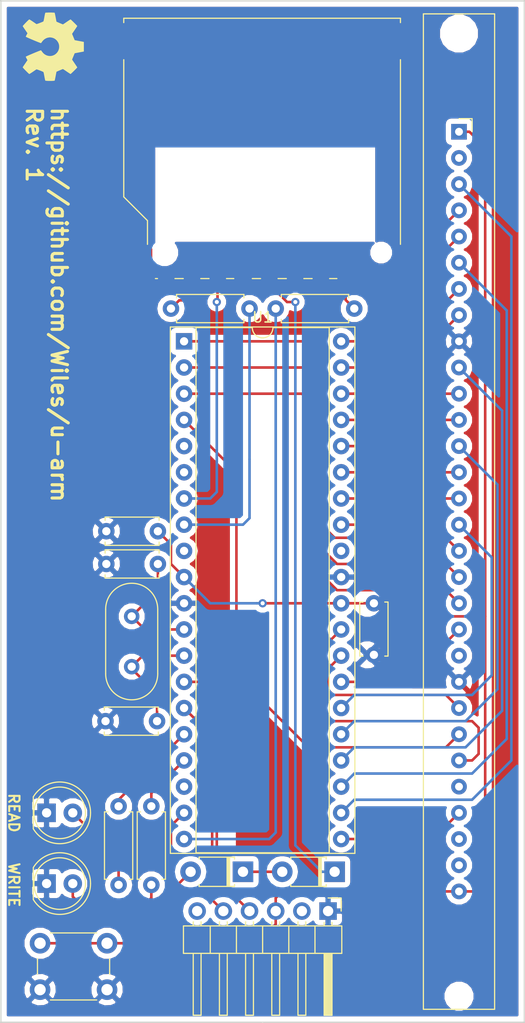
<source format=kicad_pcb>
(kicad_pcb (version 20171130) (host pcbnew "(5.0.0)")

  (general
    (thickness 1.6)
    (drawings 9)
    (tracks 198)
    (zones 0)
    (modules 19)
    (nets 55)
  )

  (page A4)
  (layers
    (0 F.Cu signal)
    (31 B.Cu signal)
    (32 B.Adhes user)
    (33 F.Adhes user)
    (34 B.Paste user)
    (35 F.Paste user)
    (36 B.SilkS user)
    (37 F.SilkS user)
    (38 B.Mask user)
    (39 F.Mask user)
    (40 Dwgs.User user)
    (41 Cmts.User user)
    (42 Eco1.User user)
    (43 Eco2.User user)
    (44 Edge.Cuts user)
    (45 Margin user)
    (46 B.CrtYd user)
    (47 F.CrtYd user)
    (48 B.Fab user)
    (49 F.Fab user)
  )

  (setup
    (last_trace_width 0.25)
    (trace_clearance 0.2)
    (zone_clearance 0.508)
    (zone_45_only no)
    (trace_min 0.2)
    (segment_width 0.2)
    (edge_width 0.15)
    (via_size 0.8)
    (via_drill 0.4)
    (via_min_size 0.4)
    (via_min_drill 0.3)
    (uvia_size 0.3)
    (uvia_drill 0.1)
    (uvias_allowed no)
    (uvia_min_size 0.2)
    (uvia_min_drill 0.1)
    (pcb_text_width 0.3)
    (pcb_text_size 1.5 1.5)
    (mod_edge_width 0.15)
    (mod_text_size 1 1)
    (mod_text_width 0.15)
    (pad_size 1.524 1.524)
    (pad_drill 0.762)
    (pad_to_mask_clearance 0.2)
    (aux_axis_origin 0 0)
    (visible_elements FFFFFF7F)
    (pcbplotparams
      (layerselection 0x010fc_ffffffff)
      (usegerberextensions false)
      (usegerberattributes false)
      (usegerberadvancedattributes false)
      (creategerberjobfile false)
      (excludeedgelayer true)
      (linewidth 0.100000)
      (plotframeref false)
      (viasonmask false)
      (mode 1)
      (useauxorigin false)
      (hpglpennumber 1)
      (hpglpenspeed 20)
      (hpglpendiameter 15.000000)
      (psnegative false)
      (psa4output false)
      (plotreference true)
      (plotvalue true)
      (plotinvisibletext false)
      (padsonsilk false)
      (subtractmaskfromsilk false)
      (outputformat 1)
      (mirror false)
      (drillshape 1)
      (scaleselection 1)
      (outputdirectory ""))
  )

  (net 0 "")
  (net 1 GND)
  (net 2 "Net-(C1-Pad2)")
  (net 3 "Net-(C2-Pad1)")
  (net 4 +5V)
  (net 5 WRITE)
  (net 6 READ)
  (net 7 +3V3)
  (net 8 "Net-(D3-Pad2)")
  (net 9 MOSI)
  (net 10 "Net-(J1-Pad5)")
  (net 11 "Net-(J1-Pad7)")
  (net 12 "Net-(J1-Pad8)")
  (net 13 "Net-(J1-Pad10)")
  (net 14 "Net-(J1-Pad11)")
  (net 15 "Net-(J2-Pad2)")
  (net 16 RX)
  (net 17 TX)
  (net 18 "Net-(J2-Pad6)")
  (net 19 MISO)
  (net 20 SCK)
  (net 21 BTN)
  (net 22 /A8)
  (net 23 RAS)
  (net 24 /A9)
  (net 25 /D0)
  (net 26 /A10)
  (net 27 /D1)
  (net 28 /A11)
  (net 29 /D2)
  (net 30 "Net-(U1-Pad5)")
  (net 31 /D3)
  (net 32 "Net-(U1-Pad6)")
  (net 33 /D4)
  (net 34 /D5)
  (net 35 /D6)
  (net 36 "Net-(U1-Pad9)")
  (net 37 /D7)
  (net 38 "Net-(U1-Pad32)")
  (net 39 /A7)
  (net 40 /A6)
  (net 41 /A5)
  (net 42 /A4)
  (net 43 /A3)
  (net 44 "Net-(U1-Pad18)")
  (net 45 /A2)
  (net 46 /A1)
  (net 47 /A0)
  (net 48 CAS)
  (net 49 WE)
  (net 50 "Net-(U2-Pad26)")
  (net 51 "Net-(U2-Pad28)")
  (net 52 "Net-(U2-Pad29)")
  (net 53 "Net-(D1-Pad2)")
  (net 54 "Net-(D2-Pad2)")

  (net_class Default "This is the default net class."
    (clearance 0.2)
    (trace_width 0.25)
    (via_dia 0.8)
    (via_drill 0.4)
    (uvia_dia 0.3)
    (uvia_drill 0.1)
    (add_net +3V3)
    (add_net +5V)
    (add_net /A0)
    (add_net /A1)
    (add_net /A10)
    (add_net /A11)
    (add_net /A2)
    (add_net /A3)
    (add_net /A4)
    (add_net /A5)
    (add_net /A6)
    (add_net /A7)
    (add_net /A8)
    (add_net /A9)
    (add_net /D0)
    (add_net /D1)
    (add_net /D2)
    (add_net /D3)
    (add_net /D4)
    (add_net /D5)
    (add_net /D6)
    (add_net /D7)
    (add_net BTN)
    (add_net CAS)
    (add_net GND)
    (add_net MISO)
    (add_net MOSI)
    (add_net "Net-(C1-Pad2)")
    (add_net "Net-(C2-Pad1)")
    (add_net "Net-(D1-Pad2)")
    (add_net "Net-(D2-Pad2)")
    (add_net "Net-(D3-Pad2)")
    (add_net "Net-(J1-Pad10)")
    (add_net "Net-(J1-Pad11)")
    (add_net "Net-(J1-Pad5)")
    (add_net "Net-(J1-Pad7)")
    (add_net "Net-(J1-Pad8)")
    (add_net "Net-(J2-Pad2)")
    (add_net "Net-(J2-Pad6)")
    (add_net "Net-(U1-Pad18)")
    (add_net "Net-(U1-Pad32)")
    (add_net "Net-(U1-Pad5)")
    (add_net "Net-(U1-Pad6)")
    (add_net "Net-(U1-Pad9)")
    (add_net "Net-(U2-Pad26)")
    (add_net "Net-(U2-Pad28)")
    (add_net "Net-(U2-Pad29)")
    (add_net RAS)
    (add_net READ)
    (add_net RX)
    (add_net SCK)
    (add_net TX)
    (add_net WE)
    (add_net WRITE)
  )

  (module SIMM:SIMM (layer F.Cu) (tedit 5B85EE20) (tstamp 5B921794)
    (at 133.35 86.36 270)
    (path /5B7B6D59)
    (fp_text reference U2 (at 0 4.445 270) (layer F.SilkS) hide
      (effects (font (size 1 1) (thickness 0.15)))
    )
    (fp_text value SIMM (at 0 -4.445 270) (layer F.Fab)
      (effects (font (size 1 1) (thickness 0.15)))
    )
    (fp_line (start 48.26 3.4544) (end 48.26 -3.4544) (layer F.SilkS) (width 0.12))
    (fp_line (start -48.26 3.4544) (end -48.26 -3.4544) (layer F.SilkS) (width 0.12))
    (fp_line (start -48.26 -3.4544) (end 48.26 -3.4544) (layer F.SilkS) (width 0.12))
    (fp_line (start 48.26 3.4544) (end -48.26 3.4544) (layer F.SilkS) (width 0.12))
    (fp_line (start -36.83 -1.27) (end -38.1 -1.27) (layer F.SilkS) (width 0.12))
    (fp_line (start -38.1 -1.27) (end -38.1 0) (layer F.SilkS) (width 0.12))
    (pad 1 thru_hole rect (at -36.83 0 270) (size 1.524 1.524) (drill 0.762) (layers *.Cu *.Mask)
      (net 4 +5V))
    (pad 2 thru_hole circle (at -34.29 0 270) (size 1.524 1.524) (drill 0.762) (layers *.Cu *.Mask)
      (net 48 CAS))
    (pad 3 thru_hole circle (at -31.75 0 270) (size 1.524 1.524) (drill 0.762) (layers *.Cu *.Mask)
      (net 25 /D0))
    (pad 4 thru_hole circle (at -29.21 0 270) (size 1.524 1.524) (drill 0.762) (layers *.Cu *.Mask)
      (net 47 /A0))
    (pad 5 thru_hole circle (at -26.67 0 270) (size 1.524 1.524) (drill 0.762) (layers *.Cu *.Mask)
      (net 46 /A1))
    (pad 6 thru_hole circle (at -24.13 0 270) (size 1.524 1.524) (drill 0.762) (layers *.Cu *.Mask)
      (net 27 /D1))
    (pad 7 thru_hole circle (at -21.59 0 270) (size 1.524 1.524) (drill 0.762) (layers *.Cu *.Mask)
      (net 45 /A2))
    (pad 8 thru_hole circle (at -19.05 0 270) (size 1.524 1.524) (drill 0.762) (layers *.Cu *.Mask)
      (net 43 /A3))
    (pad 9 thru_hole circle (at -16.51 0 270) (size 1.524 1.524) (drill 0.762) (layers *.Cu *.Mask)
      (net 1 GND))
    (pad 10 thru_hole circle (at -13.97 0 270) (size 1.524 1.524) (drill 0.762) (layers *.Cu *.Mask)
      (net 29 /D2))
    (pad 11 thru_hole circle (at -11.43 0 270) (size 1.524 1.524) (drill 0.762) (layers *.Cu *.Mask)
      (net 42 /A4))
    (pad 12 thru_hole circle (at -8.89 0 270) (size 1.524 1.524) (drill 0.762) (layers *.Cu *.Mask)
      (net 41 /A5))
    (pad 13 thru_hole circle (at -6.35 0 270) (size 1.524 1.524) (drill 0.762) (layers *.Cu *.Mask)
      (net 31 /D3))
    (pad 14 thru_hole circle (at -3.81 0 270) (size 1.524 1.524) (drill 0.762) (layers *.Cu *.Mask)
      (net 40 /A6))
    (pad 15 thru_hole circle (at -1.27 0 270) (size 1.524 1.524) (drill 0.762) (layers *.Cu *.Mask)
      (net 39 /A7))
    (pad 16 thru_hole circle (at 1.27 0 270) (size 1.524 1.524) (drill 0.762) (layers *.Cu *.Mask)
      (net 33 /D4))
    (pad 17 thru_hole circle (at 3.81 0 270) (size 1.524 1.524) (drill 0.762) (layers *.Cu *.Mask)
      (net 22 /A8))
    (pad 18 thru_hole circle (at 6.35 0 270) (size 1.524 1.524) (drill 0.762) (layers *.Cu *.Mask)
      (net 24 /A9))
    (pad 19 thru_hole circle (at 8.89 0 270) (size 1.524 1.524) (drill 0.762) (layers *.Cu *.Mask)
      (net 26 /A10))
    (pad 20 thru_hole circle (at 11.43 0 270) (size 1.524 1.524) (drill 0.762) (layers *.Cu *.Mask)
      (net 34 /D5))
    (pad 21 thru_hole circle (at 13.97 0 270) (size 1.524 1.524) (drill 0.762) (layers *.Cu *.Mask)
      (net 49 WE))
    (pad 22 thru_hole circle (at 16.51 0 270) (size 1.524 1.524) (drill 0.762) (layers *.Cu *.Mask)
      (net 1 GND))
    (pad 23 thru_hole circle (at 19.05 0 270) (size 1.524 1.524) (drill 0.762) (layers *.Cu *.Mask)
      (net 35 /D6))
    (pad 24 thru_hole circle (at 21.59 0 270) (size 1.524 1.524) (drill 0.762) (layers *.Cu *.Mask)
      (net 28 /A11))
    (pad 25 thru_hole circle (at 24.13 0 270) (size 1.524 1.524) (drill 0.762) (layers *.Cu *.Mask)
      (net 37 /D7))
    (pad 26 thru_hole circle (at 26.67 0 270) (size 1.524 1.524) (drill 0.762) (layers *.Cu *.Mask)
      (net 50 "Net-(U2-Pad26)"))
    (pad 27 thru_hole circle (at 29.21 0 270) (size 1.524 1.524) (drill 0.762) (layers *.Cu *.Mask)
      (net 23 RAS))
    (pad 28 thru_hole circle (at 31.75 0 270) (size 1.524 1.524) (drill 0.762) (layers *.Cu *.Mask)
      (net 51 "Net-(U2-Pad28)"))
    (pad 29 thru_hole circle (at 34.29 0 270) (size 1.524 1.524) (drill 0.762) (layers *.Cu *.Mask)
      (net 52 "Net-(U2-Pad29)"))
    (pad 30 thru_hole circle (at 36.83 0 270) (size 1.524 1.524) (drill 0.762) (layers *.Cu *.Mask)
      (net 4 +5V))
    (pad "" np_thru_hole circle (at -46.355 0 270) (size 2.67 2.67) (drill 2.67) (layers *.Cu *.Mask))
    (pad "" np_thru_hole circle (at 46.99 0 270) (size 1.8 1.8) (drill 1.8) (layers *.Cu *.Mask))
  )

  (module Capacitor_THT:C_Disc_D5.0mm_W2.5mm_P5.00mm (layer F.Cu) (tedit 5B85E331) (tstamp 5B9215AB)
    (at 104.14 91.44 180)
    (descr "C, Disc series, Radial, pin pitch=5.00mm, , diameter*width=5*2.5mm^2, Capacitor, http://cdn-reichelt.de/documents/datenblatt/B300/DS_KERKO_TC.pdf")
    (tags "C Disc series Radial pin pitch 5.00mm  diameter 5mm width 2.5mm Capacitor")
    (path /5B8A8095)
    (fp_text reference C2 (at 2.5 -2.5 180) (layer F.SilkS) hide
      (effects (font (size 1 1) (thickness 0.15)))
    )
    (fp_text value C_Small (at 2.5 2.5 180) (layer F.Fab)
      (effects (font (size 1 1) (thickness 0.15)))
    )
    (fp_text user %R (at 2.5 0 180) (layer F.Fab)
      (effects (font (size 1 1) (thickness 0.15)))
    )
    (fp_line (start 6.05 -1.5) (end -1.05 -1.5) (layer F.CrtYd) (width 0.05))
    (fp_line (start 6.05 1.5) (end 6.05 -1.5) (layer F.CrtYd) (width 0.05))
    (fp_line (start -1.05 1.5) (end 6.05 1.5) (layer F.CrtYd) (width 0.05))
    (fp_line (start -1.05 -1.5) (end -1.05 1.5) (layer F.CrtYd) (width 0.05))
    (fp_line (start 5.12 1.055) (end 5.12 1.37) (layer F.SilkS) (width 0.12))
    (fp_line (start 5.12 -1.37) (end 5.12 -1.055) (layer F.SilkS) (width 0.12))
    (fp_line (start -0.12 1.055) (end -0.12 1.37) (layer F.SilkS) (width 0.12))
    (fp_line (start -0.12 -1.37) (end -0.12 -1.055) (layer F.SilkS) (width 0.12))
    (fp_line (start -0.12 1.37) (end 5.12 1.37) (layer F.SilkS) (width 0.12))
    (fp_line (start -0.12 -1.37) (end 5.12 -1.37) (layer F.SilkS) (width 0.12))
    (fp_line (start 5 -1.25) (end 0 -1.25) (layer F.Fab) (width 0.1))
    (fp_line (start 5 1.25) (end 5 -1.25) (layer F.Fab) (width 0.1))
    (fp_line (start 0 1.25) (end 5 1.25) (layer F.Fab) (width 0.1))
    (fp_line (start 0 -1.25) (end 0 1.25) (layer F.Fab) (width 0.1))
    (pad 2 thru_hole circle (at 5 0 180) (size 1.6 1.6) (drill 0.8) (layers *.Cu *.Mask)
      (net 1 GND))
    (pad 1 thru_hole circle (at 0 0 180) (size 1.6 1.6) (drill 0.8) (layers *.Cu *.Mask)
      (net 3 "Net-(C2-Pad1)"))
    (model ${KISYS3DMOD}/Capacitor_THT.3dshapes/C_Disc_D5.0mm_W2.5mm_P5.00mm.wrl
      (at (xyz 0 0 0))
      (scale (xyz 1 1 1))
      (rotate (xyz 0 0 0))
    )
  )

  (module Capacitor_THT:C_Disc_D5.0mm_W2.5mm_P5.00mm (layer F.Cu) (tedit 5B85E351) (tstamp 5BA0B6D0)
    (at 104.14 88.265 180)
    (descr "C, Disc series, Radial, pin pitch=5.00mm, , diameter*width=5*2.5mm^2, Capacitor, http://cdn-reichelt.de/documents/datenblatt/B300/DS_KERKO_TC.pdf")
    (tags "C Disc series Radial pin pitch 5.00mm  diameter 5mm width 2.5mm Capacitor")
    (path /5B8BAB41)
    (fp_text reference C3 (at 2.5 -2.5 180) (layer F.SilkS) hide
      (effects (font (size 1 1) (thickness 0.15)))
    )
    (fp_text value .1u (at 2.5 2.5 180) (layer F.Fab)
      (effects (font (size 1 1) (thickness 0.15)))
    )
    (fp_text user %R (at 2.5 0 180) (layer F.Fab)
      (effects (font (size 1 1) (thickness 0.15)))
    )
    (fp_line (start 6.05 -1.5) (end -1.05 -1.5) (layer F.CrtYd) (width 0.05))
    (fp_line (start 6.05 1.5) (end 6.05 -1.5) (layer F.CrtYd) (width 0.05))
    (fp_line (start -1.05 1.5) (end 6.05 1.5) (layer F.CrtYd) (width 0.05))
    (fp_line (start -1.05 -1.5) (end -1.05 1.5) (layer F.CrtYd) (width 0.05))
    (fp_line (start 5.12 1.055) (end 5.12 1.37) (layer F.SilkS) (width 0.12))
    (fp_line (start 5.12 -1.37) (end 5.12 -1.055) (layer F.SilkS) (width 0.12))
    (fp_line (start -0.12 1.055) (end -0.12 1.37) (layer F.SilkS) (width 0.12))
    (fp_line (start -0.12 -1.37) (end -0.12 -1.055) (layer F.SilkS) (width 0.12))
    (fp_line (start -0.12 1.37) (end 5.12 1.37) (layer F.SilkS) (width 0.12))
    (fp_line (start -0.12 -1.37) (end 5.12 -1.37) (layer F.SilkS) (width 0.12))
    (fp_line (start 5 -1.25) (end 0 -1.25) (layer F.Fab) (width 0.1))
    (fp_line (start 5 1.25) (end 5 -1.25) (layer F.Fab) (width 0.1))
    (fp_line (start 0 1.25) (end 5 1.25) (layer F.Fab) (width 0.1))
    (fp_line (start 0 -1.25) (end 0 1.25) (layer F.Fab) (width 0.1))
    (pad 2 thru_hole circle (at 5 0 180) (size 1.6 1.6) (drill 0.8) (layers *.Cu *.Mask)
      (net 1 GND))
    (pad 1 thru_hole circle (at 0 0 180) (size 1.6 1.6) (drill 0.8) (layers *.Cu *.Mask)
      (net 4 +5V))
    (model ${KISYS3DMOD}/Capacitor_THT.3dshapes/C_Disc_D5.0mm_W2.5mm_P5.00mm.wrl
      (at (xyz 0 0 0))
      (scale (xyz 1 1 1))
      (rotate (xyz 0 0 0))
    )
  )

  (module Capacitor_THT:C_Disc_D5.0mm_W2.5mm_P5.00mm (layer F.Cu) (tedit 5B85E335) (tstamp 5BA098AE)
    (at 99.06 106.68)
    (descr "C, Disc series, Radial, pin pitch=5.00mm, , diameter*width=5*2.5mm^2, Capacitor, http://cdn-reichelt.de/documents/datenblatt/B300/DS_KERKO_TC.pdf")
    (tags "C Disc series Radial pin pitch 5.00mm  diameter 5mm width 2.5mm Capacitor")
    (path /5B8A8022)
    (fp_text reference C1 (at 2.5 -2.5) (layer F.SilkS) hide
      (effects (font (size 1 1) (thickness 0.15)))
    )
    (fp_text value C_Small (at 2.5 2.5) (layer F.Fab)
      (effects (font (size 1 1) (thickness 0.15)))
    )
    (fp_line (start 0 -1.25) (end 0 1.25) (layer F.Fab) (width 0.1))
    (fp_line (start 0 1.25) (end 5 1.25) (layer F.Fab) (width 0.1))
    (fp_line (start 5 1.25) (end 5 -1.25) (layer F.Fab) (width 0.1))
    (fp_line (start 5 -1.25) (end 0 -1.25) (layer F.Fab) (width 0.1))
    (fp_line (start -0.12 -1.37) (end 5.12 -1.37) (layer F.SilkS) (width 0.12))
    (fp_line (start -0.12 1.37) (end 5.12 1.37) (layer F.SilkS) (width 0.12))
    (fp_line (start -0.12 -1.37) (end -0.12 -1.055) (layer F.SilkS) (width 0.12))
    (fp_line (start -0.12 1.055) (end -0.12 1.37) (layer F.SilkS) (width 0.12))
    (fp_line (start 5.12 -1.37) (end 5.12 -1.055) (layer F.SilkS) (width 0.12))
    (fp_line (start 5.12 1.055) (end 5.12 1.37) (layer F.SilkS) (width 0.12))
    (fp_line (start -1.05 -1.5) (end -1.05 1.5) (layer F.CrtYd) (width 0.05))
    (fp_line (start -1.05 1.5) (end 6.05 1.5) (layer F.CrtYd) (width 0.05))
    (fp_line (start 6.05 1.5) (end 6.05 -1.5) (layer F.CrtYd) (width 0.05))
    (fp_line (start 6.05 -1.5) (end -1.05 -1.5) (layer F.CrtYd) (width 0.05))
    (fp_text user %R (at 2.54 0) (layer F.Fab)
      (effects (font (size 1 1) (thickness 0.15)))
    )
    (pad 1 thru_hole circle (at 0 0) (size 1.6 1.6) (drill 0.8) (layers *.Cu *.Mask)
      (net 1 GND))
    (pad 2 thru_hole circle (at 5 0) (size 1.6 1.6) (drill 0.8) (layers *.Cu *.Mask)
      (net 2 "Net-(C1-Pad2)"))
    (model ${KISYS3DMOD}/Capacitor_THT.3dshapes/C_Disc_D5.0mm_W2.5mm_P5.00mm.wrl
      (at (xyz 0 0 0))
      (scale (xyz 1 1 1))
      (rotate (xyz 0 0 0))
    )
  )

  (module Resistor_THT:R_Axial_DIN0207_L6.3mm_D2.5mm_P7.62mm_Horizontal (layer F.Cu) (tedit 5B85E2DC) (tstamp 5B932EF9)
    (at 100.33 114.935 270)
    (descr "Resistor, Axial_DIN0207 series, Axial, Horizontal, pin pitch=7.62mm, 0.25W = 1/4W, length*diameter=6.3*2.5mm^2, http://cdn-reichelt.de/documents/datenblatt/B400/1_4W%23YAG.pdf")
    (tags "Resistor Axial_DIN0207 series Axial Horizontal pin pitch 7.62mm 0.25W = 1/4W length 6.3mm diameter 2.5mm")
    (path /5B8673A7)
    (fp_text reference R3 (at 3.81 -2.37 270) (layer F.SilkS) hide
      (effects (font (size 1 1) (thickness 0.15)))
    )
    (fp_text value 1k (at 3.81 2.37 270) (layer F.Fab)
      (effects (font (size 1 1) (thickness 0.15)))
    )
    (fp_line (start 0.66 -1.25) (end 0.66 1.25) (layer F.Fab) (width 0.1))
    (fp_line (start 0.66 1.25) (end 6.96 1.25) (layer F.Fab) (width 0.1))
    (fp_line (start 6.96 1.25) (end 6.96 -1.25) (layer F.Fab) (width 0.1))
    (fp_line (start 6.96 -1.25) (end 0.66 -1.25) (layer F.Fab) (width 0.1))
    (fp_line (start 0 0) (end 0.66 0) (layer F.Fab) (width 0.1))
    (fp_line (start 7.62 0) (end 6.96 0) (layer F.Fab) (width 0.1))
    (fp_line (start 0.54 -1.04) (end 0.54 -1.37) (layer F.SilkS) (width 0.12))
    (fp_line (start 0.54 -1.37) (end 7.08 -1.37) (layer F.SilkS) (width 0.12))
    (fp_line (start 7.08 -1.37) (end 7.08 -1.04) (layer F.SilkS) (width 0.12))
    (fp_line (start 0.54 1.04) (end 0.54 1.37) (layer F.SilkS) (width 0.12))
    (fp_line (start 0.54 1.37) (end 7.08 1.37) (layer F.SilkS) (width 0.12))
    (fp_line (start 7.08 1.37) (end 7.08 1.04) (layer F.SilkS) (width 0.12))
    (fp_line (start -1.05 -1.5) (end -1.05 1.5) (layer F.CrtYd) (width 0.05))
    (fp_line (start -1.05 1.5) (end 8.67 1.5) (layer F.CrtYd) (width 0.05))
    (fp_line (start 8.67 1.5) (end 8.67 -1.5) (layer F.CrtYd) (width 0.05))
    (fp_line (start 8.67 -1.5) (end -1.05 -1.5) (layer F.CrtYd) (width 0.05))
    (fp_text user %R (at 3.81 0 270) (layer F.Fab)
      (effects (font (size 1 1) (thickness 0.15)))
    )
    (pad 1 thru_hole circle (at 0 0 270) (size 1.6 1.6) (drill 0.8) (layers *.Cu *.Mask)
      (net 6 READ))
    (pad 2 thru_hole oval (at 7.62 0 270) (size 1.6 1.6) (drill 0.8) (layers *.Cu *.Mask)
      (net 54 "Net-(D2-Pad2)"))
    (model ${KISYS3DMOD}/Resistor_THT.3dshapes/R_Axial_DIN0207_L6.3mm_D2.5mm_P7.62mm_Horizontal.wrl
      (at (xyz 0 0 0))
      (scale (xyz 1 1 1))
      (rotate (xyz 0 0 0))
    )
  )

  (module Capacitor_THT:C_Disc_D5.0mm_W2.5mm_P5.00mm (layer F.Cu) (tedit 5B85EF9C) (tstamp 5BACE8D8)
    (at 125.095 95.25 270)
    (descr "C, Disc series, Radial, pin pitch=5.00mm, , diameter*width=5*2.5mm^2, Capacitor, http://cdn-reichelt.de/documents/datenblatt/B300/DS_KERKO_TC.pdf")
    (tags "C Disc series Radial pin pitch 5.00mm  diameter 5mm width 2.5mm Capacitor")
    (path /5B8BAAE3)
    (fp_text reference C4 (at 2.5 -2.5 270) (layer F.SilkS) hide
      (effects (font (size 1 1) (thickness 0.15)))
    )
    (fp_text value .1u (at 2.5 2.5 270) (layer F.Fab)
      (effects (font (size 1 1) (thickness 0.15)))
    )
    (fp_line (start 0 -1.25) (end 0 1.25) (layer F.Fab) (width 0.1))
    (fp_line (start 0 1.25) (end 5 1.25) (layer F.Fab) (width 0.1))
    (fp_line (start 5 1.25) (end 5 -1.25) (layer F.Fab) (width 0.1))
    (fp_line (start 5 -1.25) (end 0 -1.25) (layer F.Fab) (width 0.1))
    (fp_line (start -0.12 -1.37) (end 5.12 -1.37) (layer F.SilkS) (width 0.12))
    (fp_line (start -0.12 1.37) (end 5.12 1.37) (layer F.SilkS) (width 0.12))
    (fp_line (start -0.12 -1.37) (end -0.12 -1.055) (layer F.SilkS) (width 0.12))
    (fp_line (start -0.12 1.055) (end -0.12 1.37) (layer F.SilkS) (width 0.12))
    (fp_line (start 5.12 -1.37) (end 5.12 -1.055) (layer F.SilkS) (width 0.12))
    (fp_line (start 5.12 1.055) (end 5.12 1.37) (layer F.SilkS) (width 0.12))
    (fp_line (start -1.05 -1.5) (end -1.05 1.5) (layer F.CrtYd) (width 0.05))
    (fp_line (start -1.05 1.5) (end 6.05 1.5) (layer F.CrtYd) (width 0.05))
    (fp_line (start 6.05 1.5) (end 6.05 -1.5) (layer F.CrtYd) (width 0.05))
    (fp_line (start 6.05 -1.5) (end -1.05 -1.5) (layer F.CrtYd) (width 0.05))
    (fp_text user %R (at 2.5 0 270) (layer F.Fab)
      (effects (font (size 1 1) (thickness 0.15)))
    )
    (pad 1 thru_hole circle (at 0 0 270) (size 1.6 1.6) (drill 0.8) (layers *.Cu *.Mask)
      (net 4 +5V))
    (pad 2 thru_hole circle (at 5 0 270) (size 1.6 1.6) (drill 0.8) (layers *.Cu *.Mask)
      (net 1 GND))
    (model ${KISYS3DMOD}/Capacitor_THT.3dshapes/C_Disc_D5.0mm_W2.5mm_P5.00mm.wrl
      (at (xyz 0 0 0))
      (scale (xyz 1 1 1))
      (rotate (xyz 0 0 0))
    )
  )

  (module LED_THT:LED_D5.0mm (layer F.Cu) (tedit 5B85E2E5) (tstamp 5B9215E7)
    (at 93.345 122.428)
    (descr "LED, diameter 5.0mm, 2 pins, http://cdn-reichelt.de/documents/datenblatt/A500/LL-504BC2E-009.pdf")
    (tags "LED diameter 5.0mm 2 pins")
    (path /5B7B4366)
    (fp_text reference D1 (at 1.27 -3.96) (layer F.SilkS) hide
      (effects (font (size 1 1) (thickness 0.15)))
    )
    (fp_text value LED (at 1.27 3.96) (layer F.Fab)
      (effects (font (size 1 1) (thickness 0.15)))
    )
    (fp_arc (start 1.27 0) (end -1.23 -1.469694) (angle 299.1) (layer F.Fab) (width 0.1))
    (fp_arc (start 1.27 0) (end -1.29 -1.54483) (angle 148.9) (layer F.SilkS) (width 0.12))
    (fp_arc (start 1.27 0) (end -1.29 1.54483) (angle -148.9) (layer F.SilkS) (width 0.12))
    (fp_circle (center 1.27 0) (end 3.77 0) (layer F.Fab) (width 0.1))
    (fp_circle (center 1.27 0) (end 3.77 0) (layer F.SilkS) (width 0.12))
    (fp_line (start -1.23 -1.469694) (end -1.23 1.469694) (layer F.Fab) (width 0.1))
    (fp_line (start -1.29 -1.545) (end -1.29 1.545) (layer F.SilkS) (width 0.12))
    (fp_line (start -1.95 -3.25) (end -1.95 3.25) (layer F.CrtYd) (width 0.05))
    (fp_line (start -1.95 3.25) (end 4.5 3.25) (layer F.CrtYd) (width 0.05))
    (fp_line (start 4.5 3.25) (end 4.5 -3.25) (layer F.CrtYd) (width 0.05))
    (fp_line (start 4.5 -3.25) (end -1.95 -3.25) (layer F.CrtYd) (width 0.05))
    (fp_text user %R (at 1.25 0) (layer F.Fab)
      (effects (font (size 0.8 0.8) (thickness 0.2)))
    )
    (pad 1 thru_hole rect (at 0 0) (size 1.8 1.8) (drill 0.9) (layers *.Cu *.Mask)
      (net 1 GND))
    (pad 2 thru_hole circle (at 2.54 0) (size 1.8 1.8) (drill 0.9) (layers *.Cu *.Mask)
      (net 53 "Net-(D1-Pad2)"))
    (model ${KISYS3DMOD}/LED_THT.3dshapes/LED_D5.0mm.wrl
      (at (xyz 0 0 0))
      (scale (xyz 1 1 1))
      (rotate (xyz 0 0 0))
    )
  )

  (module LED_THT:LED_D5.0mm (layer F.Cu) (tedit 5B85E2E1) (tstamp 5B922B18)
    (at 93.345 115.57)
    (descr "LED, diameter 5.0mm, 2 pins, http://cdn-reichelt.de/documents/datenblatt/A500/LL-504BC2E-009.pdf")
    (tags "LED diameter 5.0mm 2 pins")
    (path /5B7B43EF)
    (fp_text reference D2 (at 1.27 -3.96) (layer F.SilkS) hide
      (effects (font (size 1 1) (thickness 0.15)))
    )
    (fp_text value LED (at 1.27 3.96) (layer F.Fab)
      (effects (font (size 1 1) (thickness 0.15)))
    )
    (fp_text user %R (at 1.25 0) (layer F.Fab)
      (effects (font (size 0.8 0.8) (thickness 0.2)))
    )
    (fp_line (start 4.5 -3.25) (end -1.95 -3.25) (layer F.CrtYd) (width 0.05))
    (fp_line (start 4.5 3.25) (end 4.5 -3.25) (layer F.CrtYd) (width 0.05))
    (fp_line (start -1.95 3.25) (end 4.5 3.25) (layer F.CrtYd) (width 0.05))
    (fp_line (start -1.95 -3.25) (end -1.95 3.25) (layer F.CrtYd) (width 0.05))
    (fp_line (start -1.29 -1.545) (end -1.29 1.545) (layer F.SilkS) (width 0.12))
    (fp_line (start -1.23 -1.469694) (end -1.23 1.469694) (layer F.Fab) (width 0.1))
    (fp_circle (center 1.27 0) (end 3.77 0) (layer F.SilkS) (width 0.12))
    (fp_circle (center 1.27 0) (end 3.77 0) (layer F.Fab) (width 0.1))
    (fp_arc (start 1.27 0) (end -1.29 1.54483) (angle -148.9) (layer F.SilkS) (width 0.12))
    (fp_arc (start 1.27 0) (end -1.29 -1.54483) (angle 148.9) (layer F.SilkS) (width 0.12))
    (fp_arc (start 1.27 0) (end -1.23 -1.469694) (angle 299.1) (layer F.Fab) (width 0.1))
    (pad 2 thru_hole circle (at 2.54 0) (size 1.8 1.8) (drill 0.9) (layers *.Cu *.Mask)
      (net 54 "Net-(D2-Pad2)"))
    (pad 1 thru_hole rect (at 0 0) (size 1.8 1.8) (drill 0.9) (layers *.Cu *.Mask)
      (net 1 GND))
    (model ${KISYS3DMOD}/LED_THT.3dshapes/LED_D5.0mm.wrl
      (at (xyz 0 0 0))
      (scale (xyz 1 1 1))
      (rotate (xyz 0 0 0))
    )
  )

  (module Diode_THT:D_T-1_P5.08mm_Horizontal (layer F.Cu) (tedit 5B85E2FE) (tstamp 5B923063)
    (at 121.285 121.285 180)
    (descr "Diode, T-1 series, Axial, Horizontal, pin pitch=5.08mm, , length*diameter=3.2*2.6mm^2, , http://www.diodes.com/_files/packages/T-1.pdf")
    (tags "Diode T-1 series Axial Horizontal pin pitch 5.08mm  length 3.2mm diameter 2.6mm")
    (path /5B7E047B)
    (fp_text reference D3 (at 2.54 -2.42 180) (layer F.SilkS) hide
      (effects (font (size 1 1) (thickness 0.15)))
    )
    (fp_text value D_Small (at 2.54 2.42 180) (layer F.Fab)
      (effects (font (size 1 1) (thickness 0.15)))
    )
    (fp_line (start 0.94 -1.3) (end 0.94 1.3) (layer F.Fab) (width 0.1))
    (fp_line (start 0.94 1.3) (end 4.14 1.3) (layer F.Fab) (width 0.1))
    (fp_line (start 4.14 1.3) (end 4.14 -1.3) (layer F.Fab) (width 0.1))
    (fp_line (start 4.14 -1.3) (end 0.94 -1.3) (layer F.Fab) (width 0.1))
    (fp_line (start 0 0) (end 0.94 0) (layer F.Fab) (width 0.1))
    (fp_line (start 5.08 0) (end 4.14 0) (layer F.Fab) (width 0.1))
    (fp_line (start 1.42 -1.3) (end 1.42 1.3) (layer F.Fab) (width 0.1))
    (fp_line (start 1.52 -1.3) (end 1.52 1.3) (layer F.Fab) (width 0.1))
    (fp_line (start 1.32 -1.3) (end 1.32 1.3) (layer F.Fab) (width 0.1))
    (fp_line (start 0.82 -1.24) (end 0.82 -1.42) (layer F.SilkS) (width 0.12))
    (fp_line (start 0.82 -1.42) (end 4.26 -1.42) (layer F.SilkS) (width 0.12))
    (fp_line (start 4.26 -1.42) (end 4.26 -1.24) (layer F.SilkS) (width 0.12))
    (fp_line (start 0.82 1.24) (end 0.82 1.42) (layer F.SilkS) (width 0.12))
    (fp_line (start 0.82 1.42) (end 4.26 1.42) (layer F.SilkS) (width 0.12))
    (fp_line (start 4.26 1.42) (end 4.26 1.24) (layer F.SilkS) (width 0.12))
    (fp_line (start 1.42 -1.42) (end 1.42 1.42) (layer F.SilkS) (width 0.12))
    (fp_line (start 1.54 -1.42) (end 1.54 1.42) (layer F.SilkS) (width 0.12))
    (fp_line (start 1.3 -1.42) (end 1.3 1.42) (layer F.SilkS) (width 0.12))
    (fp_line (start -1.25 -1.55) (end -1.25 1.55) (layer F.CrtYd) (width 0.05))
    (fp_line (start -1.25 1.55) (end 6.33 1.55) (layer F.CrtYd) (width 0.05))
    (fp_line (start 6.33 1.55) (end 6.33 -1.55) (layer F.CrtYd) (width 0.05))
    (fp_line (start 6.33 -1.55) (end -1.25 -1.55) (layer F.CrtYd) (width 0.05))
    (fp_text user %R (at 2.78 0 180) (layer F.Fab)
      (effects (font (size 0.64 0.64) (thickness 0.096)))
    )
    (fp_text user K (at 0 -2 180) (layer F.Fab) hide
      (effects (font (size 1 1) (thickness 0.15)))
    )
    (fp_text user K (at 0 -2 180) (layer F.SilkS) hide
      (effects (font (size 1 1) (thickness 0.15)))
    )
    (pad 1 thru_hole rect (at 0 0 180) (size 2 2) (drill 1) (layers *.Cu *.Mask)
      (net 7 +3V3))
    (pad 2 thru_hole oval (at 5.08 0 180) (size 2 2) (drill 1) (layers *.Cu *.Mask)
      (net 8 "Net-(D3-Pad2)"))
    (model ${KISYS3DMOD}/Diode_THT.3dshapes/D_T-1_P5.08mm_Horizontal.wrl
      (at (xyz 0 0 0))
      (scale (xyz 1 1 1))
      (rotate (xyz 0 0 0))
    )
  )

  (module Diode_THT:D_T-1_P5.08mm_Horizontal (layer F.Cu) (tedit 5B85E30A) (tstamp 5B923A85)
    (at 112.395 121.285 180)
    (descr "Diode, T-1 series, Axial, Horizontal, pin pitch=5.08mm, , length*diameter=3.2*2.6mm^2, , http://www.diodes.com/_files/packages/T-1.pdf")
    (tags "Diode T-1 series Axial Horizontal pin pitch 5.08mm  length 3.2mm diameter 2.6mm")
    (path /5B7E0520)
    (fp_text reference D4 (at 2.54 -2.42 180) (layer F.SilkS) hide
      (effects (font (size 1 1) (thickness 0.15)))
    )
    (fp_text value D_Small (at 2.54 2.42 180) (layer F.Fab)
      (effects (font (size 1 1) (thickness 0.15)))
    )
    (fp_text user K (at 0 -2 180) (layer F.SilkS) hide
      (effects (font (size 1 1) (thickness 0.15)))
    )
    (fp_text user K (at 0 -2 180) (layer F.Fab) hide
      (effects (font (size 1 1) (thickness 0.15)))
    )
    (fp_text user %R (at 2.78 0 180) (layer F.Fab)
      (effects (font (size 0.64 0.64) (thickness 0.096)))
    )
    (fp_line (start 6.33 -1.55) (end -1.25 -1.55) (layer F.CrtYd) (width 0.05))
    (fp_line (start 6.33 1.55) (end 6.33 -1.55) (layer F.CrtYd) (width 0.05))
    (fp_line (start -1.25 1.55) (end 6.33 1.55) (layer F.CrtYd) (width 0.05))
    (fp_line (start -1.25 -1.55) (end -1.25 1.55) (layer F.CrtYd) (width 0.05))
    (fp_line (start 1.3 -1.42) (end 1.3 1.42) (layer F.SilkS) (width 0.12))
    (fp_line (start 1.54 -1.42) (end 1.54 1.42) (layer F.SilkS) (width 0.12))
    (fp_line (start 1.42 -1.42) (end 1.42 1.42) (layer F.SilkS) (width 0.12))
    (fp_line (start 4.26 1.42) (end 4.26 1.24) (layer F.SilkS) (width 0.12))
    (fp_line (start 0.82 1.42) (end 4.26 1.42) (layer F.SilkS) (width 0.12))
    (fp_line (start 0.82 1.24) (end 0.82 1.42) (layer F.SilkS) (width 0.12))
    (fp_line (start 4.26 -1.42) (end 4.26 -1.24) (layer F.SilkS) (width 0.12))
    (fp_line (start 0.82 -1.42) (end 4.26 -1.42) (layer F.SilkS) (width 0.12))
    (fp_line (start 0.82 -1.24) (end 0.82 -1.42) (layer F.SilkS) (width 0.12))
    (fp_line (start 1.32 -1.3) (end 1.32 1.3) (layer F.Fab) (width 0.1))
    (fp_line (start 1.52 -1.3) (end 1.52 1.3) (layer F.Fab) (width 0.1))
    (fp_line (start 1.42 -1.3) (end 1.42 1.3) (layer F.Fab) (width 0.1))
    (fp_line (start 5.08 0) (end 4.14 0) (layer F.Fab) (width 0.1))
    (fp_line (start 0 0) (end 0.94 0) (layer F.Fab) (width 0.1))
    (fp_line (start 4.14 -1.3) (end 0.94 -1.3) (layer F.Fab) (width 0.1))
    (fp_line (start 4.14 1.3) (end 4.14 -1.3) (layer F.Fab) (width 0.1))
    (fp_line (start 0.94 1.3) (end 4.14 1.3) (layer F.Fab) (width 0.1))
    (fp_line (start 0.94 -1.3) (end 0.94 1.3) (layer F.Fab) (width 0.1))
    (pad 2 thru_hole oval (at 5.08 0 180) (size 2 2) (drill 1) (layers *.Cu *.Mask)
      (net 4 +5V))
    (pad 1 thru_hole rect (at 0 0 180) (size 2 2) (drill 1) (layers *.Cu *.Mask)
      (net 8 "Net-(D3-Pad2)"))
    (model ${KISYS3DMOD}/Diode_THT.3dshapes/D_T-1_P5.08mm_Horizontal.wrl
      (at (xyz 0 0 0))
      (scale (xyz 1 1 1))
      (rotate (xyz 0 0 0))
    )
  )

  (module Connector_Card:SD_TE_2041021 (layer F.Cu) (tedit 5B85E345) (tstamp 5B9354F1)
    (at 114.3 52.07 180)
    (descr "SD card connector, top mount, SMT (http://www.te.com/commerce/DocumentDelivery/DDEController?Action=showdoc&DocId=Customer+Drawing%7F2041021%7FB%7Fpdf%7FEnglish%7FENG_CD_2041021_B_C_2041021_B.pdf%7F2041021-4)")
    (tags "sd card")
    (path /5B7B42BE)
    (attr smd)
    (fp_text reference J1 (at 0 -13.6 180) (layer F.SilkS) hide
      (effects (font (size 1 1) (thickness 0.15)))
    )
    (fp_text value Micro_SD_Card (at 0 4 180) (layer F.Fab)
      (effects (font (size 1 1) (thickness 0.15)))
    )
    (fp_text user KEEPOUT (at 0 -3.56 180) (layer Cmts.User)
      (effects (font (size 1 1) (thickness 0.15)))
    )
    (fp_text user %R (at 0 2 180) (layer F.Fab)
      (effects (font (size 1 1) (thickness 0.15)))
    )
    (fp_line (start 10.3 -8.075) (end -10.67 -8.075) (layer Dwgs.User) (width 0.1))
    (fp_line (start 10.3 0.875) (end 10.3 -8.075) (layer Dwgs.User) (width 0.1))
    (fp_line (start -10.67 0.875) (end 10.3 0.875) (layer Dwgs.User) (width 0.1))
    (fp_line (start -10.67 -8.075) (end -10.67 0.875) (layer Dwgs.User) (width 0.1))
    (fp_line (start 11.05 -11.575) (end -13.25 -11.575) (layer F.Fab) (width 0.1))
    (fp_line (start 11.05 -6.015) (end 11.05 -11.575) (layer F.Fab) (width 0.1))
    (fp_line (start 13.35 -3.715) (end 11.05 -6.015) (layer F.Fab) (width 0.1))
    (fp_line (start 13.35 13.425) (end 13.35 -3.715) (layer F.Fab) (width 0.1))
    (fp_line (start -13.25 13.425) (end 13.35 13.425) (layer F.Fab) (width 0.1))
    (fp_line (start -13.25 -11.575) (end -13.25 13.425) (layer F.Fab) (width 0.1))
    (fp_line (start 13.47 13.545) (end 13.47 13.125) (layer F.SilkS) (width 0.12))
    (fp_line (start -13.37 13.545) (end 13.47 13.545) (layer F.SilkS) (width 0.12))
    (fp_line (start -13.37 13.125) (end -13.37 13.545) (layer F.SilkS) (width 0.12))
    (fp_line (start -13.37 -8.375) (end -13.37 9.525) (layer F.SilkS) (width 0.12))
    (fp_line (start 13.47 -3.775) (end 13.47 9.525) (layer F.SilkS) (width 0.12))
    (fp_line (start 11.17 -6.075) (end 13.47 -3.775) (layer F.SilkS) (width 0.12))
    (fp_line (start 11.17 -8.375) (end 11.17 -6.075) (layer F.SilkS) (width 0.12))
    (fp_line (start -7.2 -11.695) (end -6.5 -11.695) (layer F.SilkS) (width 0.12))
    (fp_line (start -14.65 -12.98) (end 14.65 -12.98) (layer F.CrtYd) (width 0.05))
    (fp_line (start -14.65 -12.98) (end -14.65 13.68) (layer F.CrtYd) (width 0.05))
    (fp_line (start 14.65 13.68) (end 14.65 -12.98) (layer F.CrtYd) (width 0.05))
    (fp_line (start 14.65 13.68) (end -14.65 13.68) (layer F.CrtYd) (width 0.05))
    (fp_line (start -4.8 -11.695) (end -4 -11.695) (layer F.SilkS) (width 0.12))
    (fp_line (start -2.3 -11.695) (end -1.5 -11.695) (layer F.SilkS) (width 0.12))
    (fp_line (start 10.2 -11.695) (end 10.4 -11.695) (layer F.SilkS) (width 0.12))
    (fp_line (start 0.2 -11.695) (end 1 -11.695) (layer F.SilkS) (width 0.12))
    (fp_line (start 2.8 -11.695) (end 3.5 -11.695) (layer F.SilkS) (width 0.12))
    (fp_line (start 5.2 -11.695) (end 6 -11.695) (layer F.SilkS) (width 0.12))
    (fp_line (start 7.7 -11.695) (end 8.5 -11.695) (layer F.SilkS) (width 0.12))
    (fp_line (start -1.72 -8.075) (end -10.67 0.875) (layer Dwgs.User) (width 0.1))
    (fp_line (start 0.28 -8.075) (end -8.67 0.875) (layer Dwgs.User) (width 0.1))
    (fp_line (start 2.28 -8.075) (end -6.67 0.875) (layer Dwgs.User) (width 0.1))
    (fp_line (start 4.28 -8.075) (end -4.67 0.875) (layer Dwgs.User) (width 0.1))
    (fp_line (start 6.28 -8.075) (end -2.67 0.875) (layer Dwgs.User) (width 0.1))
    (fp_line (start 8.28 -8.075) (end -0.67 0.875) (layer Dwgs.User) (width 0.1))
    (fp_line (start 10.28 -8.075) (end 1.33 0.875) (layer Dwgs.User) (width 0.1))
    (fp_line (start -3.72 -8.075) (end -10.67 -1.125) (layer Dwgs.User) (width 0.1))
    (fp_line (start -5.72 -8.075) (end -10.67 -3.125) (layer Dwgs.User) (width 0.1))
    (fp_line (start -7.72 -8.075) (end -10.67 -5.125) (layer Dwgs.User) (width 0.1))
    (fp_line (start -9.72 -8.075) (end -10.67 -7.125) (layer Dwgs.User) (width 0.1))
    (fp_line (start 10.3 -6.095) (end 3.33 0.875) (layer Dwgs.User) (width 0.1))
    (fp_line (start 10.3 -4.095) (end 5.33 0.875) (layer Dwgs.User) (width 0.1))
    (fp_line (start 10.3 -2.095) (end 7.33 0.875) (layer Dwgs.User) (width 0.1))
    (fp_line (start 10.3 -0.095) (end 9.33 0.875) (layer Dwgs.User) (width 0.1))
    (pad 1 smd rect (at 6.875 -11.975 180) (size 1 1.5) (layers F.Cu F.Paste F.Mask)
      (net 1 GND))
    (pad 2 smd rect (at 4.375 -11.975 180) (size 1 1.5) (layers F.Cu F.Paste F.Mask)
      (net 9 MOSI))
    (pad 3 smd rect (at 1.875 -11.975 180) (size 1 1.5) (layers F.Cu F.Paste F.Mask)
      (net 1 GND))
    (pad 4 smd rect (at -0.625 -11.975 180) (size 1 1.5) (layers F.Cu F.Paste F.Mask)
      (net 7 +3V3))
    (pad 5 smd rect (at -3.125 -11.975 180) (size 1 1.5) (layers F.Cu F.Paste F.Mask)
      (net 10 "Net-(J1-Pad5)"))
    (pad 6 smd rect (at -5.625 -11.975 180) (size 1 1.5) (layers F.Cu F.Paste F.Mask)
      (net 1 GND))
    (pad 7 smd rect (at -8.055 -11.975 180) (size 1 1.5) (layers F.Cu F.Paste F.Mask)
      (net 11 "Net-(J1-Pad7)"))
    (pad 8 smd rect (at -9.755 -11.975 180) (size 1 1.5) (layers F.Cu F.Paste F.Mask)
      (net 12 "Net-(J1-Pad8)"))
    (pad 9 smd rect (at 9.375 -11.975 180) (size 1 1.5) (layers F.Cu F.Paste F.Mask)
      (net 1 GND))
    (pad 10 smd rect (at -11.055 -11.975 180) (size 0.7 1.5) (layers F.Cu F.Paste F.Mask)
      (net 13 "Net-(J1-Pad10)"))
    (pad 11 smd rect (at -12.255 -11.975 180) (size 0.7 1.5) (layers F.Cu F.Paste F.Mask)
      (net 14 "Net-(J1-Pad11)"))
    (pad "" np_thru_hole circle (at 9.5 -9.175 180) (size 1.6 1.6) (drill 1.6) (layers *.Cu *.Mask))
    (pad "" np_thru_hole circle (at -11.5 -9.175 180) (size 1.1 1.1) (drill 1.1) (layers *.Cu *.Mask))
    (pad 12 smd rect (at 11.45 -10.175 180) (size 1.5 2.8) (layers F.Cu F.Paste F.Mask)
      (net 1 GND))
    (pad 12 smd rect (at 13.65 11.325 180) (size 1.5 2.8) (layers F.Cu F.Paste F.Mask)
      (net 1 GND))
    (pad 12 smd rect (at -13.65 11.325 180) (size 1.5 2.8) (layers F.Cu F.Paste F.Mask)
      (net 1 GND))
    (pad 12 smd rect (at -13.65 -10.175 180) (size 1.5 2.8) (layers F.Cu F.Paste F.Mask)
      (net 1 GND))
    (model ${KISYS3DMOD}/Connector_Card.3dshapes/SD_TE_2041021.wrl
      (at (xyz 0 0 0))
      (scale (xyz 1 1 1))
      (rotate (xyz 0 0 0))
    )
  )

  (module Connector_PinHeader_2.54mm:PinHeader_1x06_P2.54mm_Horizontal (layer F.Cu) (tedit 5B85E2EE) (tstamp 5B923880)
    (at 120.65 125.095 270)
    (descr "Through hole angled pin header, 1x06, 2.54mm pitch, 6mm pin length, single row")
    (tags "Through hole angled pin header THT 1x06 2.54mm single row")
    (path /5B7BB327)
    (fp_text reference J2 (at 4.385 -2.27 270) (layer F.SilkS) hide
      (effects (font (size 1 1) (thickness 0.15)))
    )
    (fp_text value FTDI (at 4.385 14.97 270) (layer F.Fab)
      (effects (font (size 1 1) (thickness 0.15)))
    )
    (fp_line (start 2.135 -1.27) (end 4.04 -1.27) (layer F.Fab) (width 0.1))
    (fp_line (start 4.04 -1.27) (end 4.04 13.97) (layer F.Fab) (width 0.1))
    (fp_line (start 4.04 13.97) (end 1.5 13.97) (layer F.Fab) (width 0.1))
    (fp_line (start 1.5 13.97) (end 1.5 -0.635) (layer F.Fab) (width 0.1))
    (fp_line (start 1.5 -0.635) (end 2.135 -1.27) (layer F.Fab) (width 0.1))
    (fp_line (start -0.32 -0.32) (end 1.5 -0.32) (layer F.Fab) (width 0.1))
    (fp_line (start -0.32 -0.32) (end -0.32 0.32) (layer F.Fab) (width 0.1))
    (fp_line (start -0.32 0.32) (end 1.5 0.32) (layer F.Fab) (width 0.1))
    (fp_line (start 4.04 -0.32) (end 10.04 -0.32) (layer F.Fab) (width 0.1))
    (fp_line (start 10.04 -0.32) (end 10.04 0.32) (layer F.Fab) (width 0.1))
    (fp_line (start 4.04 0.32) (end 10.04 0.32) (layer F.Fab) (width 0.1))
    (fp_line (start -0.32 2.22) (end 1.5 2.22) (layer F.Fab) (width 0.1))
    (fp_line (start -0.32 2.22) (end -0.32 2.86) (layer F.Fab) (width 0.1))
    (fp_line (start -0.32 2.86) (end 1.5 2.86) (layer F.Fab) (width 0.1))
    (fp_line (start 4.04 2.22) (end 10.04 2.22) (layer F.Fab) (width 0.1))
    (fp_line (start 10.04 2.22) (end 10.04 2.86) (layer F.Fab) (width 0.1))
    (fp_line (start 4.04 2.86) (end 10.04 2.86) (layer F.Fab) (width 0.1))
    (fp_line (start -0.32 4.76) (end 1.5 4.76) (layer F.Fab) (width 0.1))
    (fp_line (start -0.32 4.76) (end -0.32 5.4) (layer F.Fab) (width 0.1))
    (fp_line (start -0.32 5.4) (end 1.5 5.4) (layer F.Fab) (width 0.1))
    (fp_line (start 4.04 4.76) (end 10.04 4.76) (layer F.Fab) (width 0.1))
    (fp_line (start 10.04 4.76) (end 10.04 5.4) (layer F.Fab) (width 0.1))
    (fp_line (start 4.04 5.4) (end 10.04 5.4) (layer F.Fab) (width 0.1))
    (fp_line (start -0.32 7.3) (end 1.5 7.3) (layer F.Fab) (width 0.1))
    (fp_line (start -0.32 7.3) (end -0.32 7.94) (layer F.Fab) (width 0.1))
    (fp_line (start -0.32 7.94) (end 1.5 7.94) (layer F.Fab) (width 0.1))
    (fp_line (start 4.04 7.3) (end 10.04 7.3) (layer F.Fab) (width 0.1))
    (fp_line (start 10.04 7.3) (end 10.04 7.94) (layer F.Fab) (width 0.1))
    (fp_line (start 4.04 7.94) (end 10.04 7.94) (layer F.Fab) (width 0.1))
    (fp_line (start -0.32 9.84) (end 1.5 9.84) (layer F.Fab) (width 0.1))
    (fp_line (start -0.32 9.84) (end -0.32 10.48) (layer F.Fab) (width 0.1))
    (fp_line (start -0.32 10.48) (end 1.5 10.48) (layer F.Fab) (width 0.1))
    (fp_line (start 4.04 9.84) (end 10.04 9.84) (layer F.Fab) (width 0.1))
    (fp_line (start 10.04 9.84) (end 10.04 10.48) (layer F.Fab) (width 0.1))
    (fp_line (start 4.04 10.48) (end 10.04 10.48) (layer F.Fab) (width 0.1))
    (fp_line (start -0.32 12.38) (end 1.5 12.38) (layer F.Fab) (width 0.1))
    (fp_line (start -0.32 12.38) (end -0.32 13.02) (layer F.Fab) (width 0.1))
    (fp_line (start -0.32 13.02) (end 1.5 13.02) (layer F.Fab) (width 0.1))
    (fp_line (start 4.04 12.38) (end 10.04 12.38) (layer F.Fab) (width 0.1))
    (fp_line (start 10.04 12.38) (end 10.04 13.02) (layer F.Fab) (width 0.1))
    (fp_line (start 4.04 13.02) (end 10.04 13.02) (layer F.Fab) (width 0.1))
    (fp_line (start 1.44 -1.33) (end 1.44 14.03) (layer F.SilkS) (width 0.12))
    (fp_line (start 1.44 14.03) (end 4.1 14.03) (layer F.SilkS) (width 0.12))
    (fp_line (start 4.1 14.03) (end 4.1 -1.33) (layer F.SilkS) (width 0.12))
    (fp_line (start 4.1 -1.33) (end 1.44 -1.33) (layer F.SilkS) (width 0.12))
    (fp_line (start 4.1 -0.38) (end 10.1 -0.38) (layer F.SilkS) (width 0.12))
    (fp_line (start 10.1 -0.38) (end 10.1 0.38) (layer F.SilkS) (width 0.12))
    (fp_line (start 10.1 0.38) (end 4.1 0.38) (layer F.SilkS) (width 0.12))
    (fp_line (start 4.1 -0.32) (end 10.1 -0.32) (layer F.SilkS) (width 0.12))
    (fp_line (start 4.1 -0.2) (end 10.1 -0.2) (layer F.SilkS) (width 0.12))
    (fp_line (start 4.1 -0.08) (end 10.1 -0.08) (layer F.SilkS) (width 0.12))
    (fp_line (start 4.1 0.04) (end 10.1 0.04) (layer F.SilkS) (width 0.12))
    (fp_line (start 4.1 0.16) (end 10.1 0.16) (layer F.SilkS) (width 0.12))
    (fp_line (start 4.1 0.28) (end 10.1 0.28) (layer F.SilkS) (width 0.12))
    (fp_line (start 1.11 -0.38) (end 1.44 -0.38) (layer F.SilkS) (width 0.12))
    (fp_line (start 1.11 0.38) (end 1.44 0.38) (layer F.SilkS) (width 0.12))
    (fp_line (start 1.44 1.27) (end 4.1 1.27) (layer F.SilkS) (width 0.12))
    (fp_line (start 4.1 2.16) (end 10.1 2.16) (layer F.SilkS) (width 0.12))
    (fp_line (start 10.1 2.16) (end 10.1 2.92) (layer F.SilkS) (width 0.12))
    (fp_line (start 10.1 2.92) (end 4.1 2.92) (layer F.SilkS) (width 0.12))
    (fp_line (start 1.042929 2.16) (end 1.44 2.16) (layer F.SilkS) (width 0.12))
    (fp_line (start 1.042929 2.92) (end 1.44 2.92) (layer F.SilkS) (width 0.12))
    (fp_line (start 1.44 3.81) (end 4.1 3.81) (layer F.SilkS) (width 0.12))
    (fp_line (start 4.1 4.7) (end 10.1 4.7) (layer F.SilkS) (width 0.12))
    (fp_line (start 10.1 4.7) (end 10.1 5.46) (layer F.SilkS) (width 0.12))
    (fp_line (start 10.1 5.46) (end 4.1 5.46) (layer F.SilkS) (width 0.12))
    (fp_line (start 1.042929 4.7) (end 1.44 4.7) (layer F.SilkS) (width 0.12))
    (fp_line (start 1.042929 5.46) (end 1.44 5.46) (layer F.SilkS) (width 0.12))
    (fp_line (start 1.44 6.35) (end 4.1 6.35) (layer F.SilkS) (width 0.12))
    (fp_line (start 4.1 7.24) (end 10.1 7.24) (layer F.SilkS) (width 0.12))
    (fp_line (start 10.1 7.24) (end 10.1 8) (layer F.SilkS) (width 0.12))
    (fp_line (start 10.1 8) (end 4.1 8) (layer F.SilkS) (width 0.12))
    (fp_line (start 1.042929 7.24) (end 1.44 7.24) (layer F.SilkS) (width 0.12))
    (fp_line (start 1.042929 8) (end 1.44 8) (layer F.SilkS) (width 0.12))
    (fp_line (start 1.44 8.89) (end 4.1 8.89) (layer F.SilkS) (width 0.12))
    (fp_line (start 4.1 9.78) (end 10.1 9.78) (layer F.SilkS) (width 0.12))
    (fp_line (start 10.1 9.78) (end 10.1 10.54) (layer F.SilkS) (width 0.12))
    (fp_line (start 10.1 10.54) (end 4.1 10.54) (layer F.SilkS) (width 0.12))
    (fp_line (start 1.042929 9.78) (end 1.44 9.78) (layer F.SilkS) (width 0.12))
    (fp_line (start 1.042929 10.54) (end 1.44 10.54) (layer F.SilkS) (width 0.12))
    (fp_line (start 1.44 11.43) (end 4.1 11.43) (layer F.SilkS) (width 0.12))
    (fp_line (start 4.1 12.32) (end 10.1 12.32) (layer F.SilkS) (width 0.12))
    (fp_line (start 10.1 12.32) (end 10.1 13.08) (layer F.SilkS) (width 0.12))
    (fp_line (start 10.1 13.08) (end 4.1 13.08) (layer F.SilkS) (width 0.12))
    (fp_line (start 1.042929 12.32) (end 1.44 12.32) (layer F.SilkS) (width 0.12))
    (fp_line (start 1.042929 13.08) (end 1.44 13.08) (layer F.SilkS) (width 0.12))
    (fp_line (start -1.27 0) (end -1.27 -1.27) (layer F.SilkS) (width 0.12))
    (fp_line (start -1.27 -1.27) (end 0 -1.27) (layer F.SilkS) (width 0.12))
    (fp_line (start -1.8 -1.8) (end -1.8 14.5) (layer F.CrtYd) (width 0.05))
    (fp_line (start -1.8 14.5) (end 10.55 14.5) (layer F.CrtYd) (width 0.05))
    (fp_line (start 10.55 14.5) (end 10.55 -1.8) (layer F.CrtYd) (width 0.05))
    (fp_line (start 10.55 -1.8) (end -1.8 -1.8) (layer F.CrtYd) (width 0.05))
    (fp_text user %R (at 2.77 6.35) (layer F.Fab)
      (effects (font (size 1 1) (thickness 0.15)))
    )
    (pad 1 thru_hole rect (at 0 0 270) (size 1.7 1.7) (drill 1) (layers *.Cu *.Mask)
      (net 1 GND))
    (pad 2 thru_hole oval (at 0 2.54 270) (size 1.7 1.7) (drill 1) (layers *.Cu *.Mask)
      (net 15 "Net-(J2-Pad2)"))
    (pad 3 thru_hole oval (at 0 5.08 270) (size 1.7 1.7) (drill 1) (layers *.Cu *.Mask)
      (net 4 +5V))
    (pad 4 thru_hole oval (at 0 7.62 270) (size 1.7 1.7) (drill 1) (layers *.Cu *.Mask)
      (net 16 RX))
    (pad 5 thru_hole oval (at 0 10.16 270) (size 1.7 1.7) (drill 1) (layers *.Cu *.Mask)
      (net 17 TX))
    (pad 6 thru_hole oval (at 0 12.7 270) (size 1.7 1.7) (drill 1) (layers *.Cu *.Mask)
      (net 18 "Net-(J2-Pad6)"))
    (model ${KISYS3DMOD}/Connector_PinHeader_2.54mm.3dshapes/PinHeader_1x06_P2.54mm_Horizontal.wrl
      (at (xyz 0 0 0))
      (scale (xyz 1 1 1))
      (rotate (xyz 0 0 0))
    )
  )

  (module Button_Switch_THT:SW_PUSH_6mm (layer F.Cu) (tedit 5B85E2E9) (tstamp 5B924354)
    (at 99.21 132.715 180)
    (descr https://www.omron.com/ecb/products/pdf/en-b3f.pdf)
    (tags "tact sw push 6mm")
    (path /5B7B454E)
    (fp_text reference SW1 (at 3.25 -2 180) (layer F.SilkS) hide
      (effects (font (size 1 1) (thickness 0.15)))
    )
    (fp_text value SW_Push (at 3.75 6.7 180) (layer F.Fab)
      (effects (font (size 1 1) (thickness 0.15)))
    )
    (fp_text user %R (at 3.25 2.25 180) (layer F.Fab)
      (effects (font (size 1 1) (thickness 0.15)))
    )
    (fp_line (start 3.25 -0.75) (end 6.25 -0.75) (layer F.Fab) (width 0.1))
    (fp_line (start 6.25 -0.75) (end 6.25 5.25) (layer F.Fab) (width 0.1))
    (fp_line (start 6.25 5.25) (end 0.25 5.25) (layer F.Fab) (width 0.1))
    (fp_line (start 0.25 5.25) (end 0.25 -0.75) (layer F.Fab) (width 0.1))
    (fp_line (start 0.25 -0.75) (end 3.25 -0.75) (layer F.Fab) (width 0.1))
    (fp_line (start 7.75 6) (end 8 6) (layer F.CrtYd) (width 0.05))
    (fp_line (start 8 6) (end 8 5.75) (layer F.CrtYd) (width 0.05))
    (fp_line (start 7.75 -1.5) (end 8 -1.5) (layer F.CrtYd) (width 0.05))
    (fp_line (start 8 -1.5) (end 8 -1.25) (layer F.CrtYd) (width 0.05))
    (fp_line (start -1.5 -1.25) (end -1.5 -1.5) (layer F.CrtYd) (width 0.05))
    (fp_line (start -1.5 -1.5) (end -1.25 -1.5) (layer F.CrtYd) (width 0.05))
    (fp_line (start -1.5 5.75) (end -1.5 6) (layer F.CrtYd) (width 0.05))
    (fp_line (start -1.5 6) (end -1.25 6) (layer F.CrtYd) (width 0.05))
    (fp_line (start -1.25 -1.5) (end 7.75 -1.5) (layer F.CrtYd) (width 0.05))
    (fp_line (start -1.5 5.75) (end -1.5 -1.25) (layer F.CrtYd) (width 0.05))
    (fp_line (start 7.75 6) (end -1.25 6) (layer F.CrtYd) (width 0.05))
    (fp_line (start 8 -1.25) (end 8 5.75) (layer F.CrtYd) (width 0.05))
    (fp_line (start 1 5.5) (end 5.5 5.5) (layer F.SilkS) (width 0.12))
    (fp_line (start -0.25 1.5) (end -0.25 3) (layer F.SilkS) (width 0.12))
    (fp_line (start 5.5 -1) (end 1 -1) (layer F.SilkS) (width 0.12))
    (fp_line (start 6.75 3) (end 6.75 1.5) (layer F.SilkS) (width 0.12))
    (fp_circle (center 3.25 2.25) (end 1.25 2.5) (layer F.Fab) (width 0.1))
    (pad 2 thru_hole circle (at 0 4.5 270) (size 2 2) (drill 1.1) (layers *.Cu *.Mask)
      (net 21 BTN))
    (pad 1 thru_hole circle (at 0 0 270) (size 2 2) (drill 1.1) (layers *.Cu *.Mask)
      (net 1 GND))
    (pad 2 thru_hole circle (at 6.5 4.5 270) (size 2 2) (drill 1.1) (layers *.Cu *.Mask)
      (net 21 BTN))
    (pad 1 thru_hole circle (at 6.5 0 270) (size 2 2) (drill 1.1) (layers *.Cu *.Mask)
      (net 1 GND))
    (model ${KISYS3DMOD}/Button_Switch_THT.3dshapes/SW_PUSH_6mm.wrl
      (at (xyz 0 0 0))
      (scale (xyz 1 1 1))
      (rotate (xyz 0 0 0))
    )
  )

  (module Resistor_THT:R_Axial_DIN0207_L6.3mm_D2.5mm_P7.62mm_Horizontal (layer F.Cu) (tedit 5B85E2D5) (tstamp 5B924033)
    (at 123.19 66.675 180)
    (descr "Resistor, Axial_DIN0207 series, Axial, Horizontal, pin pitch=7.62mm, 0.25W = 1/4W, length*diameter=6.3*2.5mm^2, http://cdn-reichelt.de/documents/datenblatt/B400/1_4W%23YAG.pdf")
    (tags "Resistor Axial_DIN0207 series Axial Horizontal pin pitch 7.62mm 0.25W = 1/4W length 6.3mm diameter 2.5mm")
    (path /5B7B723F)
    (fp_text reference R1 (at 3.81 -2.37 180) (layer F.SilkS) hide
      (effects (font (size 1 1) (thickness 0.15)))
    )
    (fp_text value 1k (at 3.81 2.37 180) (layer F.Fab)
      (effects (font (size 1 1) (thickness 0.15)))
    )
    (fp_text user %R (at 3.81 0 180) (layer F.Fab)
      (effects (font (size 1 1) (thickness 0.15)))
    )
    (fp_line (start 8.67 -1.5) (end -1.05 -1.5) (layer F.CrtYd) (width 0.05))
    (fp_line (start 8.67 1.5) (end 8.67 -1.5) (layer F.CrtYd) (width 0.05))
    (fp_line (start -1.05 1.5) (end 8.67 1.5) (layer F.CrtYd) (width 0.05))
    (fp_line (start -1.05 -1.5) (end -1.05 1.5) (layer F.CrtYd) (width 0.05))
    (fp_line (start 7.08 1.37) (end 7.08 1.04) (layer F.SilkS) (width 0.12))
    (fp_line (start 0.54 1.37) (end 7.08 1.37) (layer F.SilkS) (width 0.12))
    (fp_line (start 0.54 1.04) (end 0.54 1.37) (layer F.SilkS) (width 0.12))
    (fp_line (start 7.08 -1.37) (end 7.08 -1.04) (layer F.SilkS) (width 0.12))
    (fp_line (start 0.54 -1.37) (end 7.08 -1.37) (layer F.SilkS) (width 0.12))
    (fp_line (start 0.54 -1.04) (end 0.54 -1.37) (layer F.SilkS) (width 0.12))
    (fp_line (start 7.62 0) (end 6.96 0) (layer F.Fab) (width 0.1))
    (fp_line (start 0 0) (end 0.66 0) (layer F.Fab) (width 0.1))
    (fp_line (start 6.96 -1.25) (end 0.66 -1.25) (layer F.Fab) (width 0.1))
    (fp_line (start 6.96 1.25) (end 6.96 -1.25) (layer F.Fab) (width 0.1))
    (fp_line (start 0.66 1.25) (end 6.96 1.25) (layer F.Fab) (width 0.1))
    (fp_line (start 0.66 -1.25) (end 0.66 1.25) (layer F.Fab) (width 0.1))
    (pad 2 thru_hole oval (at 7.62 0 180) (size 1.6 1.6) (drill 0.8) (layers *.Cu *.Mask)
      (net 19 MISO))
    (pad 1 thru_hole circle (at 0 0 180) (size 1.6 1.6) (drill 0.8) (layers *.Cu *.Mask)
      (net 11 "Net-(J1-Pad7)"))
    (model ${KISYS3DMOD}/Resistor_THT.3dshapes/R_Axial_DIN0207_L6.3mm_D2.5mm_P7.62mm_Horizontal.wrl
      (at (xyz 0 0 0))
      (scale (xyz 1 1 1))
      (rotate (xyz 0 0 0))
    )
  )

  (module Resistor_THT:R_Axial_DIN0207_L6.3mm_D2.5mm_P7.62mm_Horizontal (layer F.Cu) (tedit 5B85E2D2) (tstamp 5B92F5CF)
    (at 113.03 66.675 180)
    (descr "Resistor, Axial_DIN0207 series, Axial, Horizontal, pin pitch=7.62mm, 0.25W = 1/4W, length*diameter=6.3*2.5mm^2, http://cdn-reichelt.de/documents/datenblatt/B400/1_4W%23YAG.pdf")
    (tags "Resistor Axial_DIN0207 series Axial Horizontal pin pitch 7.62mm 0.25W = 1/4W length 6.3mm diameter 2.5mm")
    (path /5B7B71E5)
    (fp_text reference R2 (at 3.81 -2.37 180) (layer F.SilkS) hide
      (effects (font (size 1 1) (thickness 0.15)))
    )
    (fp_text value 1k (at 3.81 2.37 180) (layer F.Fab)
      (effects (font (size 1 1) (thickness 0.15)))
    )
    (fp_line (start 0.66 -1.25) (end 0.66 1.25) (layer F.Fab) (width 0.1))
    (fp_line (start 0.66 1.25) (end 6.96 1.25) (layer F.Fab) (width 0.1))
    (fp_line (start 6.96 1.25) (end 6.96 -1.25) (layer F.Fab) (width 0.1))
    (fp_line (start 6.96 -1.25) (end 0.66 -1.25) (layer F.Fab) (width 0.1))
    (fp_line (start 0 0) (end 0.66 0) (layer F.Fab) (width 0.1))
    (fp_line (start 7.62 0) (end 6.96 0) (layer F.Fab) (width 0.1))
    (fp_line (start 0.54 -1.04) (end 0.54 -1.37) (layer F.SilkS) (width 0.12))
    (fp_line (start 0.54 -1.37) (end 7.08 -1.37) (layer F.SilkS) (width 0.12))
    (fp_line (start 7.08 -1.37) (end 7.08 -1.04) (layer F.SilkS) (width 0.12))
    (fp_line (start 0.54 1.04) (end 0.54 1.37) (layer F.SilkS) (width 0.12))
    (fp_line (start 0.54 1.37) (end 7.08 1.37) (layer F.SilkS) (width 0.12))
    (fp_line (start 7.08 1.37) (end 7.08 1.04) (layer F.SilkS) (width 0.12))
    (fp_line (start -1.05 -1.5) (end -1.05 1.5) (layer F.CrtYd) (width 0.05))
    (fp_line (start -1.05 1.5) (end 8.67 1.5) (layer F.CrtYd) (width 0.05))
    (fp_line (start 8.67 1.5) (end 8.67 -1.5) (layer F.CrtYd) (width 0.05))
    (fp_line (start 8.67 -1.5) (end -1.05 -1.5) (layer F.CrtYd) (width 0.05))
    (fp_text user %R (at 3.81 0 180) (layer F.Fab)
      (effects (font (size 1 1) (thickness 0.15)))
    )
    (pad 1 thru_hole circle (at 0 0 180) (size 1.6 1.6) (drill 0.8) (layers *.Cu *.Mask)
      (net 20 SCK))
    (pad 2 thru_hole oval (at 7.62 0 180) (size 1.6 1.6) (drill 0.8) (layers *.Cu *.Mask)
      (net 10 "Net-(J1-Pad5)"))
    (model ${KISYS3DMOD}/Resistor_THT.3dshapes/R_Axial_DIN0207_L6.3mm_D2.5mm_P7.62mm_Horizontal.wrl
      (at (xyz 0 0 0))
      (scale (xyz 1 1 1))
      (rotate (xyz 0 0 0))
    )
  )

  (module Crystal:Crystal_HC49-U_Vertical (layer F.Cu) (tedit 5B85E337) (tstamp 5B92405F)
    (at 101.6 96.52 270)
    (descr "Crystal THT HC-49/U http://5hertz.com/pdfs/04404_D.pdf")
    (tags "THT crystalHC-49/U")
    (path /5B7B6E36)
    (fp_text reference Y1 (at 2.44 -3.525 270) (layer F.SilkS) hide
      (effects (font (size 1 1) (thickness 0.15)))
    )
    (fp_text value Crystal (at 2.44 3.525 270) (layer F.Fab)
      (effects (font (size 1 1) (thickness 0.15)))
    )
    (fp_text user %R (at 2.44 0 270) (layer F.Fab)
      (effects (font (size 1 1) (thickness 0.15)))
    )
    (fp_line (start -0.685 -2.325) (end 5.565 -2.325) (layer F.Fab) (width 0.1))
    (fp_line (start -0.685 2.325) (end 5.565 2.325) (layer F.Fab) (width 0.1))
    (fp_line (start -0.56 -2) (end 5.44 -2) (layer F.Fab) (width 0.1))
    (fp_line (start -0.56 2) (end 5.44 2) (layer F.Fab) (width 0.1))
    (fp_line (start -0.685 -2.525) (end 5.565 -2.525) (layer F.SilkS) (width 0.12))
    (fp_line (start -0.685 2.525) (end 5.565 2.525) (layer F.SilkS) (width 0.12))
    (fp_line (start -3.5 -2.8) (end -3.5 2.8) (layer F.CrtYd) (width 0.05))
    (fp_line (start -3.5 2.8) (end 8.4 2.8) (layer F.CrtYd) (width 0.05))
    (fp_line (start 8.4 2.8) (end 8.4 -2.8) (layer F.CrtYd) (width 0.05))
    (fp_line (start 8.4 -2.8) (end -3.5 -2.8) (layer F.CrtYd) (width 0.05))
    (fp_arc (start -0.685 0) (end -0.685 -2.325) (angle -180) (layer F.Fab) (width 0.1))
    (fp_arc (start 5.565 0) (end 5.565 -2.325) (angle 180) (layer F.Fab) (width 0.1))
    (fp_arc (start -0.56 0) (end -0.56 -2) (angle -180) (layer F.Fab) (width 0.1))
    (fp_arc (start 5.44 0) (end 5.44 -2) (angle 180) (layer F.Fab) (width 0.1))
    (fp_arc (start -0.685 0) (end -0.685 -2.525) (angle -180) (layer F.SilkS) (width 0.12))
    (fp_arc (start 5.565 0) (end 5.565 -2.525) (angle 180) (layer F.SilkS) (width 0.12))
    (pad 1 thru_hole circle (at 0 0 270) (size 1.5 1.5) (drill 0.8) (layers *.Cu *.Mask)
      (net 3 "Net-(C2-Pad1)"))
    (pad 2 thru_hole circle (at 4.88 0 270) (size 1.5 1.5) (drill 0.8) (layers *.Cu *.Mask)
      (net 2 "Net-(C1-Pad2)"))
    (model ${KISYS3DMOD}/Crystal.3dshapes/Crystal_HC49-U_Vertical.wrl
      (at (xyz 0 0 0))
      (scale (xyz 1 1 1))
      (rotate (xyz 0 0 0))
    )
  )

  (module Resistor_THT:R_Axial_DIN0207_L6.3mm_D2.5mm_P7.62mm_Horizontal (layer F.Cu) (tedit 5B85E2DE) (tstamp 5BA059DA)
    (at 103.505 122.555 90)
    (descr "Resistor, Axial_DIN0207 series, Axial, Horizontal, pin pitch=7.62mm, 0.25W = 1/4W, length*diameter=6.3*2.5mm^2, http://cdn-reichelt.de/documents/datenblatt/B400/1_4W%23YAG.pdf")
    (tags "Resistor Axial_DIN0207 series Axial Horizontal pin pitch 7.62mm 0.25W = 1/4W length 6.3mm diameter 2.5mm")
    (path /5B867311)
    (fp_text reference R4 (at 3.81 -2.37 90) (layer F.SilkS) hide
      (effects (font (size 1 1) (thickness 0.15)))
    )
    (fp_text value 1k (at 3.81 2.37 90) (layer F.Fab)
      (effects (font (size 1 1) (thickness 0.15)))
    )
    (fp_text user %R (at 3.81 0 90) (layer F.Fab)
      (effects (font (size 1 1) (thickness 0.15)))
    )
    (fp_line (start 8.67 -1.5) (end -1.05 -1.5) (layer F.CrtYd) (width 0.05))
    (fp_line (start 8.67 1.5) (end 8.67 -1.5) (layer F.CrtYd) (width 0.05))
    (fp_line (start -1.05 1.5) (end 8.67 1.5) (layer F.CrtYd) (width 0.05))
    (fp_line (start -1.05 -1.5) (end -1.05 1.5) (layer F.CrtYd) (width 0.05))
    (fp_line (start 7.08 1.37) (end 7.08 1.04) (layer F.SilkS) (width 0.12))
    (fp_line (start 0.54 1.37) (end 7.08 1.37) (layer F.SilkS) (width 0.12))
    (fp_line (start 0.54 1.04) (end 0.54 1.37) (layer F.SilkS) (width 0.12))
    (fp_line (start 7.08 -1.37) (end 7.08 -1.04) (layer F.SilkS) (width 0.12))
    (fp_line (start 0.54 -1.37) (end 7.08 -1.37) (layer F.SilkS) (width 0.12))
    (fp_line (start 0.54 -1.04) (end 0.54 -1.37) (layer F.SilkS) (width 0.12))
    (fp_line (start 7.62 0) (end 6.96 0) (layer F.Fab) (width 0.1))
    (fp_line (start 0 0) (end 0.66 0) (layer F.Fab) (width 0.1))
    (fp_line (start 6.96 -1.25) (end 0.66 -1.25) (layer F.Fab) (width 0.1))
    (fp_line (start 6.96 1.25) (end 6.96 -1.25) (layer F.Fab) (width 0.1))
    (fp_line (start 0.66 1.25) (end 6.96 1.25) (layer F.Fab) (width 0.1))
    (fp_line (start 0.66 -1.25) (end 0.66 1.25) (layer F.Fab) (width 0.1))
    (pad 2 thru_hole oval (at 7.62 0 90) (size 1.6 1.6) (drill 0.8) (layers *.Cu *.Mask)
      (net 5 WRITE))
    (pad 1 thru_hole circle (at 0 0 90) (size 1.6 1.6) (drill 0.8) (layers *.Cu *.Mask)
      (net 53 "Net-(D1-Pad2)"))
    (model ${KISYS3DMOD}/Resistor_THT.3dshapes/R_Axial_DIN0207_L6.3mm_D2.5mm_P7.62mm_Horizontal.wrl
      (at (xyz 0 0 0))
      (scale (xyz 1 1 1))
      (rotate (xyz 0 0 0))
    )
  )

  (module Symbol:OSHW-Symbol_6.7x6mm_SilkScreen (layer F.Cu) (tedit 0) (tstamp 5B9F3CFD)
    (at 93.98 41.275 270)
    (descr "Open Source Hardware Symbol")
    (tags "Logo Symbol OSHW")
    (attr virtual)
    (fp_text reference REF** (at 0 0 270) (layer F.SilkS) hide
      (effects (font (size 1 1) (thickness 0.15)))
    )
    (fp_text value OSHW-Symbol_6.7x6mm_SilkScreen (at 0.75 0 270) (layer F.Fab) hide
      (effects (font (size 1 1) (thickness 0.15)))
    )
    (fp_poly (pts (xy 0.555814 -2.531069) (xy 0.639635 -2.086445) (xy 0.94892 -1.958947) (xy 1.258206 -1.831449)
      (xy 1.629246 -2.083754) (xy 1.733157 -2.154004) (xy 1.827087 -2.216728) (xy 1.906652 -2.269062)
      (xy 1.96747 -2.308143) (xy 2.005157 -2.331107) (xy 2.015421 -2.336058) (xy 2.03391 -2.323324)
      (xy 2.07342 -2.288118) (xy 2.129522 -2.234938) (xy 2.197787 -2.168282) (xy 2.273786 -2.092646)
      (xy 2.353092 -2.012528) (xy 2.431275 -1.932426) (xy 2.503907 -1.856836) (xy 2.566559 -1.790255)
      (xy 2.614803 -1.737182) (xy 2.64421 -1.702113) (xy 2.651241 -1.690377) (xy 2.641123 -1.66874)
      (xy 2.612759 -1.621338) (xy 2.569129 -1.552807) (xy 2.513218 -1.467785) (xy 2.448006 -1.370907)
      (xy 2.410219 -1.31565) (xy 2.341343 -1.214752) (xy 2.28014 -1.123701) (xy 2.229578 -1.04703)
      (xy 2.192628 -0.989272) (xy 2.172258 -0.954957) (xy 2.169197 -0.947746) (xy 2.176136 -0.927252)
      (xy 2.195051 -0.879487) (xy 2.223087 -0.811168) (xy 2.257391 -0.729011) (xy 2.295109 -0.63973)
      (xy 2.333387 -0.550042) (xy 2.36937 -0.466662) (xy 2.400206 -0.396306) (xy 2.423039 -0.34569)
      (xy 2.435017 -0.321529) (xy 2.435724 -0.320578) (xy 2.454531 -0.315964) (xy 2.504618 -0.305672)
      (xy 2.580793 -0.290713) (xy 2.677865 -0.272099) (xy 2.790643 -0.250841) (xy 2.856442 -0.238582)
      (xy 2.97695 -0.215638) (xy 3.085797 -0.193805) (xy 3.177476 -0.174278) (xy 3.246481 -0.158252)
      (xy 3.287304 -0.146921) (xy 3.295511 -0.143326) (xy 3.303548 -0.118994) (xy 3.310033 -0.064041)
      (xy 3.31497 0.015108) (xy 3.318364 0.112026) (xy 3.320218 0.220287) (xy 3.320538 0.333465)
      (xy 3.319327 0.445135) (xy 3.31659 0.548868) (xy 3.312331 0.638241) (xy 3.306555 0.706826)
      (xy 3.299267 0.748197) (xy 3.294895 0.75681) (xy 3.268764 0.767133) (xy 3.213393 0.781892)
      (xy 3.136107 0.799352) (xy 3.04423 0.81778) (xy 3.012158 0.823741) (xy 2.857524 0.852066)
      (xy 2.735375 0.874876) (xy 2.641673 0.89308) (xy 2.572384 0.907583) (xy 2.523471 0.919292)
      (xy 2.490897 0.929115) (xy 2.470628 0.937956) (xy 2.458626 0.946724) (xy 2.456947 0.948457)
      (xy 2.440184 0.976371) (xy 2.414614 1.030695) (xy 2.382788 1.104777) (xy 2.34726 1.191965)
      (xy 2.310583 1.285608) (xy 2.275311 1.379052) (xy 2.243996 1.465647) (xy 2.219193 1.53874)
      (xy 2.203454 1.591678) (xy 2.199332 1.617811) (xy 2.199676 1.618726) (xy 2.213641 1.640086)
      (xy 2.245322 1.687084) (xy 2.291391 1.754827) (xy 2.348518 1.838423) (xy 2.413373 1.932982)
      (xy 2.431843 1.959854) (xy 2.497699 2.057275) (xy 2.55565 2.146163) (xy 2.602538 2.221412)
      (xy 2.635207 2.27792) (xy 2.6505 2.310581) (xy 2.651241 2.314593) (xy 2.638392 2.335684)
      (xy 2.602888 2.377464) (xy 2.549293 2.435445) (xy 2.482171 2.505135) (xy 2.406087 2.582045)
      (xy 2.325604 2.661683) (xy 2.245287 2.739561) (xy 2.169699 2.811186) (xy 2.103405 2.87207)
      (xy 2.050969 2.917721) (xy 2.016955 2.94365) (xy 2.007545 2.947883) (xy 1.985643 2.937912)
      (xy 1.9408 2.91102) (xy 1.880321 2.871736) (xy 1.833789 2.840117) (xy 1.749475 2.782098)
      (xy 1.649626 2.713784) (xy 1.549473 2.645579) (xy 1.495627 2.609075) (xy 1.313371 2.4858)
      (xy 1.160381 2.56852) (xy 1.090682 2.604759) (xy 1.031414 2.632926) (xy 0.991311 2.648991)
      (xy 0.981103 2.651226) (xy 0.968829 2.634722) (xy 0.944613 2.588082) (xy 0.910263 2.515609)
      (xy 0.867588 2.421606) (xy 0.818394 2.310374) (xy 0.76449 2.186215) (xy 0.707684 2.053432)
      (xy 0.649782 1.916327) (xy 0.592593 1.779202) (xy 0.537924 1.646358) (xy 0.487584 1.522098)
      (xy 0.44338 1.410725) (xy 0.407119 1.316539) (xy 0.380609 1.243844) (xy 0.365658 1.196941)
      (xy 0.363254 1.180833) (xy 0.382311 1.160286) (xy 0.424036 1.126933) (xy 0.479706 1.087702)
      (xy 0.484378 1.084599) (xy 0.628264 0.969423) (xy 0.744283 0.835053) (xy 0.83143 0.685784)
      (xy 0.888699 0.525913) (xy 0.915086 0.359737) (xy 0.909585 0.191552) (xy 0.87119 0.025655)
      (xy 0.798895 -0.133658) (xy 0.777626 -0.168513) (xy 0.666996 -0.309263) (xy 0.536302 -0.422286)
      (xy 0.390064 -0.506997) (xy 0.232808 -0.562806) (xy 0.069057 -0.589126) (xy -0.096667 -0.58537)
      (xy -0.259838 -0.55095) (xy -0.415935 -0.485277) (xy -0.560433 -0.387765) (xy -0.605131 -0.348187)
      (xy -0.718888 -0.224297) (xy -0.801782 -0.093876) (xy -0.858644 0.052315) (xy -0.890313 0.197088)
      (xy -0.898131 0.35986) (xy -0.872062 0.52344) (xy -0.814755 0.682298) (xy -0.728856 0.830906)
      (xy -0.617014 0.963735) (xy -0.481877 1.075256) (xy -0.464117 1.087011) (xy -0.40785 1.125508)
      (xy -0.365077 1.158863) (xy -0.344628 1.18016) (xy -0.344331 1.180833) (xy -0.348721 1.203871)
      (xy -0.366124 1.256157) (xy -0.394732 1.33339) (xy -0.432735 1.431268) (xy -0.478326 1.545491)
      (xy -0.529697 1.671758) (xy -0.585038 1.805767) (xy -0.642542 1.943218) (xy -0.700399 2.079808)
      (xy -0.756802 2.211237) (xy -0.809942 2.333205) (xy -0.85801 2.441409) (xy -0.899199 2.531549)
      (xy -0.931699 2.599323) (xy -0.953703 2.64043) (xy -0.962564 2.651226) (xy -0.98964 2.642819)
      (xy -1.040303 2.620272) (xy -1.105817 2.587613) (xy -1.141841 2.56852) (xy -1.294832 2.4858)
      (xy -1.477088 2.609075) (xy -1.570125 2.672228) (xy -1.671985 2.741727) (xy -1.767438 2.807165)
      (xy -1.81525 2.840117) (xy -1.882495 2.885273) (xy -1.939436 2.921057) (xy -1.978646 2.942938)
      (xy -1.991381 2.947563) (xy -2.009917 2.935085) (xy -2.050941 2.900252) (xy -2.110475 2.846678)
      (xy -2.184542 2.777983) (xy -2.269165 2.697781) (xy -2.322685 2.646286) (xy -2.416319 2.554286)
      (xy -2.497241 2.471999) (xy -2.562177 2.402945) (xy -2.607858 2.350644) (xy -2.631011 2.318616)
      (xy -2.633232 2.312116) (xy -2.622924 2.287394) (xy -2.594439 2.237405) (xy -2.550937 2.167212)
      (xy -2.495577 2.081875) (xy -2.43152 1.986456) (xy -2.413303 1.959854) (xy -2.346927 1.863167)
      (xy -2.287378 1.776117) (xy -2.237984 1.703595) (xy -2.202075 1.650493) (xy -2.182981 1.621703)
      (xy -2.181136 1.618726) (xy -2.183895 1.595782) (xy -2.198538 1.545336) (xy -2.222513 1.474041)
      (xy -2.253266 1.388547) (xy -2.288244 1.295507) (xy -2.324893 1.201574) (xy -2.360661 1.113399)
      (xy -2.392994 1.037634) (xy -2.419338 0.980931) (xy -2.437142 0.949943) (xy -2.438407 0.948457)
      (xy -2.449294 0.939601) (xy -2.467682 0.930843) (xy -2.497606 0.921277) (xy -2.543103 0.909996)
      (xy -2.608209 0.896093) (xy -2.696961 0.878663) (xy -2.813393 0.856798) (xy -2.961542 0.829591)
      (xy -2.993618 0.823741) (xy -3.088686 0.805374) (xy -3.171565 0.787405) (xy -3.23493 0.771569)
      (xy -3.271458 0.7596) (xy -3.276356 0.75681) (xy -3.284427 0.732072) (xy -3.290987 0.67679)
      (xy -3.296033 0.597389) (xy -3.299559 0.500296) (xy -3.301561 0.391938) (xy -3.302036 0.27874)
      (xy -3.300977 0.167128) (xy -3.298382 0.063529) (xy -3.294246 -0.025632) (xy -3.288563 -0.093928)
      (xy -3.281331 -0.134934) (xy -3.276971 -0.143326) (xy -3.252698 -0.151792) (xy -3.197426 -0.165565)
      (xy -3.116662 -0.18345) (xy -3.015912 -0.204252) (xy -2.900683 -0.226777) (xy -2.837902 -0.238582)
      (xy -2.718787 -0.260849) (xy -2.612565 -0.281021) (xy -2.524427 -0.298085) (xy -2.459566 -0.311031)
      (xy -2.423174 -0.318845) (xy -2.417184 -0.320578) (xy -2.407061 -0.34011) (xy -2.385662 -0.387157)
      (xy -2.355839 -0.454997) (xy -2.320445 -0.536909) (xy -2.282332 -0.626172) (xy -2.244353 -0.716065)
      (xy -2.20936 -0.799865) (xy -2.180206 -0.870853) (xy -2.159743 -0.922306) (xy -2.150823 -0.947503)
      (xy -2.150657 -0.948604) (xy -2.160769 -0.968481) (xy -2.189117 -1.014223) (xy -2.232723 -1.081283)
      (xy -2.288606 -1.165116) (xy -2.353787 -1.261174) (xy -2.391679 -1.31635) (xy -2.460725 -1.417519)
      (xy -2.52205 -1.50937) (xy -2.572663 -1.587256) (xy -2.609571 -1.646531) (xy -2.629782 -1.682549)
      (xy -2.632701 -1.690623) (xy -2.620153 -1.709416) (xy -2.585463 -1.749543) (xy -2.533063 -1.806507)
      (xy -2.467384 -1.875815) (xy -2.392856 -1.952969) (xy -2.313913 -2.033475) (xy -2.234983 -2.112837)
      (xy -2.1605 -2.18656) (xy -2.094894 -2.250148) (xy -2.042596 -2.299106) (xy -2.008039 -2.328939)
      (xy -1.996478 -2.336058) (xy -1.977654 -2.326047) (xy -1.932631 -2.297922) (xy -1.865787 -2.254546)
      (xy -1.781499 -2.198782) (xy -1.684144 -2.133494) (xy -1.610707 -2.083754) (xy -1.239667 -1.831449)
      (xy -0.621095 -2.086445) (xy -0.537275 -2.531069) (xy -0.453454 -2.975693) (xy 0.471994 -2.975693)
      (xy 0.555814 -2.531069)) (layer F.SilkS) (width 0.01))
  )

  (module Package_DIP:DIP-40_W15.24mm_Socket (layer F.Cu) (tedit 5A02E8C5) (tstamp 5BACE337)
    (at 106.68 69.85)
    (descr "40-lead though-hole mounted DIP package, row spacing 15.24 mm (600 mils), Socket")
    (tags "THT DIP DIL PDIP 2.54mm 15.24mm 600mil Socket")
    (path /5B7B41D6)
    (fp_text reference U1 (at 7.62 -2.33) (layer F.SilkS)
      (effects (font (size 1 1) (thickness 0.15)))
    )
    (fp_text value ATmega1284P-PU (at 7.62 50.59) (layer F.Fab)
      (effects (font (size 1 1) (thickness 0.15)))
    )
    (fp_arc (start 7.62 -1.33) (end 6.62 -1.33) (angle -180) (layer F.SilkS) (width 0.12))
    (fp_line (start 1.255 -1.27) (end 14.985 -1.27) (layer F.Fab) (width 0.1))
    (fp_line (start 14.985 -1.27) (end 14.985 49.53) (layer F.Fab) (width 0.1))
    (fp_line (start 14.985 49.53) (end 0.255 49.53) (layer F.Fab) (width 0.1))
    (fp_line (start 0.255 49.53) (end 0.255 -0.27) (layer F.Fab) (width 0.1))
    (fp_line (start 0.255 -0.27) (end 1.255 -1.27) (layer F.Fab) (width 0.1))
    (fp_line (start -1.27 -1.33) (end -1.27 49.59) (layer F.Fab) (width 0.1))
    (fp_line (start -1.27 49.59) (end 16.51 49.59) (layer F.Fab) (width 0.1))
    (fp_line (start 16.51 49.59) (end 16.51 -1.33) (layer F.Fab) (width 0.1))
    (fp_line (start 16.51 -1.33) (end -1.27 -1.33) (layer F.Fab) (width 0.1))
    (fp_line (start 6.62 -1.33) (end 1.16 -1.33) (layer F.SilkS) (width 0.12))
    (fp_line (start 1.16 -1.33) (end 1.16 49.59) (layer F.SilkS) (width 0.12))
    (fp_line (start 1.16 49.59) (end 14.08 49.59) (layer F.SilkS) (width 0.12))
    (fp_line (start 14.08 49.59) (end 14.08 -1.33) (layer F.SilkS) (width 0.12))
    (fp_line (start 14.08 -1.33) (end 8.62 -1.33) (layer F.SilkS) (width 0.12))
    (fp_line (start -1.33 -1.39) (end -1.33 49.65) (layer F.SilkS) (width 0.12))
    (fp_line (start -1.33 49.65) (end 16.57 49.65) (layer F.SilkS) (width 0.12))
    (fp_line (start 16.57 49.65) (end 16.57 -1.39) (layer F.SilkS) (width 0.12))
    (fp_line (start 16.57 -1.39) (end -1.33 -1.39) (layer F.SilkS) (width 0.12))
    (fp_line (start -1.55 -1.6) (end -1.55 49.85) (layer F.CrtYd) (width 0.05))
    (fp_line (start -1.55 49.85) (end 16.8 49.85) (layer F.CrtYd) (width 0.05))
    (fp_line (start 16.8 49.85) (end 16.8 -1.6) (layer F.CrtYd) (width 0.05))
    (fp_line (start 16.8 -1.6) (end -1.55 -1.6) (layer F.CrtYd) (width 0.05))
    (fp_text user %R (at 7.62 24.13) (layer F.Fab)
      (effects (font (size 1 1) (thickness 0.15)))
    )
    (pad 1 thru_hole rect (at 0 0) (size 1.6 1.6) (drill 0.8) (layers *.Cu *.Mask)
      (net 22 /A8))
    (pad 21 thru_hole oval (at 15.24 48.26) (size 1.6 1.6) (drill 0.8) (layers *.Cu *.Mask)
      (net 23 RAS))
    (pad 2 thru_hole oval (at 0 2.54) (size 1.6 1.6) (drill 0.8) (layers *.Cu *.Mask)
      (net 24 /A9))
    (pad 22 thru_hole oval (at 15.24 45.72) (size 1.6 1.6) (drill 0.8) (layers *.Cu *.Mask)
      (net 25 /D0))
    (pad 3 thru_hole oval (at 0 5.08) (size 1.6 1.6) (drill 0.8) (layers *.Cu *.Mask)
      (net 26 /A10))
    (pad 23 thru_hole oval (at 15.24 43.18) (size 1.6 1.6) (drill 0.8) (layers *.Cu *.Mask)
      (net 27 /D1))
    (pad 4 thru_hole oval (at 0 7.62) (size 1.6 1.6) (drill 0.8) (layers *.Cu *.Mask)
      (net 28 /A11))
    (pad 24 thru_hole oval (at 15.24 40.64) (size 1.6 1.6) (drill 0.8) (layers *.Cu *.Mask)
      (net 29 /D2))
    (pad 5 thru_hole oval (at 0 10.16) (size 1.6 1.6) (drill 0.8) (layers *.Cu *.Mask)
      (net 30 "Net-(U1-Pad5)"))
    (pad 25 thru_hole oval (at 15.24 38.1) (size 1.6 1.6) (drill 0.8) (layers *.Cu *.Mask)
      (net 31 /D3))
    (pad 6 thru_hole oval (at 0 12.7) (size 1.6 1.6) (drill 0.8) (layers *.Cu *.Mask)
      (net 32 "Net-(U1-Pad6)"))
    (pad 26 thru_hole oval (at 15.24 35.56) (size 1.6 1.6) (drill 0.8) (layers *.Cu *.Mask)
      (net 33 /D4))
    (pad 7 thru_hole oval (at 0 15.24) (size 1.6 1.6) (drill 0.8) (layers *.Cu *.Mask)
      (net 9 MOSI))
    (pad 27 thru_hole oval (at 15.24 33.02) (size 1.6 1.6) (drill 0.8) (layers *.Cu *.Mask)
      (net 34 /D5))
    (pad 8 thru_hole oval (at 0 17.78) (size 1.6 1.6) (drill 0.8) (layers *.Cu *.Mask)
      (net 20 SCK))
    (pad 28 thru_hole oval (at 15.24 30.48) (size 1.6 1.6) (drill 0.8) (layers *.Cu *.Mask)
      (net 35 /D6))
    (pad 9 thru_hole oval (at 0 20.32) (size 1.6 1.6) (drill 0.8) (layers *.Cu *.Mask)
      (net 36 "Net-(U1-Pad9)"))
    (pad 29 thru_hole oval (at 15.24 27.94) (size 1.6 1.6) (drill 0.8) (layers *.Cu *.Mask)
      (net 37 /D7))
    (pad 10 thru_hole oval (at 0 22.86) (size 1.6 1.6) (drill 0.8) (layers *.Cu *.Mask)
      (net 4 +5V))
    (pad 30 thru_hole oval (at 15.24 25.4) (size 1.6 1.6) (drill 0.8) (layers *.Cu *.Mask)
      (net 4 +5V))
    (pad 11 thru_hole oval (at 0 25.4) (size 1.6 1.6) (drill 0.8) (layers *.Cu *.Mask)
      (net 1 GND))
    (pad 31 thru_hole oval (at 15.24 22.86) (size 1.6 1.6) (drill 0.8) (layers *.Cu *.Mask)
      (net 1 GND))
    (pad 12 thru_hole oval (at 0 27.94) (size 1.6 1.6) (drill 0.8) (layers *.Cu *.Mask)
      (net 3 "Net-(C2-Pad1)"))
    (pad 32 thru_hole oval (at 15.24 20.32) (size 1.6 1.6) (drill 0.8) (layers *.Cu *.Mask)
      (net 38 "Net-(U1-Pad32)"))
    (pad 13 thru_hole oval (at 0 30.48) (size 1.6 1.6) (drill 0.8) (layers *.Cu *.Mask)
      (net 2 "Net-(C1-Pad2)"))
    (pad 33 thru_hole oval (at 15.24 17.78) (size 1.6 1.6) (drill 0.8) (layers *.Cu *.Mask)
      (net 39 /A7))
    (pad 14 thru_hole oval (at 0 33.02) (size 1.6 1.6) (drill 0.8) (layers *.Cu *.Mask)
      (net 16 RX))
    (pad 34 thru_hole oval (at 15.24 15.24) (size 1.6 1.6) (drill 0.8) (layers *.Cu *.Mask)
      (net 40 /A6))
    (pad 15 thru_hole oval (at 0 35.56) (size 1.6 1.6) (drill 0.8) (layers *.Cu *.Mask)
      (net 17 TX))
    (pad 35 thru_hole oval (at 15.24 12.7) (size 1.6 1.6) (drill 0.8) (layers *.Cu *.Mask)
      (net 41 /A5))
    (pad 16 thru_hole oval (at 0 38.1) (size 1.6 1.6) (drill 0.8) (layers *.Cu *.Mask)
      (net 6 READ))
    (pad 36 thru_hole oval (at 15.24 10.16) (size 1.6 1.6) (drill 0.8) (layers *.Cu *.Mask)
      (net 42 /A4))
    (pad 17 thru_hole oval (at 0 40.64) (size 1.6 1.6) (drill 0.8) (layers *.Cu *.Mask)
      (net 5 WRITE))
    (pad 37 thru_hole oval (at 15.24 7.62) (size 1.6 1.6) (drill 0.8) (layers *.Cu *.Mask)
      (net 43 /A3))
    (pad 18 thru_hole oval (at 0 43.18) (size 1.6 1.6) (drill 0.8) (layers *.Cu *.Mask)
      (net 44 "Net-(U1-Pad18)"))
    (pad 38 thru_hole oval (at 15.24 5.08) (size 1.6 1.6) (drill 0.8) (layers *.Cu *.Mask)
      (net 45 /A2))
    (pad 19 thru_hole oval (at 0 45.72) (size 1.6 1.6) (drill 0.8) (layers *.Cu *.Mask)
      (net 21 BTN))
    (pad 39 thru_hole oval (at 15.24 2.54) (size 1.6 1.6) (drill 0.8) (layers *.Cu *.Mask)
      (net 46 /A1))
    (pad 20 thru_hole oval (at 0 48.26) (size 1.6 1.6) (drill 0.8) (layers *.Cu *.Mask)
      (net 19 MISO))
    (pad 40 thru_hole oval (at 15.24 0) (size 1.6 1.6) (drill 0.8) (layers *.Cu *.Mask)
      (net 47 /A0))
    (model ${KISYS3DMOD}/Package_DIP.3dshapes/DIP-40_W15.24mm_Socket.wrl
      (at (xyz 0 0 0))
      (scale (xyz 1 1 1))
      (rotate (xyz 0 0 0))
    )
  )

  (gr_text READ (at 90.17 115.57 270) (layer F.SilkS)
    (effects (font (size 1 1) (thickness 0.2)))
  )
  (gr_text WRITE (at 90.17 122.555 270) (layer F.SilkS)
    (effects (font (size 1 1) (thickness 0.2)))
  )
  (gr_text "https://github.com/Wiles/u-arm\nRev. 1" (at 93.345 46.99 270) (layer F.SilkS)
    (effects (font (size 1.5 1.5) (thickness 0.3)) (justify left))
  )
  (gr_line (start 139.7 36.83) (end 139.7 135.89) (layer Edge.Cuts) (width 0.15))
  (gr_line (start 88.9 36.83) (end 139.7 36.83) (layer Edge.Cuts) (width 0.15))
  (gr_line (start 88.9 38.1) (end 88.9 36.83) (layer Edge.Cuts) (width 0.15))
  (gr_line (start 88.9 135.89) (end 88.9 38.1) (layer Edge.Cuts) (width 0.15))
  (gr_line (start 114.3 135.89) (end 88.9 135.89) (layer Edge.Cuts) (width 0.15))
  (gr_line (start 114.3 135.89) (end 139.7 135.89) (layer Edge.Cuts) (width 0.15))

  (segment (start 102.67 100.33) (end 101.6 101.4) (width 0.25) (layer F.Cu) (net 2))
  (segment (start 106.68 100.33) (end 102.67 100.33) (width 0.25) (layer F.Cu) (net 2))
  (segment (start 104.06 104.02) (end 104.06 106.68) (width 0.25) (layer F.Cu) (net 2))
  (segment (start 104.04 104.04) (end 104.06 104.02) (width 0.25) (layer F.Cu) (net 2))
  (segment (start 101.6 101.4) (end 101.6 101.6) (width 0.25) (layer F.Cu) (net 2))
  (segment (start 101.6 101.6) (end 104.04 104.04) (width 0.25) (layer F.Cu) (net 2))
  (segment (start 102.87 97.79) (end 101.6 96.52) (width 0.25) (layer F.Cu) (net 3))
  (segment (start 106.68 97.79) (end 102.87 97.79) (width 0.25) (layer F.Cu) (net 3))
  (segment (start 104.14 93.98) (end 104.14 91.44) (width 0.25) (layer F.Cu) (net 3))
  (segment (start 101.6 96.52) (end 104.14 93.98) (width 0.25) (layer F.Cu) (net 3))
  (segment (start 117.475 123.19) (end 133.35 123.19) (width 0.25) (layer F.Cu) (net 4))
  (segment (start 135.89 120.65) (end 135.89 96.52) (width 0.25) (layer F.Cu) (net 4))
  (segment (start 134.362 49.53) (end 133.35 49.53) (width 0.25) (layer F.Cu) (net 4))
  (segment (start 135.89 96.52) (end 135.89 51.058) (width 0.25) (layer F.Cu) (net 4))
  (segment (start 135.89 51.058) (end 134.362 49.53) (width 0.25) (layer F.Cu) (net 4))
  (via (at 114.3 95.25) (size 0.8) (drill 0.4) (layers F.Cu B.Cu) (net 4))
  (segment (start 113.734315 95.25) (end 114.3 95.25) (width 0.25) (layer B.Cu) (net 4))
  (segment (start 109.22 95.25) (end 113.734315 95.25) (width 0.25) (layer B.Cu) (net 4))
  (segment (start 106.68 92.71) (end 109.22 95.25) (width 0.25) (layer B.Cu) (net 4))
  (segment (start 121.92 95.25) (end 114.3 95.25) (width 0.25) (layer F.Cu) (net 4))
  (segment (start 105.41 91.44) (end 106.68 92.71) (width 0.25) (layer F.Cu) (net 4))
  (segment (start 104.14 88.265) (end 105.41 89.535) (width 0.25) (layer F.Cu) (net 4))
  (segment (start 105.41 89.535) (end 105.41 91.44) (width 0.25) (layer F.Cu) (net 4))
  (segment (start 115.57 125.095) (end 115.57 123.825) (width 0.25) (layer F.Cu) (net 4))
  (segment (start 115.57 123.825) (end 116.205 123.19) (width 0.25) (layer F.Cu) (net 4))
  (segment (start 116.205 123.19) (end 117.475 123.19) (width 0.25) (layer F.Cu) (net 4))
  (segment (start 133.35 123.19) (end 135.255 123.19) (width 0.25) (layer F.Cu) (net 4))
  (segment (start 135.255 123.19) (end 135.89 122.555) (width 0.25) (layer F.Cu) (net 4))
  (segment (start 135.89 122.555) (end 135.89 120.65) (width 0.25) (layer F.Cu) (net 4))
  (segment (start 125.095 95.25) (end 121.92 95.25) (width 0.25) (layer F.Cu) (net 4))
  (segment (start 135.89 96.52) (end 126.365 96.52) (width 0.25) (layer F.Cu) (net 4))
  (segment (start 126.365 96.52) (end 125.095 95.25) (width 0.25) (layer F.Cu) (net 4))
  (segment (start 106.045 122.555) (end 107.315 121.285) (width 0.25) (layer F.Cu) (net 4))
  (segment (start 106.045 125.73) (end 106.045 122.555) (width 0.25) (layer F.Cu) (net 4))
  (segment (start 107.315 127) (end 106.045 125.73) (width 0.25) (layer F.Cu) (net 4))
  (segment (start 114.935 127) (end 107.315 127) (width 0.25) (layer F.Cu) (net 4))
  (segment (start 115.57 125.095) (end 115.57 126.365) (width 0.25) (layer F.Cu) (net 4))
  (segment (start 115.57 126.365) (end 114.935 127) (width 0.25) (layer F.Cu) (net 4))
  (segment (start 103.505 114.935) (end 103.505 113.665) (width 0.25) (layer F.Cu) (net 5))
  (segment (start 105.880001 111.289999) (end 106.68 110.49) (width 0.25) (layer F.Cu) (net 5))
  (segment (start 103.505 113.665) (end 105.880001 111.289999) (width 0.25) (layer F.Cu) (net 5))
  (segment (start 100.33 114.3) (end 106.68 107.95) (width 0.25) (layer F.Cu) (net 6))
  (segment (start 100.33 114.935) (end 100.33 114.3) (width 0.25) (layer F.Cu) (net 6))
  (via (at 117.475 66.04) (size 0.8) (drill 0.4) (layers F.Cu B.Cu) (net 7))
  (segment (start 116.67 66.04) (end 117.475 66.04) (width 0.25) (layer F.Cu) (net 7))
  (segment (start 114.925 64.045) (end 114.925 64.295) (width 0.25) (layer F.Cu) (net 7))
  (segment (start 114.925 64.295) (end 116.67 66.04) (width 0.25) (layer F.Cu) (net 7))
  (segment (start 120.035 121.285) (end 121.285 121.285) (width 0.25) (layer B.Cu) (net 7))
  (segment (start 117.475 118.725) (end 120.035 121.285) (width 0.25) (layer B.Cu) (net 7))
  (segment (start 117.475 66.04) (end 117.475 118.725) (width 0.25) (layer B.Cu) (net 7))
  (segment (start 112.395 121.285) (end 116.205 121.285) (width 0.25) (layer F.Cu) (net 8))
  (via (at 109.855 66.04) (size 0.8) (drill 0.4) (layers F.Cu B.Cu) (net 9))
  (segment (start 109.925 64.045) (end 109.925 65.97) (width 0.25) (layer F.Cu) (net 9))
  (segment (start 109.925 65.97) (end 109.855 66.04) (width 0.25) (layer F.Cu) (net 9))
  (segment (start 106.68 85.09) (end 109.22 85.09) (width 0.25) (layer B.Cu) (net 9))
  (segment (start 109.22 85.09) (end 109.855 84.455) (width 0.25) (layer B.Cu) (net 9))
  (segment (start 109.855 84.455) (end 109.855 81.28) (width 0.25) (layer B.Cu) (net 9))
  (segment (start 109.855 66.04) (end 109.855 81.28) (width 0.25) (layer B.Cu) (net 9))
  (segment (start 117.425 62.815) (end 117.425 64.045) (width 0.25) (layer F.Cu) (net 10))
  (segment (start 116.84 62.23) (end 117.425 62.815) (width 0.25) (layer F.Cu) (net 10))
  (segment (start 106.209999 65.875001) (end 107.430001 65.875001) (width 0.25) (layer F.Cu) (net 10))
  (segment (start 105.41 66.675) (end 106.209999 65.875001) (width 0.25) (layer F.Cu) (net 10))
  (segment (start 107.430001 65.875001) (end 108.585 64.720002) (width 0.25) (layer F.Cu) (net 10))
  (segment (start 108.585 62.865) (end 109.22 62.23) (width 0.25) (layer F.Cu) (net 10))
  (segment (start 108.585 64.720002) (end 108.585 62.865) (width 0.25) (layer F.Cu) (net 10))
  (segment (start 109.22 62.23) (end 116.84 62.23) (width 0.25) (layer F.Cu) (net 10))
  (segment (start 122.355 65.84) (end 123.19 66.675) (width 0.25) (layer F.Cu) (net 11))
  (segment (start 122.355 64.045) (end 122.355 65.84) (width 0.25) (layer F.Cu) (net 11))
  (segment (start 109.855 121.92) (end 113.03 125.095) (width 0.25) (layer F.Cu) (net 16))
  (segment (start 106.68 102.87) (end 109.855 102.87) (width 0.25) (layer F.Cu) (net 16))
  (segment (start 109.855 102.87) (end 109.855 121.92) (width 0.25) (layer F.Cu) (net 16))
  (segment (start 109.404989 124.009989) (end 109.640001 124.245001) (width 0.25) (layer F.Cu) (net 17))
  (segment (start 109.640001 124.245001) (end 110.49 125.095) (width 0.25) (layer F.Cu) (net 17))
  (segment (start 109.404989 108.134989) (end 109.404989 124.009989) (width 0.25) (layer F.Cu) (net 17))
  (segment (start 106.68 105.41) (end 109.404989 108.134989) (width 0.25) (layer F.Cu) (net 17))
  (segment (start 106.68 118.11) (end 114.935 118.11) (width 0.25) (layer B.Cu) (net 19))
  (segment (start 115.57 117.475) (end 115.57 107.95) (width 0.25) (layer B.Cu) (net 19))
  (segment (start 114.935 118.11) (end 115.57 117.475) (width 0.25) (layer B.Cu) (net 19))
  (segment (start 115.57 66.675) (end 115.57 107.95) (width 0.25) (layer B.Cu) (net 19))
  (segment (start 113.03 66.675) (end 113.03 81.28) (width 0.25) (layer B.Cu) (net 20))
  (segment (start 106.68 87.63) (end 112.395 87.63) (width 0.25) (layer B.Cu) (net 20))
  (segment (start 112.395 87.63) (end 113.03 86.995) (width 0.25) (layer B.Cu) (net 20))
  (segment (start 113.03 86.995) (end 113.03 81.28) (width 0.25) (layer B.Cu) (net 20))
  (segment (start 97.795787 128.215) (end 92.71 128.215) (width 0.25) (layer F.Cu) (net 21))
  (segment (start 99.21 128.215) (end 97.795787 128.215) (width 0.25) (layer F.Cu) (net 21))
  (segment (start 105.880001 116.369999) (end 106.68 115.57) (width 0.25) (layer F.Cu) (net 21))
  (segment (start 105.41 116.84) (end 105.880001 116.369999) (width 0.25) (layer F.Cu) (net 21))
  (segment (start 105.41 125.73) (end 105.41 116.84) (width 0.25) (layer F.Cu) (net 21))
  (segment (start 99.21 128.215) (end 102.925 128.215) (width 0.25) (layer F.Cu) (net 21))
  (segment (start 102.925 128.215) (end 105.41 125.73) (width 0.25) (layer F.Cu) (net 21))
  (segment (start 132.08 88.9) (end 133.35 90.17) (width 0.25) (layer F.Cu) (net 22))
  (segment (start 121.285 88.9) (end 132.08 88.9) (width 0.25) (layer F.Cu) (net 22))
  (segment (start 120.015 87.63) (end 121.285 88.9) (width 0.25) (layer F.Cu) (net 22))
  (segment (start 120.015 70.485) (end 120.015 87.63) (width 0.25) (layer F.Cu) (net 22))
  (segment (start 119.38 69.85) (end 120.015 70.485) (width 0.25) (layer F.Cu) (net 22))
  (segment (start 106.68 69.85) (end 119.38 69.85) (width 0.25) (layer F.Cu) (net 22))
  (segment (start 133.35 115.57) (end 130.81 118.11) (width 0.25) (layer F.Cu) (net 23))
  (segment (start 130.81 118.11) (end 121.92 118.11) (width 0.25) (layer F.Cu) (net 23))
  (segment (start 132.08 91.44) (end 133.35 92.71) (width 0.25) (layer F.Cu) (net 24))
  (segment (start 121.524998 91.44) (end 132.08 91.44) (width 0.25) (layer F.Cu) (net 24))
  (segment (start 119.38 89.295002) (end 121.524998 91.44) (width 0.25) (layer F.Cu) (net 24))
  (segment (start 119.38 73.025) (end 119.38 89.295002) (width 0.25) (layer F.Cu) (net 24))
  (segment (start 118.745 72.39) (end 119.38 73.025) (width 0.25) (layer F.Cu) (net 24))
  (segment (start 106.68 72.39) (end 118.745 72.39) (width 0.25) (layer F.Cu) (net 24))
  (segment (start 134.111999 55.371999) (end 133.35 54.61) (width 0.25) (layer B.Cu) (net 25))
  (segment (start 138.43 59.69) (end 134.111999 55.371999) (width 0.25) (layer B.Cu) (net 25))
  (segment (start 138.43 110.49) (end 138.43 59.69) (width 0.25) (layer B.Cu) (net 25))
  (segment (start 134.62 114.3) (end 138.43 110.49) (width 0.25) (layer B.Cu) (net 25))
  (segment (start 121.92 115.57) (end 123.19 114.3) (width 0.25) (layer B.Cu) (net 25))
  (segment (start 123.19 114.3) (end 134.62 114.3) (width 0.25) (layer B.Cu) (net 25))
  (segment (start 132.08 93.98) (end 133.35 95.25) (width 0.25) (layer F.Cu) (net 26))
  (segment (start 121.524998 93.98) (end 132.08 93.98) (width 0.25) (layer F.Cu) (net 26))
  (segment (start 118.745 91.200002) (end 121.524998 93.98) (width 0.25) (layer F.Cu) (net 26))
  (segment (start 118.745 75.565) (end 118.745 91.200002) (width 0.25) (layer F.Cu) (net 26))
  (segment (start 118.11 74.93) (end 118.745 75.565) (width 0.25) (layer F.Cu) (net 26))
  (segment (start 106.68 74.93) (end 118.11 74.93) (width 0.25) (layer F.Cu) (net 26))
  (segment (start 134.111999 62.991999) (end 133.35 62.23) (width 0.25) (layer B.Cu) (net 27))
  (segment (start 137.979989 66.859989) (end 134.111999 62.991999) (width 0.25) (layer B.Cu) (net 27))
  (segment (start 134.62 111.76) (end 137.979989 108.400011) (width 0.25) (layer B.Cu) (net 27))
  (segment (start 121.92 113.03) (end 123.19 111.76) (width 0.25) (layer B.Cu) (net 27))
  (segment (start 137.979989 108.400011) (end 137.979989 66.859989) (width 0.25) (layer B.Cu) (net 27))
  (segment (start 123.19 111.76) (end 134.62 111.76) (width 0.25) (layer B.Cu) (net 27))
  (segment (start 132.08 109.22) (end 133.35 107.95) (width 0.25) (layer F.Cu) (net 28))
  (segment (start 118.745 109.22) (end 132.08 109.22) (width 0.25) (layer F.Cu) (net 28))
  (segment (start 111.76 102.235) (end 118.745 109.22) (width 0.25) (layer F.Cu) (net 28))
  (segment (start 106.68 77.47) (end 111.76 82.55) (width 0.25) (layer F.Cu) (net 28))
  (segment (start 111.76 82.55) (end 111.76 102.235) (width 0.25) (layer F.Cu) (net 28))
  (segment (start 137.529978 105.675022) (end 137.529978 76.569978) (width 0.25) (layer B.Cu) (net 29))
  (segment (start 134.111999 73.151999) (end 133.35 72.39) (width 0.25) (layer B.Cu) (net 29))
  (segment (start 137.529978 76.569978) (end 134.111999 73.151999) (width 0.25) (layer B.Cu) (net 29))
  (segment (start 123.19 109.22) (end 133.985 109.22) (width 0.25) (layer B.Cu) (net 29))
  (segment (start 133.985 109.22) (end 137.529978 105.675022) (width 0.25) (layer B.Cu) (net 29))
  (segment (start 121.92 110.49) (end 123.19 109.22) (width 0.25) (layer B.Cu) (net 29))
  (segment (start 133.985 106.68) (end 137.079967 103.585033) (width 0.25) (layer B.Cu) (net 31))
  (segment (start 121.92 107.95) (end 123.19 106.68) (width 0.25) (layer B.Cu) (net 31))
  (segment (start 137.079967 103.585033) (end 137.079967 83.739967) (width 0.25) (layer B.Cu) (net 31))
  (segment (start 123.19 106.68) (end 133.985 106.68) (width 0.25) (layer B.Cu) (net 31))
  (segment (start 137.079967 83.739967) (end 134.111999 80.771999) (width 0.25) (layer B.Cu) (net 31))
  (segment (start 134.111999 80.771999) (end 133.35 80.01) (width 0.25) (layer B.Cu) (net 31))
  (segment (start 134.111999 88.391999) (end 133.35 87.63) (width 0.25) (layer B.Cu) (net 33))
  (segment (start 136.525 90.805) (end 134.111999 88.391999) (width 0.25) (layer B.Cu) (net 33))
  (segment (start 136.525 102.235) (end 136.525 90.805) (width 0.25) (layer B.Cu) (net 33))
  (segment (start 134.62 104.14) (end 136.525 102.235) (width 0.25) (layer B.Cu) (net 33))
  (segment (start 121.92 105.41) (end 123.19 104.14) (width 0.25) (layer B.Cu) (net 33))
  (segment (start 123.19 104.14) (end 134.62 104.14) (width 0.25) (layer B.Cu) (net 33))
  (segment (start 128.27 102.87) (end 133.35 97.79) (width 0.25) (layer F.Cu) (net 34))
  (segment (start 121.92 102.87) (end 128.27 102.87) (width 0.25) (layer F.Cu) (net 34))
  (segment (start 121.120001 101.129999) (end 121.92 100.33) (width 0.25) (layer F.Cu) (net 35))
  (segment (start 120.65 101.6) (end 121.120001 101.129999) (width 0.25) (layer F.Cu) (net 35))
  (segment (start 120.65 103.632) (end 120.65 101.6) (width 0.25) (layer F.Cu) (net 35))
  (segment (start 121.158 104.14) (end 120.65 103.632) (width 0.25) (layer F.Cu) (net 35))
  (segment (start 133.35 105.41) (end 132.08 104.14) (width 0.25) (layer F.Cu) (net 35))
  (segment (start 132.08 104.14) (end 121.158 104.14) (width 0.25) (layer F.Cu) (net 35))
  (segment (start 120.142 106.172) (end 120.142 99.568) (width 0.25) (layer F.Cu) (net 37))
  (segment (start 133.35 110.49) (end 134.62 110.49) (width 0.25) (layer F.Cu) (net 37))
  (segment (start 120.142 99.568) (end 121.92 97.79) (width 0.25) (layer F.Cu) (net 37))
  (segment (start 135.255 109.855) (end 135.255 107.315) (width 0.25) (layer F.Cu) (net 37))
  (segment (start 135.255 107.315) (end 134.62 106.68) (width 0.25) (layer F.Cu) (net 37))
  (segment (start 134.62 110.49) (end 135.255 109.855) (width 0.25) (layer F.Cu) (net 37))
  (segment (start 134.62 106.68) (end 120.65 106.68) (width 0.25) (layer F.Cu) (net 37))
  (segment (start 120.65 106.68) (end 120.142 106.172) (width 0.25) (layer F.Cu) (net 37))
  (segment (start 133.35 85.09) (end 131.445 85.09) (width 0.25) (layer F.Cu) (net 39))
  (segment (start 128.905 87.63) (end 121.92 87.63) (width 0.25) (layer F.Cu) (net 39))
  (segment (start 131.445 85.09) (end 128.905 87.63) (width 0.25) (layer F.Cu) (net 39))
  (segment (start 128.905 85.09) (end 121.92 85.09) (width 0.25) (layer F.Cu) (net 40))
  (segment (start 133.35 82.55) (end 131.445 82.55) (width 0.25) (layer F.Cu) (net 40))
  (segment (start 131.445 82.55) (end 128.905 85.09) (width 0.25) (layer F.Cu) (net 40))
  (segment (start 126.365 82.55) (end 121.92 82.55) (width 0.25) (layer F.Cu) (net 41))
  (segment (start 133.35 77.47) (end 131.445 77.47) (width 0.25) (layer F.Cu) (net 41))
  (segment (start 131.445 77.47) (end 126.365 82.55) (width 0.25) (layer F.Cu) (net 41))
  (segment (start 126.365 80.01) (end 121.92 80.01) (width 0.25) (layer F.Cu) (net 42))
  (segment (start 133.35 74.93) (end 131.445 74.93) (width 0.25) (layer F.Cu) (net 42))
  (segment (start 131.445 74.93) (end 126.365 80.01) (width 0.25) (layer F.Cu) (net 42))
  (segment (start 127 77.47) (end 121.92 77.47) (width 0.25) (layer F.Cu) (net 43))
  (segment (start 128.905 75.565) (end 127 77.47) (width 0.25) (layer F.Cu) (net 43))
  (segment (start 128.905 71.755) (end 128.905 75.565) (width 0.25) (layer F.Cu) (net 43))
  (segment (start 133.35 67.31) (end 128.905 71.755) (width 0.25) (layer F.Cu) (net 43))
  (segment (start 132.588001 65.534821) (end 132.588001 65.531999) (width 0.25) (layer F.Cu) (net 45))
  (segment (start 132.588001 65.531999) (end 133.35 64.77) (width 0.25) (layer F.Cu) (net 45))
  (segment (start 123.192822 74.93) (end 132.588001 65.534821) (width 0.25) (layer F.Cu) (net 45))
  (segment (start 121.92 74.93) (end 123.192822 74.93) (width 0.25) (layer F.Cu) (net 45))
  (segment (start 125.096411 72.39) (end 123.05137 72.39) (width 0.25) (layer F.Cu) (net 46))
  (segment (start 133.35 59.69) (end 131.445 61.595) (width 0.25) (layer F.Cu) (net 46))
  (segment (start 131.445 66.041411) (end 125.096411 72.39) (width 0.25) (layer F.Cu) (net 46))
  (segment (start 123.05137 72.39) (end 121.92 72.39) (width 0.25) (layer F.Cu) (net 46))
  (segment (start 131.445 61.595) (end 131.445 66.041411) (width 0.25) (layer F.Cu) (net 46))
  (segment (start 123.05137 69.85) (end 121.92 69.85) (width 0.25) (layer F.Cu) (net 47))
  (segment (start 130.81 66.04) (end 127 69.85) (width 0.25) (layer F.Cu) (net 47))
  (segment (start 127 69.85) (end 123.05137 69.85) (width 0.25) (layer F.Cu) (net 47))
  (segment (start 133.35 57.15) (end 130.81 59.69) (width 0.25) (layer F.Cu) (net 47))
  (segment (start 130.81 59.69) (end 130.81 66.04) (width 0.25) (layer F.Cu) (net 47))
  (segment (start 103.505 123.825) (end 103.505 122.555) (width 0.25) (layer F.Cu) (net 53))
  (segment (start 102.87 124.46) (end 103.505 123.825) (width 0.25) (layer F.Cu) (net 53))
  (segment (start 96.644208 124.46) (end 102.87 124.46) (width 0.25) (layer F.Cu) (net 53))
  (segment (start 95.885 122.428) (end 95.885 123.700792) (width 0.25) (layer F.Cu) (net 53))
  (segment (start 95.885 123.700792) (end 96.644208 124.46) (width 0.25) (layer F.Cu) (net 53))
  (segment (start 100.33 120.015) (end 95.885 115.57) (width 0.25) (layer F.Cu) (net 54))
  (segment (start 100.33 122.555) (end 100.33 120.015) (width 0.25) (layer F.Cu) (net 54))

  (zone (net 1) (net_name GND) (layer F.Cu) (tstamp 0) (hatch edge 0.508)
    (connect_pads (clearance 0.508))
    (min_thickness 0.254)
    (fill yes (arc_segments 16) (thermal_gap 0.508) (thermal_bridge_width 0.508))
    (polygon
      (pts
        (xy 88.9 36.83) (xy 139.7 36.83) (xy 139.7 135.89) (xy 88.9 135.89)
      )
    )
    (filled_polygon
      (pts
        (xy 138.990001 135.18) (xy 89.61 135.18) (xy 89.61 133.867532) (xy 91.737073 133.867532) (xy 91.835736 134.134387)
        (xy 92.445461 134.360908) (xy 93.09546 134.336856) (xy 93.584264 134.134387) (xy 93.682927 133.867532) (xy 98.237073 133.867532)
        (xy 98.335736 134.134387) (xy 98.945461 134.360908) (xy 99.59546 134.336856) (xy 100.084264 134.134387) (xy 100.182927 133.867532)
        (xy 99.21 132.894605) (xy 98.237073 133.867532) (xy 93.682927 133.867532) (xy 92.71 132.894605) (xy 91.737073 133.867532)
        (xy 89.61 133.867532) (xy 89.61 132.450461) (xy 91.064092 132.450461) (xy 91.088144 133.10046) (xy 91.290613 133.589264)
        (xy 91.557468 133.687927) (xy 92.530395 132.715) (xy 92.889605 132.715) (xy 93.862532 133.687927) (xy 94.129387 133.589264)
        (xy 94.355908 132.979539) (xy 94.336331 132.450461) (xy 97.564092 132.450461) (xy 97.588144 133.10046) (xy 97.790613 133.589264)
        (xy 98.057468 133.687927) (xy 99.030395 132.715) (xy 99.389605 132.715) (xy 100.362532 133.687927) (xy 100.629387 133.589264)
        (xy 100.83171 133.04467) (xy 131.815 133.04467) (xy 131.815 133.65533) (xy 132.04869 134.219507) (xy 132.480493 134.65131)
        (xy 133.04467 134.885) (xy 133.65533 134.885) (xy 134.219507 134.65131) (xy 134.65131 134.219507) (xy 134.885 133.65533)
        (xy 134.885 133.04467) (xy 134.65131 132.480493) (xy 134.219507 132.04869) (xy 133.65533 131.815) (xy 133.04467 131.815)
        (xy 132.480493 132.04869) (xy 132.04869 132.480493) (xy 131.815 133.04467) (xy 100.83171 133.04467) (xy 100.855908 132.979539)
        (xy 100.831856 132.32954) (xy 100.629387 131.840736) (xy 100.362532 131.742073) (xy 99.389605 132.715) (xy 99.030395 132.715)
        (xy 98.057468 131.742073) (xy 97.790613 131.840736) (xy 97.564092 132.450461) (xy 94.336331 132.450461) (xy 94.331856 132.32954)
        (xy 94.129387 131.840736) (xy 93.862532 131.742073) (xy 92.889605 132.715) (xy 92.530395 132.715) (xy 91.557468 131.742073)
        (xy 91.290613 131.840736) (xy 91.064092 132.450461) (xy 89.61 132.450461) (xy 89.61 131.562468) (xy 91.737073 131.562468)
        (xy 92.71 132.535395) (xy 93.682927 131.562468) (xy 98.237073 131.562468) (xy 99.21 132.535395) (xy 100.182927 131.562468)
        (xy 100.084264 131.295613) (xy 99.474539 131.069092) (xy 98.82454 131.093144) (xy 98.335736 131.295613) (xy 98.237073 131.562468)
        (xy 93.682927 131.562468) (xy 93.584264 131.295613) (xy 92.974539 131.069092) (xy 92.32454 131.093144) (xy 91.835736 131.295613)
        (xy 91.737073 131.562468) (xy 89.61 131.562468) (xy 89.61 127.889778) (xy 91.075 127.889778) (xy 91.075 128.540222)
        (xy 91.323914 129.141153) (xy 91.783847 129.601086) (xy 92.384778 129.85) (xy 93.035222 129.85) (xy 93.636153 129.601086)
        (xy 94.096086 129.141153) (xy 94.164909 128.975) (xy 97.755091 128.975) (xy 97.823914 129.141153) (xy 98.283847 129.601086)
        (xy 98.884778 129.85) (xy 99.535222 129.85) (xy 100.136153 129.601086) (xy 100.596086 129.141153) (xy 100.664909 128.975)
        (xy 100.945153 128.975) (xy 101.02 128.989888) (xy 101.094847 128.975) (xy 101.094852 128.975) (xy 101.316537 128.930904)
        (xy 101.567929 128.762929) (xy 101.610331 128.69947) (xy 105.285 125.024801) (xy 105.285 126.290153) (xy 105.270112 126.365)
        (xy 105.285 126.439847) (xy 105.285 126.439851) (xy 105.329096 126.661536) (xy 105.497071 126.912929) (xy 105.56053 126.955331)
        (xy 106.089671 127.484473) (xy 106.132071 127.547929) (xy 106.383463 127.715904) (xy 106.605148 127.76) (xy 106.605152 127.76)
        (xy 106.68 127.774888) (xy 106.754848 127.76) (xy 114.860153 127.76) (xy 114.935 127.774888) (xy 115.009847 127.76)
        (xy 115.009852 127.76) (xy 115.231537 127.715904) (xy 115.482929 127.547929) (xy 115.525331 127.48447) (xy 116.054473 126.955329)
        (xy 116.117929 126.912929) (xy 116.285904 126.661537) (xy 116.33 126.439852) (xy 116.33 126.439848) (xy 116.344888 126.365)
        (xy 116.344577 126.363438) (xy 116.640625 126.165625) (xy 116.84 125.867239) (xy 117.039375 126.165625) (xy 117.530582 126.493839)
        (xy 117.963744 126.58) (xy 118.256256 126.58) (xy 118.689418 126.493839) (xy 119.180625 126.165625) (xy 119.195096 126.143967)
        (xy 119.261673 126.304698) (xy 119.440301 126.483327) (xy 119.67369 126.58) (xy 120.36425 126.58) (xy 120.523 126.42125)
        (xy 120.523 125.222) (xy 120.777 125.222) (xy 120.777 126.42125) (xy 120.93575 126.58) (xy 121.62631 126.58)
        (xy 121.859699 126.483327) (xy 122.038327 126.304698) (xy 122.135 126.071309) (xy 122.135 125.38075) (xy 121.97625 125.222)
        (xy 120.777 125.222) (xy 120.523 125.222) (xy 120.503 125.222) (xy 120.503 124.968) (xy 120.523 124.968)
        (xy 120.523 124.948) (xy 120.777 124.948) (xy 120.777 124.968) (xy 121.97625 124.968) (xy 122.135 124.80925)
        (xy 122.135 124.118691) (xy 122.065126 123.95) (xy 132.1527 123.95) (xy 132.16568 123.981337) (xy 132.558663 124.37432)
        (xy 133.072119 124.587) (xy 133.627881 124.587) (xy 134.141337 124.37432) (xy 134.53432 123.981337) (xy 134.5473 123.95)
        (xy 135.180153 123.95) (xy 135.255 123.964888) (xy 135.329847 123.95) (xy 135.329852 123.95) (xy 135.551537 123.905904)
        (xy 135.802929 123.737929) (xy 135.845331 123.67447) (xy 136.374473 123.145329) (xy 136.437929 123.102929) (xy 136.605904 122.851537)
        (xy 136.65 122.629852) (xy 136.65 122.629848) (xy 136.664888 122.555) (xy 136.65 122.480152) (xy 136.65 96.594851)
        (xy 136.664889 96.52) (xy 136.65 96.445148) (xy 136.65 51.132846) (xy 136.664888 51.057999) (xy 136.65 50.983152)
        (xy 136.65 50.983148) (xy 136.605904 50.761463) (xy 136.546795 50.673) (xy 136.480329 50.573526) (xy 136.480327 50.573524)
        (xy 136.437929 50.510071) (xy 136.374476 50.467673) (xy 134.952331 49.04553) (xy 134.909929 48.982071) (xy 134.75944 48.881517)
        (xy 134.75944 48.768) (xy 134.710157 48.520235) (xy 134.569809 48.310191) (xy 134.359765 48.169843) (xy 134.112 48.12056)
        (xy 132.588 48.12056) (xy 132.340235 48.169843) (xy 132.130191 48.310191) (xy 131.989843 48.520235) (xy 131.94056 48.768)
        (xy 131.94056 50.292) (xy 131.989843 50.539765) (xy 132.130191 50.749809) (xy 132.340235 50.890157) (xy 132.51869 50.925653)
        (xy 132.16568 51.278663) (xy 131.953 51.792119) (xy 131.953 52.347881) (xy 132.16568 52.861337) (xy 132.558663 53.25432)
        (xy 132.765513 53.34) (xy 132.558663 53.42568) (xy 132.16568 53.818663) (xy 131.953 54.332119) (xy 131.953 54.887881)
        (xy 132.16568 55.401337) (xy 132.558663 55.79432) (xy 132.765513 55.88) (xy 132.558663 55.96568) (xy 132.16568 56.358663)
        (xy 131.953 56.872119) (xy 131.953 57.427881) (xy 131.96598 57.459218) (xy 130.32553 59.099669) (xy 130.262071 59.142071)
        (xy 130.094096 59.393464) (xy 130.05 59.615149) (xy 130.05 59.615153) (xy 130.035112 59.69) (xy 130.05 59.764847)
        (xy 130.050001 65.725197) (xy 126.685199 69.09) (xy 123.138043 69.09) (xy 122.954577 68.815423) (xy 122.479909 68.49826)
        (xy 122.061333 68.415) (xy 121.778667 68.415) (xy 121.360091 68.49826) (xy 120.885423 68.815423) (xy 120.56826 69.290091)
        (xy 120.456887 69.85) (xy 120.457405 69.852603) (xy 119.970331 69.36553) (xy 119.927929 69.302071) (xy 119.676537 69.134096)
        (xy 119.454852 69.09) (xy 119.454847 69.09) (xy 119.38 69.075112) (xy 119.305153 69.09) (xy 108.12744 69.09)
        (xy 108.12744 69.05) (xy 108.078157 68.802235) (xy 107.937809 68.592191) (xy 107.727765 68.451843) (xy 107.48 68.40256)
        (xy 105.88 68.40256) (xy 105.632235 68.451843) (xy 105.422191 68.592191) (xy 105.281843 68.802235) (xy 105.23256 69.05)
        (xy 105.23256 70.65) (xy 105.281843 70.897765) (xy 105.422191 71.107809) (xy 105.632235 71.248157) (xy 105.766106 71.274785)
        (xy 105.645423 71.355423) (xy 105.32826 71.830091) (xy 105.216887 72.39) (xy 105.32826 72.949909) (xy 105.645423 73.424577)
        (xy 105.997758 73.66) (xy 105.645423 73.895423) (xy 105.32826 74.370091) (xy 105.216887 74.93) (xy 105.32826 75.489909)
        (xy 105.645423 75.964577) (xy 105.997758 76.2) (xy 105.645423 76.435423) (xy 105.32826 76.910091) (xy 105.216887 77.47)
        (xy 105.32826 78.029909) (xy 105.645423 78.504577) (xy 105.997758 78.74) (xy 105.645423 78.975423) (xy 105.32826 79.450091)
        (xy 105.216887 80.01) (xy 105.32826 80.569909) (xy 105.645423 81.044577) (xy 105.997758 81.28) (xy 105.645423 81.515423)
        (xy 105.32826 81.990091) (xy 105.216887 82.55) (xy 105.32826 83.109909) (xy 105.645423 83.584577) (xy 105.997758 83.82)
        (xy 105.645423 84.055423) (xy 105.32826 84.530091) (xy 105.216887 85.09) (xy 105.32826 85.649909) (xy 105.645423 86.124577)
        (xy 105.997758 86.36) (xy 105.645423 86.595423) (xy 105.32826 87.070091) (xy 105.269565 87.365169) (xy 104.952862 87.048466)
        (xy 104.425439 86.83) (xy 103.854561 86.83) (xy 103.327138 87.048466) (xy 102.923466 87.452138) (xy 102.705 87.979561)
        (xy 102.705 88.550439) (xy 102.923466 89.077862) (xy 103.327138 89.481534) (xy 103.854561 89.7) (xy 104.425439 89.7)
        (xy 104.478302 89.678103) (xy 104.65 89.849802) (xy 104.65 90.098016) (xy 104.425439 90.005) (xy 103.854561 90.005)
        (xy 103.327138 90.223466) (xy 102.923466 90.627138) (xy 102.705 91.154561) (xy 102.705 91.725439) (xy 102.923466 92.252862)
        (xy 103.327138 92.656534) (xy 103.380001 92.67843) (xy 103.38 93.665197) (xy 101.900034 95.145165) (xy 101.875494 95.135)
        (xy 101.324506 95.135) (xy 100.81546 95.345853) (xy 100.425853 95.73546) (xy 100.215 96.244506) (xy 100.215 96.795494)
        (xy 100.425853 97.30454) (xy 100.81546 97.694147) (xy 101.324506 97.905) (xy 101.875494 97.905) (xy 101.900034 97.894835)
        (xy 102.279671 98.274473) (xy 102.322071 98.337929) (xy 102.573463 98.505904) (xy 102.795148 98.55) (xy 102.795152 98.55)
        (xy 102.869999 98.564888) (xy 102.944846 98.55) (xy 105.461957 98.55) (xy 105.645423 98.824577) (xy 105.997758 99.06)
        (xy 105.645423 99.295423) (xy 105.461957 99.57) (xy 102.744848 99.57) (xy 102.67 99.555112) (xy 102.595152 99.57)
        (xy 102.595148 99.57) (xy 102.373463 99.614096) (xy 102.122071 99.782071) (xy 102.079671 99.845527) (xy 101.900034 100.025165)
        (xy 101.875494 100.015) (xy 101.324506 100.015) (xy 100.81546 100.225853) (xy 100.425853 100.61546) (xy 100.215 101.124506)
        (xy 100.215 101.675494) (xy 100.425853 102.18454) (xy 100.81546 102.574147) (xy 101.324506 102.785) (xy 101.710199 102.785)
        (xy 103.3 104.374802) (xy 103.300001 105.44157) (xy 103.247138 105.463466) (xy 102.843466 105.867138) (xy 102.625 106.394561)
        (xy 102.625 106.965439) (xy 102.843466 107.492862) (xy 103.247138 107.896534) (xy 103.774561 108.115) (xy 104.345439 108.115)
        (xy 104.872862 107.896534) (xy 105.276534 107.492862) (xy 105.495 106.965439) (xy 105.495 106.394561) (xy 105.276534 105.867138)
        (xy 104.872862 105.463466) (xy 104.82 105.44157) (xy 104.82 104.094848) (xy 104.834888 104.020001) (xy 104.82 103.945154)
        (xy 104.82 103.945148) (xy 104.775904 103.723463) (xy 104.607929 103.472071) (xy 104.423927 103.349125) (xy 102.916257 101.841455)
        (xy 102.985 101.675494) (xy 102.985 101.124506) (xy 102.974835 101.099966) (xy 102.984802 101.09) (xy 105.461957 101.09)
        (xy 105.645423 101.364577) (xy 105.997758 101.6) (xy 105.645423 101.835423) (xy 105.32826 102.310091) (xy 105.216887 102.87)
        (xy 105.32826 103.429909) (xy 105.645423 103.904577) (xy 105.997758 104.14) (xy 105.645423 104.375423) (xy 105.32826 104.850091)
        (xy 105.216887 105.41) (xy 105.32826 105.969909) (xy 105.645423 106.444577) (xy 105.997758 106.68) (xy 105.645423 106.915423)
        (xy 105.32826 107.390091) (xy 105.216887 107.95) (xy 105.281312 108.273886) (xy 100.055199 113.5) (xy 100.044561 113.5)
        (xy 99.517138 113.718466) (xy 99.113466 114.122138) (xy 98.895 114.649561) (xy 98.895 115.220439) (xy 99.113466 115.747862)
        (xy 99.517138 116.151534) (xy 100.044561 116.37) (xy 100.615439 116.37) (xy 101.142862 116.151534) (xy 101.546534 115.747862)
        (xy 101.765 115.220439) (xy 101.765 114.649561) (xy 101.557116 114.147685) (xy 105.217405 110.487397) (xy 105.216887 110.49)
        (xy 105.281312 110.813886) (xy 103.020528 113.074671) (xy 102.957072 113.117071) (xy 102.914672 113.180527) (xy 102.914671 113.180528)
        (xy 102.789097 113.368463) (xy 102.730112 113.665) (xy 102.740981 113.719642) (xy 102.470423 113.900423) (xy 102.15326 114.375091)
        (xy 102.041887 114.935) (xy 102.15326 115.494909) (xy 102.470423 115.969577) (xy 102.945091 116.28674) (xy 103.363667 116.37)
        (xy 103.646333 116.37) (xy 104.064909 116.28674) (xy 104.539577 115.969577) (xy 104.85674 115.494909) (xy 104.968113 114.935)
        (xy 104.85674 114.375091) (xy 104.539577 113.900423) (xy 104.422564 113.822237) (xy 105.217405 113.027397) (xy 105.216887 113.03)
        (xy 105.32826 113.589909) (xy 105.645423 114.064577) (xy 105.997758 114.3) (xy 105.645423 114.535423) (xy 105.32826 115.010091)
        (xy 105.216887 115.57) (xy 105.281312 115.893887) (xy 104.925528 116.249671) (xy 104.862072 116.292071) (xy 104.819672 116.355527)
        (xy 104.819671 116.355528) (xy 104.694097 116.543463) (xy 104.635112 116.84) (xy 104.650001 116.914852) (xy 104.65 121.670604)
        (xy 104.317862 121.338466) (xy 103.790439 121.12) (xy 103.219561 121.12) (xy 102.692138 121.338466) (xy 102.288466 121.742138)
        (xy 102.07 122.269561) (xy 102.07 122.840439) (xy 102.091897 122.893302) (xy 101.285199 123.7) (xy 101.199317 123.7)
        (xy 101.364577 123.589577) (xy 101.68174 123.114909) (xy 101.793113 122.555) (xy 101.68174 121.995091) (xy 101.364577 121.520423)
        (xy 101.09 121.336957) (xy 101.09 120.089846) (xy 101.104888 120.014999) (xy 101.09 119.940152) (xy 101.09 119.940148)
        (xy 101.045904 119.718463) (xy 100.877929 119.467071) (xy 100.814473 119.424671) (xy 97.37464 115.984839) (xy 97.42 115.87533)
        (xy 97.42 115.26467) (xy 97.18631 114.700493) (xy 96.754507 114.26869) (xy 96.19033 114.035) (xy 95.57967 114.035)
        (xy 95.015493 114.26869) (xy 94.839139 114.445044) (xy 94.783327 114.310301) (xy 94.604698 114.131673) (xy 94.371309 114.035)
        (xy 93.63075 114.035) (xy 93.472 114.19375) (xy 93.472 115.443) (xy 93.492 115.443) (xy 93.492 115.697)
        (xy 93.472 115.697) (xy 93.472 116.94625) (xy 93.63075 117.105) (xy 94.371309 117.105) (xy 94.604698 117.008327)
        (xy 94.783327 116.829699) (xy 94.839139 116.694956) (xy 95.015493 116.87131) (xy 95.57967 117.105) (xy 96.19033 117.105)
        (xy 96.299839 117.05964) (xy 99.570001 120.329803) (xy 99.57 121.336956) (xy 99.295423 121.520423) (xy 98.97826 121.995091)
        (xy 98.866887 122.555) (xy 98.97826 123.114909) (xy 99.295423 123.589577) (xy 99.460683 123.7) (xy 98.231802 123.7)
        (xy 97.37533 122.843529) (xy 97.375328 122.843526) (xy 97.37464 122.842838) (xy 97.42 122.73333) (xy 97.42 122.12267)
        (xy 97.18631 121.558493) (xy 96.754507 121.12669) (xy 96.19033 120.893) (xy 95.57967 120.893) (xy 95.015493 121.12669)
        (xy 94.839139 121.303044) (xy 94.783327 121.168301) (xy 94.604698 120.989673) (xy 94.371309 120.893) (xy 93.63075 120.893)
        (xy 93.472 121.05175) (xy 93.472 122.301) (xy 93.492 122.301) (xy 93.492 122.555) (xy 93.472 122.555)
        (xy 93.472 123.80425) (xy 93.63075 123.963) (xy 94.371309 123.963) (xy 94.604698 123.866327) (xy 94.783327 123.687699)
        (xy 94.839139 123.552956) (xy 95.015493 123.72931) (xy 95.57967 123.963) (xy 96.19033 123.963) (xy 96.299838 123.91764)
        (xy 96.300526 123.918328) (xy 96.300529 123.91833) (xy 97.326671 124.944473) (xy 97.369071 125.007929) (xy 97.620463 125.175904)
        (xy 97.842148 125.22) (xy 97.842152 125.22) (xy 97.916999 125.234888) (xy 97.991846 125.22) (xy 101.525153 125.22)
        (xy 101.6 125.234888) (xy 101.674847 125.22) (xy 101.674852 125.22) (xy 101.896537 125.175904) (xy 102.147929 125.007929)
        (xy 102.190331 124.94447) (xy 103.166698 123.968103) (xy 103.219561 123.99) (xy 103.790439 123.99) (xy 104.317862 123.771534)
        (xy 104.65 123.439396) (xy 104.65 123.510198) (xy 100.705199 127.455) (xy 100.664909 127.455) (xy 100.596086 127.288847)
        (xy 100.136153 126.828914) (xy 99.535222 126.58) (xy 98.884778 126.58) (xy 98.283847 126.828914) (xy 97.823914 127.288847)
        (xy 97.755091 127.455) (xy 94.164909 127.455) (xy 94.096086 127.288847) (xy 93.636153 126.828914) (xy 93.035222 126.58)
        (xy 92.384778 126.58) (xy 91.783847 126.828914) (xy 91.323914 127.288847) (xy 91.075 127.889778) (xy 89.61 127.889778)
        (xy 89.61 122.71375) (xy 91.81 122.71375) (xy 91.81 123.45431) (xy 91.906673 123.687699) (xy 92.085302 123.866327)
        (xy 92.318691 123.963) (xy 93.05925 123.963) (xy 93.218 123.80425) (xy 93.218 122.555) (xy 91.96875 122.555)
        (xy 91.81 122.71375) (xy 89.61 122.71375) (xy 89.61 121.40169) (xy 91.81 121.40169) (xy 91.81 122.14225)
        (xy 91.96875 122.301) (xy 93.218 122.301) (xy 93.218 121.05175) (xy 93.05925 120.893) (xy 92.318691 120.893)
        (xy 92.085302 120.989673) (xy 91.906673 121.168301) (xy 91.81 121.40169) (xy 89.61 121.40169) (xy 89.61 115.85575)
        (xy 91.81 115.85575) (xy 91.81 116.59631) (xy 91.906673 116.829699) (xy 92.085302 117.008327) (xy 92.318691 117.105)
        (xy 93.05925 117.105) (xy 93.218 116.94625) (xy 93.218 115.697) (xy 91.96875 115.697) (xy 91.81 115.85575)
        (xy 89.61 115.85575) (xy 89.61 114.54369) (xy 91.81 114.54369) (xy 91.81 115.28425) (xy 91.96875 115.443)
        (xy 93.218 115.443) (xy 93.218 114.19375) (xy 93.05925 114.035) (xy 92.318691 114.035) (xy 92.085302 114.131673)
        (xy 91.906673 114.310301) (xy 91.81 114.54369) (xy 89.61 114.54369) (xy 89.61 107.687745) (xy 98.231861 107.687745)
        (xy 98.305995 107.933864) (xy 98.843223 108.126965) (xy 99.413454 108.099778) (xy 99.814005 107.933864) (xy 99.888139 107.687745)
        (xy 99.06 106.859605) (xy 98.231861 107.687745) (xy 89.61 107.687745) (xy 89.61 106.463223) (xy 97.613035 106.463223)
        (xy 97.640222 107.033454) (xy 97.806136 107.434005) (xy 98.052255 107.508139) (xy 98.880395 106.68) (xy 99.239605 106.68)
        (xy 100.067745 107.508139) (xy 100.313864 107.434005) (xy 100.506965 106.896777) (xy 100.479778 106.326546) (xy 100.313864 105.925995)
        (xy 100.067745 105.851861) (xy 99.239605 106.68) (xy 98.880395 106.68) (xy 98.052255 105.851861) (xy 97.806136 105.925995)
        (xy 97.613035 106.463223) (xy 89.61 106.463223) (xy 89.61 105.672255) (xy 98.231861 105.672255) (xy 99.06 106.500395)
        (xy 99.888139 105.672255) (xy 99.814005 105.426136) (xy 99.276777 105.233035) (xy 98.706546 105.260222) (xy 98.305995 105.426136)
        (xy 98.231861 105.672255) (xy 89.61 105.672255) (xy 89.61 92.447745) (xy 98.311861 92.447745) (xy 98.385995 92.693864)
        (xy 98.923223 92.886965) (xy 99.493454 92.859778) (xy 99.894005 92.693864) (xy 99.968139 92.447745) (xy 99.14 91.619605)
        (xy 98.311861 92.447745) (xy 89.61 92.447745) (xy 89.61 91.223223) (xy 97.693035 91.223223) (xy 97.720222 91.793454)
        (xy 97.886136 92.194005) (xy 98.132255 92.268139) (xy 98.960395 91.44) (xy 99.319605 91.44) (xy 100.147745 92.268139)
        (xy 100.393864 92.194005) (xy 100.586965 91.656777) (xy 100.559778 91.086546) (xy 100.393864 90.685995) (xy 100.147745 90.611861)
        (xy 99.319605 91.44) (xy 98.960395 91.44) (xy 98.132255 90.611861) (xy 97.886136 90.685995) (xy 97.693035 91.223223)
        (xy 89.61 91.223223) (xy 89.61 90.432255) (xy 98.311861 90.432255) (xy 99.14 91.260395) (xy 99.968139 90.432255)
        (xy 99.894005 90.186136) (xy 99.356777 89.993035) (xy 98.786546 90.020222) (xy 98.385995 90.186136) (xy 98.311861 90.432255)
        (xy 89.61 90.432255) (xy 89.61 89.272745) (xy 98.311861 89.272745) (xy 98.385995 89.518864) (xy 98.923223 89.711965)
        (xy 99.493454 89.684778) (xy 99.894005 89.518864) (xy 99.968139 89.272745) (xy 99.14 88.444605) (xy 98.311861 89.272745)
        (xy 89.61 89.272745) (xy 89.61 88.048223) (xy 97.693035 88.048223) (xy 97.720222 88.618454) (xy 97.886136 89.019005)
        (xy 98.132255 89.093139) (xy 98.960395 88.265) (xy 99.319605 88.265) (xy 100.147745 89.093139) (xy 100.393864 89.019005)
        (xy 100.586965 88.481777) (xy 100.559778 87.911546) (xy 100.393864 87.510995) (xy 100.147745 87.436861) (xy 99.319605 88.265)
        (xy 98.960395 88.265) (xy 98.132255 87.436861) (xy 97.886136 87.510995) (xy 97.693035 88.048223) (xy 89.61 88.048223)
        (xy 89.61 87.257255) (xy 98.311861 87.257255) (xy 99.14 88.085395) (xy 99.968139 87.257255) (xy 99.894005 87.011136)
        (xy 99.356777 86.818035) (xy 98.786546 86.845222) (xy 98.385995 87.011136) (xy 98.311861 87.257255) (xy 89.61 87.257255)
        (xy 89.61 62.53075) (xy 101.465 62.53075) (xy 101.465 63.77131) (xy 101.561673 64.004699) (xy 101.740302 64.183327)
        (xy 101.973691 64.28) (xy 102.56425 64.28) (xy 102.723 64.12125) (xy 102.723 62.372) (xy 101.62375 62.372)
        (xy 101.465 62.53075) (xy 89.61 62.53075) (xy 89.61 60.71869) (xy 101.465 60.71869) (xy 101.465 61.95925)
        (xy 101.62375 62.118) (xy 102.723 62.118) (xy 102.723 60.36875) (xy 102.977 60.36875) (xy 102.977 62.118)
        (xy 102.997 62.118) (xy 102.997 62.372) (xy 102.977 62.372) (xy 102.977 64.12125) (xy 103.13575 64.28)
        (xy 103.726309 64.28) (xy 103.921672 64.199078) (xy 103.79 64.33075) (xy 103.79 64.92131) (xy 103.886673 65.154699)
        (xy 104.065302 65.333327) (xy 104.298691 65.43) (xy 104.63925 65.43) (xy 104.797998 65.271252) (xy 104.797998 65.358067)
        (xy 104.375423 65.640423) (xy 104.05826 66.115091) (xy 103.946887 66.675) (xy 104.05826 67.234909) (xy 104.375423 67.709577)
        (xy 104.850091 68.02674) (xy 105.268667 68.11) (xy 105.551333 68.11) (xy 105.969909 68.02674) (xy 106.444577 67.709577)
        (xy 106.76174 67.234909) (xy 106.873113 66.675) (xy 106.865157 66.635001) (xy 107.355154 66.635001) (xy 107.430001 66.649889)
        (xy 107.504848 66.635001) (xy 107.504853 66.635001) (xy 107.726538 66.590905) (xy 107.97793 66.42293) (xy 108.020332 66.359471)
        (xy 109.062986 65.316818) (xy 109.093849 65.33744) (xy 108.977569 65.45372) (xy 108.82 65.834126) (xy 108.82 66.245874)
        (xy 108.977569 66.62628) (xy 109.26872 66.917431) (xy 109.649126 67.075) (xy 110.060874 67.075) (xy 110.44128 66.917431)
        (xy 110.732431 66.62628) (xy 110.89 66.245874) (xy 110.89 65.834126) (xy 110.732431 65.45372) (xy 110.685 65.406289)
        (xy 110.685 65.384982) (xy 110.882809 65.252809) (xy 111.023157 65.042765) (xy 111.07244 64.795) (xy 111.07244 63.295)
        (xy 111.023157 63.047235) (xy 110.984913 62.99) (xy 111.364016 62.99) (xy 111.29 63.16869) (xy 111.29 63.75925)
        (xy 111.44875 63.918) (xy 112.298 63.918) (xy 112.298 63.898) (xy 112.552 63.898) (xy 112.552 63.918)
        (xy 113.40125 63.918) (xy 113.56 63.75925) (xy 113.56 63.16869) (xy 113.485984 62.99) (xy 113.865087 62.99)
        (xy 113.826843 63.047235) (xy 113.77756 63.295) (xy 113.77756 64.795) (xy 113.826843 65.042765) (xy 113.967191 65.252809)
        (xy 114.177235 65.393157) (xy 114.425 65.44244) (xy 114.831726 65.44244) (xy 114.535423 65.640423) (xy 114.300394 65.992168)
        (xy 114.246534 65.862138) (xy 113.842862 65.458466) (xy 113.359694 65.258331) (xy 113.463327 65.154699) (xy 113.56 64.92131)
        (xy 113.56 64.33075) (xy 113.40125 64.172) (xy 112.552 64.172) (xy 112.552 64.192) (xy 112.298 64.192)
        (xy 112.298 64.172) (xy 111.44875 64.172) (xy 111.29 64.33075) (xy 111.29 64.92131) (xy 111.386673 65.154699)
        (xy 111.565302 65.333327) (xy 111.798691 65.43) (xy 112.13925 65.43) (xy 112.297998 65.271252) (xy 112.297998 65.424973)
        (xy 112.217138 65.458466) (xy 111.813466 65.862138) (xy 111.595 66.389561) (xy 111.595 66.960439) (xy 111.813466 67.487862)
        (xy 112.217138 67.891534) (xy 112.744561 68.11) (xy 113.315439 68.11) (xy 113.842862 67.891534) (xy 114.246534 67.487862)
        (xy 114.300394 67.357832) (xy 114.535423 67.709577) (xy 115.010091 68.02674) (xy 115.428667 68.11) (xy 115.711333 68.11)
        (xy 116.129909 68.02674) (xy 116.604577 67.709577) (xy 116.92174 67.234909) (xy 116.97757 66.954234) (xy 117.269126 67.075)
        (xy 117.680874 67.075) (xy 118.06128 66.917431) (xy 118.352431 66.62628) (xy 118.51 66.245874) (xy 118.51 65.834126)
        (xy 118.352431 65.45372) (xy 118.244162 65.345451) (xy 118.382809 65.252809) (xy 118.523157 65.042765) (xy 118.57244 64.795)
        (xy 118.57244 64.33075) (xy 118.79 64.33075) (xy 118.79 64.92131) (xy 118.886673 65.154699) (xy 119.065302 65.333327)
        (xy 119.298691 65.43) (xy 119.63925 65.43) (xy 119.798 65.27125) (xy 119.798 64.172) (xy 120.052 64.172)
        (xy 120.052 65.27125) (xy 120.21075 65.43) (xy 120.551309 65.43) (xy 120.784698 65.333327) (xy 120.963327 65.154699)
        (xy 121.06 64.92131) (xy 121.06 64.33075) (xy 120.90125 64.172) (xy 120.052 64.172) (xy 119.798 64.172)
        (xy 118.94875 64.172) (xy 118.79 64.33075) (xy 118.57244 64.33075) (xy 118.57244 63.295) (xy 118.547316 63.16869)
        (xy 118.79 63.16869) (xy 118.79 63.75925) (xy 118.94875 63.918) (xy 119.798 63.918) (xy 119.798 62.81875)
        (xy 120.052 62.81875) (xy 120.052 63.918) (xy 120.90125 63.918) (xy 121.06 63.75925) (xy 121.06 63.295)
        (xy 121.20756 63.295) (xy 121.20756 64.795) (xy 121.256843 65.042765) (xy 121.397191 65.252809) (xy 121.595001 65.384982)
        (xy 121.595001 65.765148) (xy 121.580112 65.84) (xy 121.639097 66.136537) (xy 121.754808 66.30971) (xy 121.775344 66.340445)
        (xy 121.755 66.389561) (xy 121.755 66.960439) (xy 121.973466 67.487862) (xy 122.377138 67.891534) (xy 122.904561 68.11)
        (xy 123.475439 68.11) (xy 124.002862 67.891534) (xy 124.406534 67.487862) (xy 124.625 66.960439) (xy 124.625 66.389561)
        (xy 124.406534 65.862138) (xy 124.002862 65.458466) (xy 123.964172 65.44244) (xy 124.555 65.44244) (xy 124.78 65.397685)
        (xy 125.005 65.44244) (xy 125.705 65.44244) (xy 125.952765 65.393157) (xy 125.955 65.391664) (xy 125.957235 65.393157)
        (xy 126.205 65.44244) (xy 126.905 65.44244) (xy 127.152765 65.393157) (xy 127.362809 65.252809) (xy 127.503157 65.042765)
        (xy 127.55244 64.795) (xy 127.55244 64.28) (xy 127.66425 64.28) (xy 127.823 64.12125) (xy 127.823 62.372)
        (xy 128.077 62.372) (xy 128.077 64.12125) (xy 128.23575 64.28) (xy 128.826309 64.28) (xy 129.059698 64.183327)
        (xy 129.238327 64.004699) (xy 129.335 63.77131) (xy 129.335 62.53075) (xy 129.17625 62.372) (xy 128.077 62.372)
        (xy 127.823 62.372) (xy 126.72375 62.372) (xy 126.565 62.53075) (xy 126.565 62.64756) (xy 126.205 62.64756)
        (xy 125.957235 62.696843) (xy 125.955 62.698336) (xy 125.952765 62.696843) (xy 125.705 62.64756) (xy 125.005 62.64756)
        (xy 124.78 62.692315) (xy 124.555 62.64756) (xy 123.555 62.64756) (xy 123.307235 62.696843) (xy 123.205 62.765155)
        (xy 123.102765 62.696843) (xy 122.855 62.64756) (xy 121.855 62.64756) (xy 121.607235 62.696843) (xy 121.397191 62.837191)
        (xy 121.256843 63.047235) (xy 121.20756 63.295) (xy 121.06 63.295) (xy 121.06 63.16869) (xy 120.963327 62.935301)
        (xy 120.784698 62.756673) (xy 120.551309 62.66) (xy 120.21075 62.66) (xy 120.052 62.81875) (xy 119.798 62.81875)
        (xy 119.63925 62.66) (xy 119.298691 62.66) (xy 119.065302 62.756673) (xy 118.886673 62.935301) (xy 118.79 63.16869)
        (xy 118.547316 63.16869) (xy 118.523157 63.047235) (xy 118.382809 62.837191) (xy 118.176941 62.699633) (xy 118.140904 62.518463)
        (xy 117.972929 62.267071) (xy 117.909473 62.224671) (xy 117.430331 61.74553) (xy 117.387929 61.682071) (xy 117.136537 61.514096)
        (xy 116.914852 61.47) (xy 116.914847 61.47) (xy 116.84 61.455112) (xy 116.765153 61.47) (xy 109.294848 61.47)
        (xy 109.22 61.455112) (xy 109.145152 61.47) (xy 109.145148 61.47) (xy 108.923463 61.514096) (xy 108.672071 61.682071)
        (xy 108.629671 61.745527) (xy 108.100528 62.274671) (xy 108.037072 62.317071) (xy 107.994672 62.380527) (xy 107.994671 62.380528)
        (xy 107.869097 62.568463) (xy 107.850889 62.66) (xy 107.71075 62.66) (xy 107.552 62.81875) (xy 107.552 63.918)
        (xy 107.572 63.918) (xy 107.572 64.172) (xy 107.552 64.172) (xy 107.552 64.192) (xy 107.298 64.192)
        (xy 107.298 64.172) (xy 106.44875 64.172) (xy 106.29 64.33075) (xy 106.29 64.92131) (xy 106.37023 65.115001)
        (xy 106.284845 65.115001) (xy 106.209998 65.100113) (xy 106.135151 65.115001) (xy 106.135147 65.115001) (xy 105.965819 65.148682)
        (xy 106.06 64.92131) (xy 106.06 64.33075) (xy 105.90125 64.172) (xy 105.052 64.172) (xy 105.052 64.192)
        (xy 104.798 64.192) (xy 104.798 64.172) (xy 104.778 64.172) (xy 104.778 63.918) (xy 104.798 63.918)
        (xy 104.798 63.898) (xy 105.052 63.898) (xy 105.052 63.918) (xy 105.90125 63.918) (xy 106.06 63.75925)
        (xy 106.06 63.16869) (xy 106.29 63.16869) (xy 106.29 63.75925) (xy 106.44875 63.918) (xy 107.298 63.918)
        (xy 107.298 62.81875) (xy 107.13925 62.66) (xy 106.798691 62.66) (xy 106.565302 62.756673) (xy 106.386673 62.935301)
        (xy 106.29 63.16869) (xy 106.06 63.16869) (xy 105.963327 62.935301) (xy 105.784698 62.756673) (xy 105.551309 62.66)
        (xy 105.21075 62.66) (xy 105.052002 62.818748) (xy 105.052002 62.68) (xy 105.085439 62.68) (xy 105.612862 62.461534)
        (xy 106.016534 62.057862) (xy 106.235 61.530439) (xy 106.235 60.959561) (xy 106.016534 60.432138) (xy 105.909396 60.325)
        (xy 125.044156 60.325) (xy 124.795405 60.573751) (xy 124.615 61.009289) (xy 124.615 61.480711) (xy 124.795405 61.916249)
        (xy 125.128751 62.249595) (xy 125.564289 62.43) (xy 126.035711 62.43) (xy 126.471249 62.249595) (xy 126.663297 62.057547)
        (xy 126.72375 62.118) (xy 127.823 62.118) (xy 127.823 60.36875) (xy 128.077 60.36875) (xy 128.077 62.118)
        (xy 129.17625 62.118) (xy 129.335 61.95925) (xy 129.335 60.71869) (xy 129.238327 60.485301) (xy 129.059698 60.306673)
        (xy 128.826309 60.21) (xy 128.23575 60.21) (xy 128.077 60.36875) (xy 127.823 60.36875) (xy 127.66425 60.21)
        (xy 127.073691 60.21) (xy 126.840302 60.306673) (xy 126.688909 60.458065) (xy 126.471249 60.240405) (xy 126.035711 60.06)
        (xy 125.564289 60.06) (xy 125.349 60.149175) (xy 125.349 51.054) (xy 125.339333 51.005399) (xy 125.311803 50.964197)
        (xy 125.270601 50.936667) (xy 125.222 50.927) (xy 103.886 50.927) (xy 103.837399 50.936667) (xy 103.796197 50.964197)
        (xy 103.768667 51.005399) (xy 103.759 51.054) (xy 103.759 60.198) (xy 103.764536 60.225834) (xy 103.726309 60.21)
        (xy 103.13575 60.21) (xy 102.977 60.36875) (xy 102.723 60.36875) (xy 102.56425 60.21) (xy 101.973691 60.21)
        (xy 101.740302 60.306673) (xy 101.561673 60.485301) (xy 101.465 60.71869) (xy 89.61 60.71869) (xy 89.61 41.03075)
        (xy 99.265 41.03075) (xy 99.265 42.27131) (xy 99.361673 42.504699) (xy 99.540302 42.683327) (xy 99.773691 42.78)
        (xy 100.36425 42.78) (xy 100.523 42.62125) (xy 100.523 40.872) (xy 100.777 40.872) (xy 100.777 42.62125)
        (xy 100.93575 42.78) (xy 101.526309 42.78) (xy 101.759698 42.683327) (xy 101.938327 42.504699) (xy 102.035 42.27131)
        (xy 102.035 41.03075) (xy 126.565 41.03075) (xy 126.565 42.27131) (xy 126.661673 42.504699) (xy 126.840302 42.683327)
        (xy 127.073691 42.78) (xy 127.66425 42.78) (xy 127.823 42.62125) (xy 127.823 40.872) (xy 128.077 40.872)
        (xy 128.077 42.62125) (xy 128.23575 42.78) (xy 128.826309 42.78) (xy 129.059698 42.683327) (xy 129.238327 42.504699)
        (xy 129.335 42.27131) (xy 129.335 41.03075) (xy 129.17625 40.872) (xy 128.077 40.872) (xy 127.823 40.872)
        (xy 126.72375 40.872) (xy 126.565 41.03075) (xy 102.035 41.03075) (xy 101.87625 40.872) (xy 100.777 40.872)
        (xy 100.523 40.872) (xy 99.42375 40.872) (xy 99.265 41.03075) (xy 89.61 41.03075) (xy 89.61 39.21869)
        (xy 99.265 39.21869) (xy 99.265 40.45925) (xy 99.42375 40.618) (xy 100.523 40.618) (xy 100.523 38.86875)
        (xy 100.777 38.86875) (xy 100.777 40.618) (xy 101.87625 40.618) (xy 102.035 40.45925) (xy 102.035 39.21869)
        (xy 126.565 39.21869) (xy 126.565 40.45925) (xy 126.72375 40.618) (xy 127.823 40.618) (xy 127.823 38.86875)
        (xy 128.077 38.86875) (xy 128.077 40.618) (xy 129.17625 40.618) (xy 129.335 40.45925) (xy 129.335 39.613143)
        (xy 131.38 39.613143) (xy 131.38 40.396857) (xy 131.679914 41.120916) (xy 132.234084 41.675086) (xy 132.958143 41.975)
        (xy 133.741857 41.975) (xy 134.465916 41.675086) (xy 135.020086 41.120916) (xy 135.32 40.396857) (xy 135.32 39.613143)
        (xy 135.020086 38.889084) (xy 134.465916 38.334914) (xy 133.741857 38.035) (xy 132.958143 38.035) (xy 132.234084 38.334914)
        (xy 131.679914 38.889084) (xy 131.38 39.613143) (xy 129.335 39.613143) (xy 129.335 39.21869) (xy 129.238327 38.985301)
        (xy 129.059698 38.806673) (xy 128.826309 38.71) (xy 128.23575 38.71) (xy 128.077 38.86875) (xy 127.823 38.86875)
        (xy 127.66425 38.71) (xy 127.073691 38.71) (xy 126.840302 38.806673) (xy 126.661673 38.985301) (xy 126.565 39.21869)
        (xy 102.035 39.21869) (xy 101.938327 38.985301) (xy 101.759698 38.806673) (xy 101.526309 38.71) (xy 100.93575 38.71)
        (xy 100.777 38.86875) (xy 100.523 38.86875) (xy 100.36425 38.71) (xy 99.773691 38.71) (xy 99.540302 38.806673)
        (xy 99.361673 38.985301) (xy 99.265 39.21869) (xy 89.61 39.21869) (xy 89.61 37.54) (xy 138.99 37.54)
      )
    )
    (filled_polygon
      (pts
        (xy 111 82.864802) (xy 111.000001 102.160148) (xy 110.985112 102.235) (xy 111.000001 102.309852) (xy 111.012938 102.374889)
        (xy 111.044097 102.531537) (xy 111.150243 102.690395) (xy 111.212072 102.782929) (xy 111.275528 102.825329) (xy 118.154671 109.704473)
        (xy 118.197071 109.767929) (xy 118.260527 109.810329) (xy 118.448462 109.935904) (xy 118.496605 109.94548) (xy 118.670148 109.98)
        (xy 118.670152 109.98) (xy 118.745 109.994888) (xy 118.819848 109.98) (xy 120.558332 109.98) (xy 120.456887 110.49)
        (xy 120.56826 111.049909) (xy 120.885423 111.524577) (xy 121.237758 111.76) (xy 120.885423 111.995423) (xy 120.56826 112.470091)
        (xy 120.456887 113.03) (xy 120.56826 113.589909) (xy 120.885423 114.064577) (xy 121.237758 114.3) (xy 120.885423 114.535423)
        (xy 120.56826 115.010091) (xy 120.456887 115.57) (xy 120.56826 116.129909) (xy 120.885423 116.604577) (xy 121.237758 116.84)
        (xy 120.885423 117.075423) (xy 120.56826 117.550091) (xy 120.456887 118.11) (xy 120.56826 118.669909) (xy 120.885423 119.144577)
        (xy 121.360091 119.46174) (xy 121.778667 119.545) (xy 122.061333 119.545) (xy 122.479909 119.46174) (xy 122.954577 119.144577)
        (xy 123.138043 118.87) (xy 130.735153 118.87) (xy 130.81 118.884888) (xy 130.884847 118.87) (xy 130.884852 118.87)
        (xy 131.106537 118.825904) (xy 131.357929 118.657929) (xy 131.400331 118.59447) (xy 131.953 118.041801) (xy 131.953 118.387881)
        (xy 132.16568 118.901337) (xy 132.558663 119.29432) (xy 132.765513 119.38) (xy 132.558663 119.46568) (xy 132.16568 119.858663)
        (xy 131.953 120.372119) (xy 131.953 120.927881) (xy 132.16568 121.441337) (xy 132.558663 121.83432) (xy 132.765513 121.92)
        (xy 132.558663 122.00568) (xy 132.16568 122.398663) (xy 132.1527 122.43) (xy 122.903598 122.43) (xy 122.93244 122.285)
        (xy 122.93244 120.285) (xy 122.883157 120.037235) (xy 122.742809 119.827191) (xy 122.532765 119.686843) (xy 122.285 119.63756)
        (xy 120.285 119.63756) (xy 120.037235 119.686843) (xy 119.827191 119.827191) (xy 119.686843 120.037235) (xy 119.63756 120.285)
        (xy 119.63756 122.285) (xy 119.666402 122.43) (xy 117.406333 122.43) (xy 117.745136 121.922945) (xy 117.872031 121.285)
        (xy 117.745136 120.647055) (xy 117.383769 120.106231) (xy 116.842945 119.744864) (xy 116.366031 119.65) (xy 116.043969 119.65)
        (xy 115.567055 119.744864) (xy 115.026231 120.106231) (xy 114.746419 120.525) (xy 114.04244 120.525) (xy 114.04244 120.285)
        (xy 113.993157 120.037235) (xy 113.852809 119.827191) (xy 113.642765 119.686843) (xy 113.395 119.63756) (xy 111.829999 119.63756)
        (xy 111.829999 104.159845) (xy 111.844887 104.084998) (xy 111.829999 104.010151) (xy 111.829999 104.010147) (xy 111.785903 103.788462)
        (xy 111.617928 103.53707) (xy 111.554472 103.49467) (xy 110.445331 102.38553) (xy 110.402929 102.322071) (xy 110.151537 102.154096)
        (xy 109.929852 102.11) (xy 109.929847 102.11) (xy 109.855 102.095112) (xy 109.780153 102.11) (xy 107.898043 102.11)
        (xy 107.714577 101.835423) (xy 107.362242 101.6) (xy 107.714577 101.364577) (xy 108.03174 100.889909) (xy 108.143113 100.33)
        (xy 108.03174 99.770091) (xy 107.714577 99.295423) (xy 107.362242 99.06) (xy 107.714577 98.824577) (xy 108.03174 98.349909)
        (xy 108.143113 97.79) (xy 108.03174 97.230091) (xy 107.714577 96.755423) (xy 107.330892 96.499053) (xy 107.535134 96.402389)
        (xy 107.911041 95.987423) (xy 108.071904 95.599039) (xy 107.949915 95.377) (xy 106.807 95.377) (xy 106.807 95.397)
        (xy 106.553 95.397) (xy 106.553 95.377) (xy 105.410085 95.377) (xy 105.288096 95.599039) (xy 105.448959 95.987423)
        (xy 105.824866 96.402389) (xy 106.029108 96.499053) (xy 105.645423 96.755423) (xy 105.461957 97.03) (xy 103.184802 97.03)
        (xy 102.974835 96.820034) (xy 102.985 96.795494) (xy 102.985 96.244506) (xy 102.974835 96.219966) (xy 104.624476 94.570327)
        (xy 104.687929 94.527929) (xy 104.730327 94.464476) (xy 104.730329 94.464474) (xy 104.855903 94.276538) (xy 104.855904 94.276537)
        (xy 104.9 94.054852) (xy 104.9 94.054848) (xy 104.914888 93.980001) (xy 104.9 93.905154) (xy 104.9 92.67843)
        (xy 104.952862 92.656534) (xy 105.252297 92.357099) (xy 105.281312 92.386113) (xy 105.216887 92.71) (xy 105.32826 93.269909)
        (xy 105.645423 93.744577) (xy 106.029108 94.000947) (xy 105.824866 94.097611) (xy 105.448959 94.512577) (xy 105.288096 94.900961)
        (xy 105.410085 95.123) (xy 106.553 95.123) (xy 106.553 95.103) (xy 106.807 95.103) (xy 106.807 95.123)
        (xy 107.949915 95.123) (xy 108.071904 94.900961) (xy 107.911041 94.512577) (xy 107.535134 94.097611) (xy 107.330892 94.000947)
        (xy 107.714577 93.744577) (xy 108.03174 93.269909) (xy 108.143113 92.71) (xy 108.03174 92.150091) (xy 107.714577 91.675423)
        (xy 107.362242 91.44) (xy 107.714577 91.204577) (xy 108.03174 90.729909) (xy 108.143113 90.17) (xy 108.03174 89.610091)
        (xy 107.714577 89.135423) (xy 107.362242 88.9) (xy 107.714577 88.664577) (xy 108.03174 88.189909) (xy 108.143113 87.63)
        (xy 108.03174 87.070091) (xy 107.714577 86.595423) (xy 107.362242 86.36) (xy 107.714577 86.124577) (xy 108.03174 85.649909)
        (xy 108.143113 85.09) (xy 108.03174 84.530091) (xy 107.714577 84.055423) (xy 107.362242 83.82) (xy 107.714577 83.584577)
        (xy 108.03174 83.109909) (xy 108.143113 82.55) (xy 108.03174 81.990091) (xy 107.714577 81.515423) (xy 107.362242 81.28)
        (xy 107.714577 81.044577) (xy 108.03174 80.569909) (xy 108.143113 80.01) (xy 108.142595 80.007397)
      )
    )
    (filled_polygon
      (pts
        (xy 135.130001 106.106728) (xy 134.916537 105.964096) (xy 134.694852 105.92) (xy 134.694847 105.92) (xy 134.654202 105.911915)
        (xy 134.747 105.687881) (xy 134.747 105.132119) (xy 134.53432 104.618663) (xy 134.141337 104.22568) (xy 133.950353 104.146572)
        (xy 134.081143 104.092397) (xy 134.150608 103.850213) (xy 133.35 103.049605) (xy 133.335858 103.063748) (xy 133.156253 102.884143)
        (xy 133.170395 102.87) (xy 133.529605 102.87) (xy 134.330213 103.670608) (xy 134.572397 103.601143) (xy 134.759144 103.077698)
        (xy 134.731362 102.522632) (xy 134.572397 102.138857) (xy 134.330213 102.069392) (xy 133.529605 102.87) (xy 133.170395 102.87)
        (xy 132.369787 102.069392) (xy 132.127603 102.138857) (xy 131.940856 102.662302) (xy 131.968638 103.217368) (xy 132.033654 103.374331)
        (xy 132.005153 103.38) (xy 128.843272 103.38) (xy 128.860331 103.35447) (xy 131.953 100.261802) (xy 131.953 100.607881)
        (xy 132.16568 101.121337) (xy 132.558663 101.51432) (xy 132.749647 101.593428) (xy 132.618857 101.647603) (xy 132.549392 101.889787)
        (xy 133.35 102.690395) (xy 134.150608 101.889787) (xy 134.081143 101.647603) (xy 133.940607 101.597465) (xy 134.141337 101.51432)
        (xy 134.53432 101.121337) (xy 134.747 100.607881) (xy 134.747 100.052119) (xy 134.53432 99.538663) (xy 134.141337 99.14568)
        (xy 133.934487 99.06) (xy 134.141337 98.97432) (xy 134.53432 98.581337) (xy 134.747 98.067881) (xy 134.747 97.512119)
        (xy 134.650853 97.28) (xy 135.130001 97.28)
      )
    )
    (filled_polygon
      (pts
        (xy 123.243466 96.062862) (xy 123.647138 96.466534) (xy 124.174561 96.685) (xy 124.745439 96.685) (xy 124.798302 96.663103)
        (xy 125.13967 97.004472) (xy 125.182071 97.067929) (xy 125.433463 97.235904) (xy 125.655148 97.28) (xy 125.655152 97.28)
        (xy 125.729999 97.294888) (xy 125.804846 97.28) (xy 132.049147 97.28) (xy 131.953 97.512119) (xy 131.953 98.067881)
        (xy 131.96598 98.099218) (xy 127.955199 102.11) (xy 123.138043 102.11) (xy 122.954577 101.835423) (xy 122.602242 101.6)
        (xy 122.954577 101.364577) (xy 123.025959 101.257745) (xy 123.631861 101.257745) (xy 123.705995 101.503864) (xy 124.243223 101.696965)
        (xy 124.813454 101.669778) (xy 125.214005 101.503864) (xy 125.288139 101.257745) (xy 124.46 100.429605) (xy 123.631861 101.257745)
        (xy 123.025959 101.257745) (xy 123.202067 100.994182) (xy 123.206136 101.004005) (xy 123.452255 101.078139) (xy 124.280395 100.25)
        (xy 124.639605 100.25) (xy 125.467745 101.078139) (xy 125.713864 101.004005) (xy 125.906965 100.466777) (xy 125.879778 99.896546)
        (xy 125.713864 99.495995) (xy 125.467745 99.421861) (xy 124.639605 100.25) (xy 124.280395 100.25) (xy 123.452255 99.421861)
        (xy 123.206136 99.495995) (xy 123.165023 99.610377) (xy 122.954577 99.295423) (xy 122.875006 99.242255) (xy 123.631861 99.242255)
        (xy 124.46 100.070395) (xy 125.288139 99.242255) (xy 125.214005 98.996136) (xy 124.676777 98.803035) (xy 124.106546 98.830222)
        (xy 123.705995 98.996136) (xy 123.631861 99.242255) (xy 122.875006 99.242255) (xy 122.602242 99.06) (xy 122.954577 98.824577)
        (xy 123.27174 98.349909) (xy 123.383113 97.79) (xy 123.27174 97.230091) (xy 122.954577 96.755423) (xy 122.602242 96.52)
        (xy 122.954577 96.284577) (xy 123.138043 96.01) (xy 123.22157 96.01)
      )
    )
    (filled_polygon
      (pts
        (xy 135.130001 51.372804) (xy 135.13 95.76) (xy 134.650853 95.76) (xy 134.747 95.527881) (xy 134.747 94.972119)
        (xy 134.53432 94.458663) (xy 134.141337 94.06568) (xy 133.934487 93.98) (xy 134.141337 93.89432) (xy 134.53432 93.501337)
        (xy 134.747 92.987881) (xy 134.747 92.432119) (xy 134.53432 91.918663) (xy 134.141337 91.52568) (xy 133.934487 91.44)
        (xy 134.141337 91.35432) (xy 134.53432 90.961337) (xy 134.747 90.447881) (xy 134.747 89.892119) (xy 134.53432 89.378663)
        (xy 134.141337 88.98568) (xy 133.934487 88.9) (xy 134.141337 88.81432) (xy 134.53432 88.421337) (xy 134.747 87.907881)
        (xy 134.747 87.352119) (xy 134.53432 86.838663) (xy 134.141337 86.44568) (xy 133.934487 86.36) (xy 134.141337 86.27432)
        (xy 134.53432 85.881337) (xy 134.747 85.367881) (xy 134.747 84.812119) (xy 134.53432 84.298663) (xy 134.141337 83.90568)
        (xy 133.934487 83.82) (xy 134.141337 83.73432) (xy 134.53432 83.341337) (xy 134.747 82.827881) (xy 134.747 82.272119)
        (xy 134.53432 81.758663) (xy 134.141337 81.36568) (xy 133.934487 81.28) (xy 134.141337 81.19432) (xy 134.53432 80.801337)
        (xy 134.747 80.287881) (xy 134.747 79.732119) (xy 134.53432 79.218663) (xy 134.141337 78.82568) (xy 133.934487 78.74)
        (xy 134.141337 78.65432) (xy 134.53432 78.261337) (xy 134.747 77.747881) (xy 134.747 77.192119) (xy 134.53432 76.678663)
        (xy 134.141337 76.28568) (xy 133.934487 76.2) (xy 134.141337 76.11432) (xy 134.53432 75.721337) (xy 134.747 75.207881)
        (xy 134.747 74.652119) (xy 134.53432 74.138663) (xy 134.141337 73.74568) (xy 133.934487 73.66) (xy 134.141337 73.57432)
        (xy 134.53432 73.181337) (xy 134.747 72.667881) (xy 134.747 72.112119) (xy 134.53432 71.598663) (xy 134.141337 71.20568)
        (xy 133.950353 71.126572) (xy 134.081143 71.072397) (xy 134.150608 70.830213) (xy 133.35 70.029605) (xy 132.549392 70.830213)
        (xy 132.618857 71.072397) (xy 132.759393 71.122535) (xy 132.558663 71.20568) (xy 132.16568 71.598663) (xy 131.953 72.112119)
        (xy 131.953 72.667881) (xy 132.16568 73.181337) (xy 132.558663 73.57432) (xy 132.765513 73.66) (xy 132.558663 73.74568)
        (xy 132.16568 74.138663) (xy 132.1527 74.17) (xy 131.519847 74.17) (xy 131.445 74.155112) (xy 131.370153 74.17)
        (xy 131.370148 74.17) (xy 131.148463 74.214096) (xy 130.897071 74.382071) (xy 130.854671 74.445527) (xy 129.666155 75.634044)
        (xy 129.679888 75.565) (xy 129.665 75.490152) (xy 129.665 72.069801) (xy 131.948084 69.786717) (xy 131.968638 70.197368)
        (xy 132.127603 70.581143) (xy 132.369787 70.650608) (xy 133.170395 69.85) (xy 133.529605 69.85) (xy 134.330213 70.650608)
        (xy 134.572397 70.581143) (xy 134.759144 70.057698) (xy 134.731362 69.502632) (xy 134.572397 69.118857) (xy 134.330213 69.049392)
        (xy 133.529605 69.85) (xy 133.170395 69.85) (xy 133.156253 69.835858) (xy 133.335858 69.656253) (xy 133.35 69.670395)
        (xy 134.150608 68.869787) (xy 134.081143 68.627603) (xy 133.940607 68.577465) (xy 134.141337 68.49432) (xy 134.53432 68.101337)
        (xy 134.747 67.587881) (xy 134.747 67.032119) (xy 134.53432 66.518663) (xy 134.141337 66.12568) (xy 133.934487 66.04)
        (xy 134.141337 65.95432) (xy 134.53432 65.561337) (xy 134.747 65.047881) (xy 134.747 64.492119) (xy 134.53432 63.978663)
        (xy 134.141337 63.58568) (xy 133.934487 63.5) (xy 134.141337 63.41432) (xy 134.53432 63.021337) (xy 134.747 62.507881)
        (xy 134.747 61.952119) (xy 134.53432 61.438663) (xy 134.141337 61.04568) (xy 133.934487 60.96) (xy 134.141337 60.87432)
        (xy 134.53432 60.481337) (xy 134.747 59.967881) (xy 134.747 59.412119) (xy 134.53432 58.898663) (xy 134.141337 58.50568)
        (xy 133.934487 58.42) (xy 134.141337 58.33432) (xy 134.53432 57.941337) (xy 134.747 57.427881) (xy 134.747 56.872119)
        (xy 134.53432 56.358663) (xy 134.141337 55.96568) (xy 133.934487 55.88) (xy 134.141337 55.79432) (xy 134.53432 55.401337)
        (xy 134.747 54.887881) (xy 134.747 54.332119) (xy 134.53432 53.818663) (xy 134.141337 53.42568) (xy 133.934487 53.34)
        (xy 134.141337 53.25432) (xy 134.53432 52.861337) (xy 134.747 52.347881) (xy 134.747 51.792119) (xy 134.53432 51.278663)
        (xy 134.18131 50.925653) (xy 134.359765 50.890157) (xy 134.532162 50.774964)
      )
    )
    (filled_polygon
      (pts
        (xy 131.96598 92.400782) (xy 131.953 92.432119) (xy 131.953 92.987881) (xy 132.045798 93.211915) (xy 132.005153 93.22)
        (xy 123.245236 93.22) (xy 123.311904 93.059039) (xy 123.189915 92.837) (xy 122.047 92.837) (xy 122.047 92.857)
        (xy 121.793 92.857) (xy 121.793 92.837) (xy 121.773 92.837) (xy 121.773 92.583) (xy 121.793 92.583)
        (xy 121.793 92.563) (xy 122.047 92.563) (xy 122.047 92.583) (xy 123.189915 92.583) (xy 123.311904 92.360961)
        (xy 123.245236 92.2) (xy 131.765199 92.2)
      )
    )
  )
  (zone (net 1) (net_name GND) (layer B.Cu) (tstamp 5B924222) (hatch edge 0.508)
    (connect_pads (clearance 0.508))
    (min_thickness 0.254)
    (fill yes (arc_segments 16) (thermal_gap 0.508) (thermal_bridge_width 0.508))
    (polygon
      (pts
        (xy 88.9 36.83) (xy 139.7 36.83) (xy 139.7 135.89) (xy 88.9 135.89)
      )
    )
    (filled_polygon
      (pts
        (xy 138.99 59.160137) (xy 138.977929 59.142071) (xy 138.914473 59.099671) (xy 134.73402 54.919219) (xy 134.747 54.887881)
        (xy 134.747 54.332119) (xy 134.53432 53.818663) (xy 134.141337 53.42568) (xy 133.934487 53.34) (xy 134.141337 53.25432)
        (xy 134.53432 52.861337) (xy 134.747 52.347881) (xy 134.747 51.792119) (xy 134.53432 51.278663) (xy 134.18131 50.925653)
        (xy 134.359765 50.890157) (xy 134.569809 50.749809) (xy 134.710157 50.539765) (xy 134.75944 50.292) (xy 134.75944 48.768)
        (xy 134.710157 48.520235) (xy 134.569809 48.310191) (xy 134.359765 48.169843) (xy 134.112 48.12056) (xy 132.588 48.12056)
        (xy 132.340235 48.169843) (xy 132.130191 48.310191) (xy 131.989843 48.520235) (xy 131.94056 48.768) (xy 131.94056 50.292)
        (xy 131.989843 50.539765) (xy 132.130191 50.749809) (xy 132.340235 50.890157) (xy 132.51869 50.925653) (xy 132.16568 51.278663)
        (xy 131.953 51.792119) (xy 131.953 52.347881) (xy 132.16568 52.861337) (xy 132.558663 53.25432) (xy 132.765513 53.34)
        (xy 132.558663 53.42568) (xy 132.16568 53.818663) (xy 131.953 54.332119) (xy 131.953 54.887881) (xy 132.16568 55.401337)
        (xy 132.558663 55.79432) (xy 132.765513 55.88) (xy 132.558663 55.96568) (xy 132.16568 56.358663) (xy 131.953 56.872119)
        (xy 131.953 57.427881) (xy 132.16568 57.941337) (xy 132.558663 58.33432) (xy 132.765513 58.42) (xy 132.558663 58.50568)
        (xy 132.16568 58.898663) (xy 131.953 59.412119) (xy 131.953 59.967881) (xy 132.16568 60.481337) (xy 132.558663 60.87432)
        (xy 132.765513 60.96) (xy 132.558663 61.04568) (xy 132.16568 61.438663) (xy 131.953 61.952119) (xy 131.953 62.507881)
        (xy 132.16568 63.021337) (xy 132.558663 63.41432) (xy 132.765513 63.5) (xy 132.558663 63.58568) (xy 132.16568 63.978663)
        (xy 131.953 64.492119) (xy 131.953 65.047881) (xy 132.16568 65.561337) (xy 132.558663 65.95432) (xy 132.765513 66.04)
        (xy 132.558663 66.12568) (xy 132.16568 66.518663) (xy 131.953 67.032119) (xy 131.953 67.587881) (xy 132.16568 68.101337)
        (xy 132.558663 68.49432) (xy 132.749647 68.573428) (xy 132.618857 68.627603) (xy 132.549392 68.869787) (xy 133.35 69.670395)
        (xy 134.150608 68.869787) (xy 134.081143 68.627603) (xy 133.940607 68.577465) (xy 134.141337 68.49432) (xy 134.53432 68.101337)
        (xy 134.747 67.587881) (xy 134.747 67.032119) (xy 134.53432 66.518663) (xy 134.141337 66.12568) (xy 133.934487 66.04)
        (xy 134.141337 65.95432) (xy 134.53432 65.561337) (xy 134.747 65.047881) (xy 134.747 64.701801) (xy 137.21999 67.174792)
        (xy 137.21999 75.185188) (xy 134.73402 72.699219) (xy 134.747 72.667881) (xy 134.747 72.112119) (xy 134.53432 71.598663)
        (xy 134.141337 71.20568) (xy 133.950353 71.126572) (xy 134.081143 71.072397) (xy 134.150608 70.830213) (xy 133.35 70.029605)
        (xy 132.549392 70.830213) (xy 132.618857 71.072397) (xy 132.759393 71.122535) (xy 132.558663 71.20568) (xy 132.16568 71.598663)
        (xy 131.953 72.112119) (xy 131.953 72.667881) (xy 132.16568 73.181337) (xy 132.558663 73.57432) (xy 132.765513 73.66)
        (xy 132.558663 73.74568) (xy 132.16568 74.138663) (xy 131.953 74.652119) (xy 131.953 75.207881) (xy 132.16568 75.721337)
        (xy 132.558663 76.11432) (xy 132.765513 76.2) (xy 132.558663 76.28568) (xy 132.16568 76.678663) (xy 131.953 77.192119)
        (xy 131.953 77.747881) (xy 132.16568 78.261337) (xy 132.558663 78.65432) (xy 132.765513 78.74) (xy 132.558663 78.82568)
        (xy 132.16568 79.218663) (xy 131.953 79.732119) (xy 131.953 80.287881) (xy 132.16568 80.801337) (xy 132.558663 81.19432)
        (xy 132.765513 81.28) (xy 132.558663 81.36568) (xy 132.16568 81.758663) (xy 131.953 82.272119) (xy 131.953 82.827881)
        (xy 132.16568 83.341337) (xy 132.558663 83.73432) (xy 132.765513 83.82) (xy 132.558663 83.90568) (xy 132.16568 84.298663)
        (xy 131.953 84.812119) (xy 131.953 85.367881) (xy 132.16568 85.881337) (xy 132.558663 86.27432) (xy 132.765513 86.36)
        (xy 132.558663 86.44568) (xy 132.16568 86.838663) (xy 131.953 87.352119) (xy 131.953 87.907881) (xy 132.16568 88.421337)
        (xy 132.558663 88.81432) (xy 132.765513 88.9) (xy 132.558663 88.98568) (xy 132.16568 89.378663) (xy 131.953 89.892119)
        (xy 131.953 90.447881) (xy 132.16568 90.961337) (xy 132.558663 91.35432) (xy 132.765513 91.44) (xy 132.558663 91.52568)
        (xy 132.16568 91.918663) (xy 131.953 92.432119) (xy 131.953 92.987881) (xy 132.16568 93.501337) (xy 132.558663 93.89432)
        (xy 132.765513 93.98) (xy 132.558663 94.06568) (xy 132.16568 94.458663) (xy 131.953 94.972119) (xy 131.953 95.527881)
        (xy 132.16568 96.041337) (xy 132.558663 96.43432) (xy 132.765513 96.52) (xy 132.558663 96.60568) (xy 132.16568 96.998663)
        (xy 131.953 97.512119) (xy 131.953 98.067881) (xy 132.16568 98.581337) (xy 132.558663 98.97432) (xy 132.765513 99.06)
        (xy 132.558663 99.14568) (xy 132.16568 99.538663) (xy 131.953 100.052119) (xy 131.953 100.607881) (xy 132.16568 101.121337)
        (xy 132.558663 101.51432) (xy 132.749647 101.593428) (xy 132.618857 101.647603) (xy 132.549392 101.889787) (xy 133.35 102.690395)
        (xy 134.150608 101.889787) (xy 134.081143 101.647603) (xy 133.940607 101.597465) (xy 134.141337 101.51432) (xy 134.53432 101.121337)
        (xy 134.747 100.607881) (xy 134.747 100.052119) (xy 134.53432 99.538663) (xy 134.141337 99.14568) (xy 133.934487 99.06)
        (xy 134.141337 98.97432) (xy 134.53432 98.581337) (xy 134.747 98.067881) (xy 134.747 97.512119) (xy 134.53432 96.998663)
        (xy 134.141337 96.60568) (xy 133.934487 96.52) (xy 134.141337 96.43432) (xy 134.53432 96.041337) (xy 134.747 95.527881)
        (xy 134.747 94.972119) (xy 134.53432 94.458663) (xy 134.141337 94.06568) (xy 133.934487 93.98) (xy 134.141337 93.89432)
        (xy 134.53432 93.501337) (xy 134.747 92.987881) (xy 134.747 92.432119) (xy 134.53432 91.918663) (xy 134.141337 91.52568)
        (xy 133.934487 91.44) (xy 134.141337 91.35432) (xy 134.53432 90.961337) (xy 134.747 90.447881) (xy 134.747 90.101801)
        (xy 135.765001 91.119803) (xy 135.765 101.920198) (xy 134.751916 102.933283) (xy 134.731362 102.522632) (xy 134.572397 102.138857)
        (xy 134.330213 102.069392) (xy 133.529605 102.87) (xy 133.543748 102.884143) (xy 133.364143 103.063748) (xy 133.35 103.049605)
        (xy 133.335858 103.063748) (xy 133.156253 102.884143) (xy 133.170395 102.87) (xy 132.369787 102.069392) (xy 132.127603 102.138857)
        (xy 131.940856 102.662302) (xy 131.968638 103.217368) (xy 132.036002 103.38) (xy 123.281668 103.38) (xy 123.383113 102.87)
        (xy 123.27174 102.310091) (xy 122.954577 101.835423) (xy 122.602242 101.6) (xy 122.954577 101.364577) (xy 123.025959 101.257745)
        (xy 123.631861 101.257745) (xy 123.705995 101.503864) (xy 124.243223 101.696965) (xy 124.813454 101.669778) (xy 125.214005 101.503864)
        (xy 125.288139 101.257745) (xy 124.46 100.429605) (xy 123.631861 101.257745) (xy 123.025959 101.257745) (xy 123.202067 100.994182)
        (xy 123.206136 101.004005) (xy 123.452255 101.078139) (xy 124.280395 100.25) (xy 124.639605 100.25) (xy 125.467745 101.078139)
        (xy 125.713864 101.004005) (xy 125.906965 100.466777) (xy 125.879778 99.896546) (xy 125.713864 99.495995) (xy 125.467745 99.421861)
        (xy 124.639605 100.25) (xy 124.280395 100.25) (xy 123.452255 99.421861) (xy 123.206136 99.495995) (xy 123.165023 99.610377)
        (xy 122.954577 99.295423) (xy 122.875006 99.242255) (xy 123.631861 99.242255) (xy 124.46 100.070395) (xy 125.288139 99.242255)
        (xy 125.214005 98.996136) (xy 124.676777 98.803035) (xy 124.106546 98.830222) (xy 123.705995 98.996136) (xy 123.631861 99.242255)
        (xy 122.875006 99.242255) (xy 122.602242 99.06) (xy 122.954577 98.824577) (xy 123.27174 98.349909) (xy 123.383113 97.79)
        (xy 123.27174 97.230091) (xy 122.954577 96.755423) (xy 122.602242 96.52) (xy 122.954577 96.284577) (xy 123.189606 95.932832)
        (xy 123.243466 96.062862) (xy 123.647138 96.466534) (xy 124.174561 96.685) (xy 124.745439 96.685) (xy 125.272862 96.466534)
        (xy 125.676534 96.062862) (xy 125.895 95.535439) (xy 125.895 94.964561) (xy 125.676534 94.437138) (xy 125.272862 94.033466)
        (xy 124.745439 93.815) (xy 124.174561 93.815) (xy 123.647138 94.033466) (xy 123.243466 94.437138) (xy 123.189606 94.567168)
        (xy 122.954577 94.215423) (xy 122.570892 93.959053) (xy 122.775134 93.862389) (xy 123.151041 93.447423) (xy 123.311904 93.059039)
        (xy 123.189915 92.837) (xy 122.047 92.837) (xy 122.047 92.857) (xy 121.793 92.857) (xy 121.793 92.837)
        (xy 120.650085 92.837) (xy 120.528096 93.059039) (xy 120.688959 93.447423) (xy 121.064866 93.862389) (xy 121.269108 93.959053)
        (xy 120.885423 94.215423) (xy 120.56826 94.690091) (xy 120.456887 95.25) (xy 120.56826 95.809909) (xy 120.885423 96.284577)
        (xy 121.237758 96.52) (xy 120.885423 96.755423) (xy 120.56826 97.230091) (xy 120.456887 97.79) (xy 120.56826 98.349909)
        (xy 120.885423 98.824577) (xy 121.237758 99.06) (xy 120.885423 99.295423) (xy 120.56826 99.770091) (xy 120.456887 100.33)
        (xy 120.56826 100.889909) (xy 120.885423 101.364577) (xy 121.237758 101.6) (xy 120.885423 101.835423) (xy 120.56826 102.310091)
        (xy 120.456887 102.87) (xy 120.56826 103.429909) (xy 120.885423 103.904577) (xy 121.237758 104.14) (xy 120.885423 104.375423)
        (xy 120.56826 104.850091) (xy 120.456887 105.41) (xy 120.56826 105.969909) (xy 120.885423 106.444577) (xy 121.237758 106.68)
        (xy 120.885423 106.915423) (xy 120.56826 107.390091) (xy 120.456887 107.95) (xy 120.56826 108.509909) (xy 120.885423 108.984577)
        (xy 121.237758 109.22) (xy 120.885423 109.455423) (xy 120.56826 109.930091) (xy 120.456887 110.49) (xy 120.56826 111.049909)
        (xy 120.885423 111.524577) (xy 121.237758 111.76) (xy 120.885423 111.995423) (xy 120.56826 112.470091) (xy 120.456887 113.03)
        (xy 120.56826 113.589909) (xy 120.885423 114.064577) (xy 121.237758 114.3) (xy 120.885423 114.535423) (xy 120.56826 115.010091)
        (xy 120.456887 115.57) (xy 120.56826 116.129909) (xy 120.885423 116.604577) (xy 121.237758 116.84) (xy 120.885423 117.075423)
        (xy 120.56826 117.550091) (xy 120.456887 118.11) (xy 120.56826 118.669909) (xy 120.885423 119.144577) (xy 121.360091 119.46174)
        (xy 121.778667 119.545) (xy 122.061333 119.545) (xy 122.479909 119.46174) (xy 122.954577 119.144577) (xy 123.27174 118.669909)
        (xy 123.383113 118.11) (xy 123.27174 117.550091) (xy 122.954577 117.075423) (xy 122.602242 116.84) (xy 122.954577 116.604577)
        (xy 123.27174 116.129909) (xy 123.383113 115.57) (xy 123.318688 115.246114) (xy 123.504802 115.06) (xy 132.049147 115.06)
        (xy 131.953 115.292119) (xy 131.953 115.847881) (xy 132.16568 116.361337) (xy 132.558663 116.75432) (xy 132.765513 116.84)
        (xy 132.558663 116.92568) (xy 132.16568 117.318663) (xy 131.953 117.832119) (xy 131.953 118.387881) (xy 132.16568 118.901337)
        (xy 132.558663 119.29432) (xy 132.765513 119.38) (xy 132.558663 119.46568) (xy 132.16568 119.858663) (xy 131.953 120.372119)
        (xy 131.953 120.927881) (xy 132.16568 121.441337) (xy 132.558663 121.83432) (xy 132.765513 121.92) (xy 132.558663 122.00568)
        (xy 132.16568 122.398663) (xy 131.953 122.912119) (xy 131.953 123.467881) (xy 132.16568 123.981337) (xy 132.558663 124.37432)
        (xy 133.072119 124.587) (xy 133.627881 124.587) (xy 134.141337 124.37432) (xy 134.53432 123.981337) (xy 134.747 123.467881)
        (xy 134.747 122.912119) (xy 134.53432 122.398663) (xy 134.141337 122.00568) (xy 133.934487 121.92) (xy 134.141337 121.83432)
        (xy 134.53432 121.441337) (xy 134.747 120.927881) (xy 134.747 120.372119) (xy 134.53432 119.858663) (xy 134.141337 119.46568)
        (xy 133.934487 119.38) (xy 134.141337 119.29432) (xy 134.53432 118.901337) (xy 134.747 118.387881) (xy 134.747 117.832119)
        (xy 134.53432 117.318663) (xy 134.141337 116.92568) (xy 133.934487 116.84) (xy 134.141337 116.75432) (xy 134.53432 116.361337)
        (xy 134.747 115.847881) (xy 134.747 115.292119) (xy 134.654202 115.068085) (xy 134.694847 115.06) (xy 134.694852 115.06)
        (xy 134.916537 115.015904) (xy 135.167929 114.847929) (xy 135.210331 114.78447) (xy 138.914473 111.080329) (xy 138.977929 111.037929)
        (xy 138.990001 111.019862) (xy 138.990001 135.18) (xy 89.61 135.18) (xy 89.61 133.867532) (xy 91.737073 133.867532)
        (xy 91.835736 134.134387) (xy 92.445461 134.360908) (xy 93.09546 134.336856) (xy 93.584264 134.134387) (xy 93.682927 133.867532)
        (xy 98.237073 133.867532) (xy 98.335736 134.134387) (xy 98.945461 134.360908) (xy 99.59546 134.336856) (xy 100.084264 134.134387)
        (xy 100.182927 133.867532) (xy 99.21 132.894605) (xy 98.237073 133.867532) (xy 93.682927 133.867532) (xy 92.71 132.894605)
        (xy 91.737073 133.867532) (xy 89.61 133.867532) (xy 89.61 132.450461) (xy 91.064092 132.450461) (xy 91.088144 133.10046)
        (xy 91.290613 133.589264) (xy 91.557468 133.687927) (xy 92.530395 132.715) (xy 92.889605 132.715) (xy 93.862532 133.687927)
        (xy 94.129387 133.589264) (xy 94.355908 132.979539) (xy 94.336331 132.450461) (xy 97.564092 132.450461) (xy 97.588144 133.10046)
        (xy 97.790613 133.589264) (xy 98.057468 133.687927) (xy 99.030395 132.715) (xy 99.389605 132.715) (xy 100.362532 133.687927)
        (xy 100.629387 133.589264) (xy 100.83171 133.04467) (xy 131.815 133.04467) (xy 131.815 133.65533) (xy 132.04869 134.219507)
        (xy 132.480493 134.65131) (xy 133.04467 134.885) (xy 133.65533 134.885) (xy 134.219507 134.65131) (xy 134.65131 134.219507)
        (xy 134.885 133.65533) (xy 134.885 133.04467) (xy 134.65131 132.480493) (xy 134.219507 132.04869) (xy 133.65533 131.815)
        (xy 133.04467 131.815) (xy 132.480493 132.04869) (xy 132.04869 132.480493) (xy 131.815 133.04467) (xy 100.83171 133.04467)
        (xy 100.855908 132.979539) (xy 100.831856 132.32954) (xy 100.629387 131.840736) (xy 100.362532 131.742073) (xy 99.389605 132.715)
        (xy 99.030395 132.715) (xy 98.057468 131.742073) (xy 97.790613 131.840736) (xy 97.564092 132.450461) (xy 94.336331 132.450461)
        (xy 94.331856 132.32954) (xy 94.129387 131.840736) (xy 93.862532 131.742073) (xy 92.889605 132.715) (xy 92.530395 132.715)
        (xy 91.557468 131.742073) (xy 91.290613 131.840736) (xy 91.064092 132.450461) (xy 89.61 132.450461) (xy 89.61 131.562468)
        (xy 91.737073 131.562468) (xy 92.71 132.535395) (xy 93.682927 131.562468) (xy 98.237073 131.562468) (xy 99.21 132.535395)
        (xy 100.182927 131.562468) (xy 100.084264 131.295613) (xy 99.474539 131.069092) (xy 98.82454 131.093144) (xy 98.335736 131.295613)
        (xy 98.237073 131.562468) (xy 93.682927 131.562468) (xy 93.584264 131.295613) (xy 92.974539 131.069092) (xy 92.32454 131.093144)
        (xy 91.835736 131.295613) (xy 91.737073 131.562468) (xy 89.61 131.562468) (xy 89.61 127.889778) (xy 91.075 127.889778)
        (xy 91.075 128.540222) (xy 91.323914 129.141153) (xy 91.783847 129.601086) (xy 92.384778 129.85) (xy 93.035222 129.85)
        (xy 93.636153 129.601086) (xy 94.096086 129.141153) (xy 94.345 128.540222) (xy 94.345 127.889778) (xy 97.575 127.889778)
        (xy 97.575 128.540222) (xy 97.823914 129.141153) (xy 98.283847 129.601086) (xy 98.884778 129.85) (xy 99.535222 129.85)
        (xy 100.136153 129.601086) (xy 100.596086 129.141153) (xy 100.845 128.540222) (xy 100.845 127.889778) (xy 100.596086 127.288847)
        (xy 100.136153 126.828914) (xy 99.535222 126.58) (xy 98.884778 126.58) (xy 98.283847 126.828914) (xy 97.823914 127.288847)
        (xy 97.575 127.889778) (xy 94.345 127.889778) (xy 94.096086 127.288847) (xy 93.636153 126.828914) (xy 93.035222 126.58)
        (xy 92.384778 126.58) (xy 91.783847 126.828914) (xy 91.323914 127.288847) (xy 91.075 127.889778) (xy 89.61 127.889778)
        (xy 89.61 125.095) (xy 106.435908 125.095) (xy 106.551161 125.674418) (xy 106.879375 126.165625) (xy 107.370582 126.493839)
        (xy 107.803744 126.58) (xy 108.096256 126.58) (xy 108.529418 126.493839) (xy 109.020625 126.165625) (xy 109.22 125.867239)
        (xy 109.419375 126.165625) (xy 109.910582 126.493839) (xy 110.343744 126.58) (xy 110.636256 126.58) (xy 111.069418 126.493839)
        (xy 111.560625 126.165625) (xy 111.76 125.867239) (xy 111.959375 126.165625) (xy 112.450582 126.493839) (xy 112.883744 126.58)
        (xy 113.176256 126.58) (xy 113.609418 126.493839) (xy 114.100625 126.165625) (xy 114.3 125.867239) (xy 114.499375 126.165625)
        (xy 114.990582 126.493839) (xy 115.423744 126.58) (xy 115.716256 126.58) (xy 116.149418 126.493839) (xy 116.640625 126.165625)
        (xy 116.84 125.867239) (xy 117.039375 126.165625) (xy 117.530582 126.493839) (xy 117.963744 126.58) (xy 118.256256 126.58)
        (xy 118.689418 126.493839) (xy 119.180625 126.165625) (xy 119.195096 126.143967) (xy 119.261673 126.304698) (xy 119.440301 126.483327)
        (xy 119.67369 126.58) (xy 120.36425 126.58) (xy 120.523 126.42125) (xy 120.523 125.222) (xy 120.777 125.222)
        (xy 120.777 126.42125) (xy 120.93575 126.58) (xy 121.62631 126.58) (xy 121.859699 126.483327) (xy 122.038327 126.304698)
        (xy 122.135 126.071309) (xy 122.135 125.38075) (xy 121.97625 125.222) (xy 120.777 125.222) (xy 120.523 125.222)
        (xy 120.503 125.222) (xy 120.503 124.968) (xy 120.523 124.968) (xy 120.523 123.76875) (xy 120.777 123.76875)
        (xy 120.777 124.968) (xy 121.97625 124.968) (xy 122.135 124.80925) (xy 122.135 124.118691) (xy 122.038327 123.885302)
        (xy 121.859699 123.706673) (xy 121.62631 123.61) (xy 120.93575 123.61) (xy 120.777 123.76875) (xy 120.523 123.76875)
        (xy 120.36425 123.61) (xy 119.67369 123.61) (xy 119.440301 123.706673) (xy 119.261673 123.885302) (xy 119.195096 124.046033)
        (xy 119.180625 124.024375) (xy 118.689418 123.696161) (xy 118.256256 123.61) (xy 117.963744 123.61) (xy 117.530582 123.696161)
        (xy 117.039375 124.024375) (xy 116.84 124.322761) (xy 116.640625 124.024375) (xy 116.149418 123.696161) (xy 115.716256 123.61)
        (xy 115.423744 123.61) (xy 114.990582 123.696161) (xy 114.499375 124.024375) (xy 114.3 124.322761) (xy 114.100625 124.024375)
        (xy 113.609418 123.696161) (xy 113.176256 123.61) (xy 112.883744 123.61) (xy 112.450582 123.696161) (xy 111.959375 124.024375)
        (xy 111.76 124.322761) (xy 111.560625 124.024375) (xy 111.069418 123.696161) (xy 110.636256 123.61) (xy 110.343744 123.61)
        (xy 109.910582 123.696161) (xy 109.419375 124.024375) (xy 109.22 124.322761) (xy 109.020625 124.024375) (xy 108.529418 123.696161)
        (xy 108.096256 123.61) (xy 107.803744 123.61) (xy 107.370582 123.696161) (xy 106.879375 124.024375) (xy 106.551161 124.515582)
        (xy 106.435908 125.095) (xy 89.61 125.095) (xy 89.61 122.71375) (xy 91.81 122.71375) (xy 91.81 123.45431)
        (xy 91.906673 123.687699) (xy 92.085302 123.866327) (xy 92.318691 123.963) (xy 93.05925 123.963) (xy 93.218 123.80425)
        (xy 93.218 122.555) (xy 91.96875 122.555) (xy 91.81 122.71375) (xy 89.61 122.71375) (xy 89.61 121.40169)
        (xy 91.81 121.40169) (xy 91.81 122.14225) (xy 91.96875 122.301) (xy 93.218 122.301) (xy 93.218 121.05175)
        (xy 93.472 121.05175) (xy 93.472 122.301) (xy 93.492 122.301) (xy 93.492 122.555) (xy 93.472 122.555)
        (xy 93.472 123.80425) (xy 93.63075 123.963) (xy 94.371309 123.963) (xy 94.604698 123.866327) (xy 94.783327 123.687699)
        (xy 94.839139 123.552956) (xy 95.015493 123.72931) (xy 95.57967 123.963) (xy 96.19033 123.963) (xy 96.754507 123.72931)
        (xy 97.18631 123.297507) (xy 97.42 122.73333) (xy 97.42 122.555) (xy 98.866887 122.555) (xy 98.97826 123.114909)
        (xy 99.295423 123.589577) (xy 99.770091 123.90674) (xy 100.188667 123.99) (xy 100.471333 123.99) (xy 100.889909 123.90674)
        (xy 101.364577 123.589577) (xy 101.68174 123.114909) (xy 101.793113 122.555) (xy 101.736336 122.269561) (xy 102.07 122.269561)
        (xy 102.07 122.840439) (xy 102.288466 123.367862) (xy 102.692138 123.771534) (xy 103.219561 123.99) (xy 103.790439 123.99)
        (xy 104.317862 123.771534) (xy 104.721534 123.367862) (xy 104.94 122.840439) (xy 104.94 122.269561) (xy 104.721534 121.742138)
        (xy 104.317862 121.338466) (xy 104.188784 121.285) (xy 105.647969 121.285) (xy 105.774864 121.922945) (xy 106.136231 122.463769)
        (xy 106.677055 122.825136) (xy 107.153969 122.92) (xy 107.476031 122.92) (xy 107.952945 122.825136) (xy 108.493769 122.463769)
        (xy 108.855136 121.922945) (xy 108.982031 121.285) (xy 108.855136 120.647055) (xy 108.613219 120.285) (xy 110.74756 120.285)
        (xy 110.74756 122.285) (xy 110.796843 122.532765) (xy 110.937191 122.742809) (xy 111.147235 122.883157) (xy 111.395 122.93244)
        (xy 113.395 122.93244) (xy 113.642765 122.883157) (xy 113.852809 122.742809) (xy 113.993157 122.532765) (xy 114.04244 122.285)
        (xy 114.04244 121.285) (xy 114.537969 121.285) (xy 114.664864 121.922945) (xy 115.026231 122.463769) (xy 115.567055 122.825136)
        (xy 116.043969 122.92) (xy 116.366031 122.92) (xy 116.842945 122.825136) (xy 117.383769 122.463769) (xy 117.745136 121.922945)
        (xy 117.872031 121.285) (xy 117.745136 120.647055) (xy 117.383769 120.106231) (xy 116.842945 119.744864) (xy 116.366031 119.65)
        (xy 116.043969 119.65) (xy 115.567055 119.744864) (xy 115.026231 120.106231) (xy 114.664864 120.647055) (xy 114.537969 121.285)
        (xy 114.04244 121.285) (xy 114.04244 120.285) (xy 113.993157 120.037235) (xy 113.852809 119.827191) (xy 113.642765 119.686843)
        (xy 113.395 119.63756) (xy 111.395 119.63756) (xy 111.147235 119.686843) (xy 110.937191 119.827191) (xy 110.796843 120.037235)
        (xy 110.74756 120.285) (xy 108.613219 120.285) (xy 108.493769 120.106231) (xy 107.952945 119.744864) (xy 107.476031 119.65)
        (xy 107.153969 119.65) (xy 106.677055 119.744864) (xy 106.136231 120.106231) (xy 105.774864 120.647055) (xy 105.647969 121.285)
        (xy 104.188784 121.285) (xy 103.790439 121.12) (xy 103.219561 121.12) (xy 102.692138 121.338466) (xy 102.288466 121.742138)
        (xy 102.07 122.269561) (xy 101.736336 122.269561) (xy 101.68174 121.995091) (xy 101.364577 121.520423) (xy 100.889909 121.20326)
        (xy 100.471333 121.12) (xy 100.188667 121.12) (xy 99.770091 121.20326) (xy 99.295423 121.520423) (xy 98.97826 121.995091)
        (xy 98.866887 122.555) (xy 97.42 122.555) (xy 97.42 122.12267) (xy 97.18631 121.558493) (xy 96.754507 121.12669)
        (xy 96.19033 120.893) (xy 95.57967 120.893) (xy 95.015493 121.12669) (xy 94.839139 121.303044) (xy 94.783327 121.168301)
        (xy 94.604698 120.989673) (xy 94.371309 120.893) (xy 93.63075 120.893) (xy 93.472 121.05175) (xy 93.218 121.05175)
        (xy 93.05925 120.893) (xy 92.318691 120.893) (xy 92.085302 120.989673) (xy 91.906673 121.168301) (xy 91.81 121.40169)
        (xy 89.61 121.40169) (xy 89.61 115.85575) (xy 91.81 115.85575) (xy 91.81 116.59631) (xy 91.906673 116.829699)
        (xy 92.085302 117.008327) (xy 92.318691 117.105) (xy 93.05925 117.105) (xy 93.218 116.94625) (xy 93.218 115.697)
        (xy 91.96875 115.697) (xy 91.81 115.85575) (xy 89.61 115.85575) (xy 89.61 114.54369) (xy 91.81 114.54369)
        (xy 91.81 115.28425) (xy 91.96875 115.443) (xy 93.218 115.443) (xy 93.218 114.19375) (xy 93.472 114.19375)
        (xy 93.472 115.443) (xy 93.492 115.443) (xy 93.492 115.697) (xy 93.472 115.697) (xy 93.472 116.94625)
        (xy 93.63075 117.105) (xy 94.371309 117.105) (xy 94.604698 117.008327) (xy 94.783327 116.829699) (xy 94.839139 116.694956)
        (xy 95.015493 116.87131) (xy 95.57967 117.105) (xy 96.19033 117.105) (xy 96.754507 116.87131) (xy 97.18631 116.439507)
        (xy 97.42 115.87533) (xy 97.42 115.26467) (xy 97.18631 114.700493) (xy 97.135378 114.649561) (xy 98.895 114.649561)
        (xy 98.895 115.220439) (xy 99.113466 115.747862) (xy 99.517138 116.151534) (xy 100.044561 116.37) (xy 100.615439 116.37)
        (xy 101.142862 116.151534) (xy 101.546534 115.747862) (xy 101.765 115.220439) (xy 101.765 114.935) (xy 102.041887 114.935)
        (xy 102.15326 115.494909) (xy 102.470423 115.969577) (xy 102.945091 116.28674) (xy 103.363667 116.37) (xy 103.646333 116.37)
        (xy 104.064909 116.28674) (xy 104.539577 115.969577) (xy 104.85674 115.494909) (xy 104.968113 114.935) (xy 104.85674 114.375091)
        (xy 104.539577 113.900423) (xy 104.064909 113.58326) (xy 103.646333 113.5) (xy 103.363667 113.5) (xy 102.945091 113.58326)
        (xy 102.470423 113.900423) (xy 102.15326 114.375091) (xy 102.041887 114.935) (xy 101.765 114.935) (xy 101.765 114.649561)
        (xy 101.546534 114.122138) (xy 101.142862 113.718466) (xy 100.615439 113.5) (xy 100.044561 113.5) (xy 99.517138 113.718466)
        (xy 99.113466 114.122138) (xy 98.895 114.649561) (xy 97.135378 114.649561) (xy 96.754507 114.26869) (xy 96.19033 114.035)
        (xy 95.57967 114.035) (xy 95.015493 114.26869) (xy 94.839139 114.445044) (xy 94.783327 114.310301) (xy 94.604698 114.131673)
        (xy 94.371309 114.035) (xy 93.63075 114.035) (xy 93.472 114.19375) (xy 93.218 114.19375) (xy 93.05925 114.035)
        (xy 92.318691 114.035) (xy 92.085302 114.131673) (xy 91.906673 114.310301) (xy 91.81 114.54369) (xy 89.61 114.54369)
        (xy 89.61 107.687745) (xy 98.231861 107.687745) (xy 98.305995 107.933864) (xy 98.843223 108.126965) (xy 99.413454 108.099778)
        (xy 99.814005 107.933864) (xy 99.888139 107.687745) (xy 99.06 106.859605) (xy 98.231861 107.687745) (xy 89.61 107.687745)
        (xy 89.61 106.463223) (xy 97.613035 106.463223) (xy 97.640222 107.033454) (xy 97.806136 107.434005) (xy 98.052255 107.508139)
        (xy 98.880395 106.68) (xy 99.239605 106.68) (xy 100.067745 107.508139) (xy 100.313864 107.434005) (xy 100.506965 106.896777)
        (xy 100.483021 106.394561) (xy 102.625 106.394561) (xy 102.625 106.965439) (xy 102.843466 107.492862) (xy 103.247138 107.896534)
        (xy 103.774561 108.115) (xy 104.345439 108.115) (xy 104.872862 107.896534) (xy 105.276534 107.492862) (xy 105.495 106.965439)
        (xy 105.495 106.394561) (xy 105.276534 105.867138) (xy 104.872862 105.463466) (xy 104.345439 105.245) (xy 103.774561 105.245)
        (xy 103.247138 105.463466) (xy 102.843466 105.867138) (xy 102.625 106.394561) (xy 100.483021 106.394561) (xy 100.479778 106.326546)
        (xy 100.313864 105.925995) (xy 100.067745 105.851861) (xy 99.239605 106.68) (xy 98.880395 106.68) (xy 98.052255 105.851861)
        (xy 97.806136 105.925995) (xy 97.613035 106.463223) (xy 89.61 106.463223) (xy 89.61 105.672255) (xy 98.231861 105.672255)
        (xy 99.06 106.500395) (xy 99.888139 105.672255) (xy 99.814005 105.426136) (xy 99.276777 105.233035) (xy 98.706546 105.260222)
        (xy 98.305995 105.426136) (xy 98.231861 105.672255) (xy 89.61 105.672255) (xy 89.61 101.124506) (xy 100.215 101.124506)
        (xy 100.215 101.675494) (xy 100.425853 102.18454) (xy 100.81546 102.574147) (xy 101.324506 102.785) (xy 101.875494 102.785)
        (xy 102.38454 102.574147) (xy 102.774147 102.18454) (xy 102.985 101.675494) (xy 102.985 101.124506) (xy 102.774147 100.61546)
        (xy 102.38454 100.225853) (xy 101.875494 100.015) (xy 101.324506 100.015) (xy 100.81546 100.225853) (xy 100.425853 100.61546)
        (xy 100.215 101.124506) (xy 89.61 101.124506) (xy 89.61 96.244506) (xy 100.215 96.244506) (xy 100.215 96.795494)
        (xy 100.425853 97.30454) (xy 100.81546 97.694147) (xy 101.324506 97.905) (xy 101.875494 97.905) (xy 102.38454 97.694147)
        (xy 102.774147 97.30454) (xy 102.985 96.795494) (xy 102.985 96.244506) (xy 102.774147 95.73546) (xy 102.38454 95.345853)
        (xy 101.875494 95.135) (xy 101.324506 95.135) (xy 100.81546 95.345853) (xy 100.425853 95.73546) (xy 100.215 96.244506)
        (xy 89.61 96.244506) (xy 89.61 92.447745) (xy 98.311861 92.447745) (xy 98.385995 92.693864) (xy 98.923223 92.886965)
        (xy 99.493454 92.859778) (xy 99.894005 92.693864) (xy 99.968139 92.447745) (xy 99.14 91.619605) (xy 98.311861 92.447745)
        (xy 89.61 92.447745) (xy 89.61 91.223223) (xy 97.693035 91.223223) (xy 97.720222 91.793454) (xy 97.886136 92.194005)
        (xy 98.132255 92.268139) (xy 98.960395 91.44) (xy 99.319605 91.44) (xy 100.147745 92.268139) (xy 100.393864 92.194005)
        (xy 100.586965 91.656777) (xy 100.559778 91.086546) (xy 100.393864 90.685995) (xy 100.147745 90.611861) (xy 99.319605 91.44)
        (xy 98.960395 91.44) (xy 98.132255 90.611861) (xy 97.886136 90.685995) (xy 97.693035 91.223223) (xy 89.61 91.223223)
        (xy 89.61 90.432255) (xy 98.311861 90.432255) (xy 99.14 91.260395) (xy 99.968139 90.432255) (xy 99.894005 90.186136)
        (xy 99.356777 89.993035) (xy 98.786546 90.020222) (xy 98.385995 90.186136) (xy 98.311861 90.432255) (xy 89.61 90.432255)
        (xy 89.61 89.272745) (xy 98.311861 89.272745) (xy 98.385995 89.518864) (xy 98.923223 89.711965) (xy 99.493454 89.684778)
        (xy 99.894005 89.518864) (xy 99.968139 89.272745) (xy 99.14 88.444605) (xy 98.311861 89.272745) (xy 89.61 89.272745)
        (xy 89.61 88.048223) (xy 97.693035 88.048223) (xy 97.720222 88.618454) (xy 97.886136 89.019005) (xy 98.132255 89.093139)
        (xy 98.960395 88.265) (xy 99.319605 88.265) (xy 100.147745 89.093139) (xy 100.393864 89.019005) (xy 100.586965 88.481777)
        (xy 100.563021 87.979561) (xy 102.705 87.979561) (xy 102.705 88.550439) (xy 102.923466 89.077862) (xy 103.327138 89.481534)
        (xy 103.854561 89.7) (xy 104.425439 89.7) (xy 104.952862 89.481534) (xy 105.356534 89.077862) (xy 105.572765 88.555836)
        (xy 105.645423 88.664577) (xy 105.997758 88.9) (xy 105.645423 89.135423) (xy 105.32826 89.610091) (xy 105.216887 90.17)
        (xy 105.295721 90.566325) (xy 104.952862 90.223466) (xy 104.425439 90.005) (xy 103.854561 90.005) (xy 103.327138 90.223466)
        (xy 102.923466 90.627138) (xy 102.705 91.154561) (xy 102.705 91.725439) (xy 102.923466 92.252862) (xy 103.327138 92.656534)
        (xy 103.854561 92.875) (xy 104.425439 92.875) (xy 104.952862 92.656534) (xy 105.295721 92.313675) (xy 105.216887 92.71)
        (xy 105.32826 93.269909) (xy 105.645423 93.744577) (xy 106.029108 94.000947) (xy 105.824866 94.097611) (xy 105.448959 94.512577)
        (xy 105.288096 94.900961) (xy 105.410085 95.123) (xy 106.553 95.123) (xy 106.553 95.103) (xy 106.807 95.103)
        (xy 106.807 95.123) (xy 107.949915 95.123) (xy 107.974127 95.07893) (xy 108.629673 95.734476) (xy 108.672071 95.797929)
        (xy 108.735524 95.840327) (xy 108.735526 95.840329) (xy 108.860902 95.924102) (xy 108.923463 95.965904) (xy 109.145148 96.01)
        (xy 109.145152 96.01) (xy 109.219999 96.024888) (xy 109.294846 96.01) (xy 113.596289 96.01) (xy 113.71372 96.127431)
        (xy 114.094126 96.285) (xy 114.505874 96.285) (xy 114.810001 96.159027) (xy 114.810001 107.875148) (xy 114.81 117.160198)
        (xy 114.620199 117.35) (xy 107.898043 117.35) (xy 107.714577 117.075423) (xy 107.362242 116.84) (xy 107.714577 116.604577)
        (xy 108.03174 116.129909) (xy 108.143113 115.57) (xy 108.03174 115.010091) (xy 107.714577 114.535423) (xy 107.362242 114.3)
        (xy 107.714577 114.064577) (xy 108.03174 113.589909) (xy 108.143113 113.03) (xy 108.03174 112.470091) (xy 107.714577 111.995423)
        (xy 107.362242 111.76) (xy 107.714577 111.524577) (xy 108.03174 111.049909) (xy 108.143113 110.49) (xy 108.03174 109.930091)
        (xy 107.714577 109.455423) (xy 107.362242 109.22) (xy 107.714577 108.984577) (xy 108.03174 108.509909) (xy 108.143113 107.95)
        (xy 108.03174 107.390091) (xy 107.714577 106.915423) (xy 107.362242 106.68) (xy 107.714577 106.444577) (xy 108.03174 105.969909)
        (xy 108.143113 105.41) (xy 108.03174 104.850091) (xy 107.714577 104.375423) (xy 107.362242 104.14) (xy 107.714577 103.904577)
        (xy 108.03174 103.429909) (xy 108.143113 102.87) (xy 108.03174 102.310091) (xy 107.714577 101.835423) (xy 107.362242 101.6)
        (xy 107.714577 101.364577) (xy 108.03174 100.889909) (xy 108.143113 100.33) (xy 108.03174 99.770091) (xy 107.714577 99.295423)
        (xy 107.362242 99.06) (xy 107.714577 98.824577) (xy 108.03174 98.349909) (xy 108.143113 97.79) (xy 108.03174 97.230091)
        (xy 107.714577 96.755423) (xy 107.330892 96.499053) (xy 107.535134 96.402389) (xy 107.911041 95.987423) (xy 108.071904 95.599039)
        (xy 107.949915 95.377) (xy 106.807 95.377) (xy 106.807 95.397) (xy 106.553 95.397) (xy 106.553 95.377)
        (xy 105.410085 95.377) (xy 105.288096 95.599039) (xy 105.448959 95.987423) (xy 105.824866 96.402389) (xy 106.029108 96.499053)
        (xy 105.645423 96.755423) (xy 105.32826 97.230091) (xy 105.216887 97.79) (xy 105.32826 98.349909) (xy 105.645423 98.824577)
        (xy 105.997758 99.06) (xy 105.645423 99.295423) (xy 105.32826 99.770091) (xy 105.216887 100.33) (xy 105.32826 100.889909)
        (xy 105.645423 101.364577) (xy 105.997758 101.6) (xy 105.645423 101.835423) (xy 105.32826 102.310091) (xy 105.216887 102.87)
        (xy 105.32826 103.429909) (xy 105.645423 103.904577) (xy 105.997758 104.14) (xy 105.645423 104.375423) (xy 105.32826 104.850091)
        (xy 105.216887 105.41) (xy 105.32826 105.969909) (xy 105.645423 106.444577) (xy 105.997758 106.68) (xy 105.645423 106.915423)
        (xy 105.32826 107.390091) (xy 105.216887 107.95) (xy 105.32826 108.509909) (xy 105.645423 108.984577) (xy 105.997758 109.22)
        (xy 105.645423 109.455423) (xy 105.32826 109.930091) (xy 105.216887 110.49) (xy 105.32826 111.049909) (xy 105.645423 111.524577)
        (xy 105.997758 111.76) (xy 105.645423 111.995423) (xy 105.32826 112.470091) (xy 105.216887 113.03) (xy 105.32826 113.589909)
        (xy 105.645423 114.064577) (xy 105.997758 114.3) (xy 105.645423 114.535423) (xy 105.32826 115.010091) (xy 105.216887 115.57)
        (xy 105.32826 116.129909) (xy 105.645423 116.604577) (xy 105.997758 116.84) (xy 105.645423 117.075423) (xy 105.32826 117.550091)
        (xy 105.216887 118.11) (xy 105.32826 118.669909) (xy 105.645423 119.144577) (xy 106.120091 119.46174) (xy 106.538667 119.545)
        (xy 106.821333 119.545) (xy 107.239909 119.46174) (xy 107.714577 119.144577) (xy 107.898043 118.87) (xy 114.860153 118.87)
        (xy 114.935 118.884888) (xy 115.009847 118.87) (xy 115.009852 118.87) (xy 115.231537 118.825904) (xy 115.482929 118.657929)
        (xy 115.525331 118.59447) (xy 116.054473 118.065329) (xy 116.117929 118.022929) (xy 116.285904 117.771537) (xy 116.33 117.549852)
        (xy 116.33 117.549848) (xy 116.344888 117.475) (xy 116.33 117.400152) (xy 116.33 67.893043) (xy 116.604577 67.709577)
        (xy 116.715 67.544317) (xy 116.715001 118.650148) (xy 116.700112 118.725) (xy 116.715001 118.799852) (xy 116.759097 119.021537)
        (xy 116.927072 119.272929) (xy 116.990528 119.315329) (xy 119.444671 121.769473) (xy 119.487071 121.832929) (xy 119.550527 121.875329)
        (xy 119.63756 121.933483) (xy 119.63756 122.285) (xy 119.686843 122.532765) (xy 119.827191 122.742809) (xy 120.037235 122.883157)
        (xy 120.285 122.93244) (xy 122.285 122.93244) (xy 122.532765 122.883157) (xy 122.742809 122.742809) (xy 122.883157 122.532765)
        (xy 122.93244 122.285) (xy 122.93244 120.285) (xy 122.883157 120.037235) (xy 122.742809 119.827191) (xy 122.532765 119.686843)
        (xy 122.285 119.63756) (xy 120.285 119.63756) (xy 120.037235 119.686843) (xy 119.827191 119.827191) (xy 119.757016 119.932214)
        (xy 118.235 118.410199) (xy 118.235 69.85) (xy 120.456887 69.85) (xy 120.56826 70.409909) (xy 120.885423 70.884577)
        (xy 121.237758 71.12) (xy 120.885423 71.355423) (xy 120.56826 71.830091) (xy 120.456887 72.39) (xy 120.56826 72.949909)
        (xy 120.885423 73.424577) (xy 121.237758 73.66) (xy 120.885423 73.895423) (xy 120.56826 74.370091) (xy 120.456887 74.93)
        (xy 120.56826 75.489909) (xy 120.885423 75.964577) (xy 121.237758 76.2) (xy 120.885423 76.435423) (xy 120.56826 76.910091)
        (xy 120.456887 77.47) (xy 120.56826 78.029909) (xy 120.885423 78.504577) (xy 121.237758 78.74) (xy 120.885423 78.975423)
        (xy 120.56826 79.450091) (xy 120.456887 80.01) (xy 120.56826 80.569909) (xy 120.885423 81.044577) (xy 121.237758 81.28)
        (xy 120.885423 81.515423) (xy 120.56826 81.990091) (xy 120.456887 82.55) (xy 120.56826 83.109909) (xy 120.885423 83.584577)
        (xy 121.237758 83.82) (xy 120.885423 84.055423) (xy 120.56826 84.530091) (xy 120.456887 85.09) (xy 120.56826 85.649909)
        (xy 120.885423 86.124577) (xy 121.237758 86.36) (xy 120.885423 86.595423) (xy 120.56826 87.070091) (xy 120.456887 87.63)
        (xy 120.56826 88.189909) (xy 120.885423 88.664577) (xy 121.237758 88.9) (xy 120.885423 89.135423) (xy 120.56826 89.610091)
        (xy 120.456887 90.17) (xy 120.56826 90.729909) (xy 120.885423 91.204577) (xy 121.269108 91.460947) (xy 121.064866 91.557611)
        (xy 120.688959 91.972577) (xy 120.528096 92.360961) (xy 120.650085 92.583) (xy 121.793 92.583) (xy 121.793 92.563)
        (xy 122.047 92.563) (xy 122.047 92.583) (xy 123.189915 92.583) (xy 123.311904 92.360961) (xy 123.151041 91.972577)
        (xy 122.775134 91.557611) (xy 122.570892 91.460947) (xy 122.954577 91.204577) (xy 123.27174 90.729909) (xy 123.383113 90.17)
        (xy 123.27174 89.610091) (xy 122.954577 89.135423) (xy 122.602242 88.9) (xy 122.954577 88.664577) (xy 123.27174 88.189909)
        (xy 123.383113 87.63) (xy 123.27174 87.070091) (xy 122.954577 86.595423) (xy 122.602242 86.36) (xy 122.954577 86.124577)
        (xy 123.27174 85.649909) (xy 123.383113 85.09) (xy 123.27174 84.530091) (xy 122.954577 84.055423) (xy 122.602242 83.82)
        (xy 122.954577 83.584577) (xy 123.27174 83.109909) (xy 123.383113 82.55) (xy 123.27174 81.990091) (xy 122.954577 81.515423)
        (xy 122.602242 81.28) (xy 122.954577 81.044577) (xy 123.27174 80.569909) (xy 123.383113 80.01) (xy 123.27174 79.450091)
        (xy 122.954577 78.975423) (xy 122.602242 78.74) (xy 122.954577 78.504577) (xy 123.27174 78.029909) (xy 123.383113 77.47)
        (xy 123.27174 76.910091) (xy 122.954577 76.435423) (xy 122.602242 76.2) (xy 122.954577 75.964577) (xy 123.27174 75.489909)
        (xy 123.383113 74.93) (xy 123.27174 74.370091) (xy 122.954577 73.895423) (xy 122.602242 73.66) (xy 122.954577 73.424577)
        (xy 123.27174 72.949909) (xy 123.383113 72.39) (xy 123.27174 71.830091) (xy 122.954577 71.355423) (xy 122.602242 71.12)
        (xy 122.954577 70.884577) (xy 123.27174 70.409909) (xy 123.383113 69.85) (xy 123.3418 69.642302) (xy 131.940856 69.642302)
        (xy 131.968638 70.197368) (xy 132.127603 70.581143) (xy 132.369787 70.650608) (xy 133.170395 69.85) (xy 133.529605 69.85)
        (xy 134.330213 70.650608) (xy 134.572397 70.581143) (xy 134.759144 70.057698) (xy 134.731362 69.502632) (xy 134.572397 69.118857)
        (xy 134.330213 69.049392) (xy 133.529605 69.85) (xy 133.170395 69.85) (xy 132.369787 69.049392) (xy 132.127603 69.118857)
        (xy 131.940856 69.642302) (xy 123.3418 69.642302) (xy 123.27174 69.290091) (xy 122.954577 68.815423) (xy 122.479909 68.49826)
        (xy 122.061333 68.415) (xy 121.778667 68.415) (xy 121.360091 68.49826) (xy 120.885423 68.815423) (xy 120.56826 69.290091)
        (xy 120.456887 69.85) (xy 118.235 69.85) (xy 118.235 66.743711) (xy 118.352431 66.62628) (xy 118.450483 66.389561)
        (xy 121.755 66.389561) (xy 121.755 66.960439) (xy 121.973466 67.487862) (xy 122.377138 67.891534) (xy 122.904561 68.11)
        (xy 123.475439 68.11) (xy 124.002862 67.891534) (xy 124.406534 67.487862) (xy 124.625 66.960439) (xy 124.625 66.389561)
        (xy 124.406534 65.862138) (xy 124.002862 65.458466) (xy 123.475439 65.24) (xy 122.904561 65.24) (xy 122.377138 65.458466)
        (xy 121.973466 65.862138) (xy 121.755 66.389561) (xy 118.450483 66.389561) (xy 118.51 66.245874) (xy 118.51 65.834126)
        (xy 118.352431 65.45372) (xy 118.06128 65.162569) (xy 117.680874 65.005) (xy 117.269126 65.005) (xy 116.88872 65.162569)
        (xy 116.597569 65.45372) (xy 116.538517 65.596283) (xy 116.129909 65.32326) (xy 115.711333 65.24) (xy 115.428667 65.24)
        (xy 115.010091 65.32326) (xy 114.535423 65.640423) (xy 114.300394 65.992168) (xy 114.246534 65.862138) (xy 113.842862 65.458466)
        (xy 113.315439 65.24) (xy 112.744561 65.24) (xy 112.217138 65.458466) (xy 111.813466 65.862138) (xy 111.595 66.389561)
        (xy 111.595 66.960439) (xy 111.813466 67.487862) (xy 112.217138 67.891534) (xy 112.27 67.91343) (xy 112.270001 81.205148)
        (xy 112.27 86.680198) (xy 112.080199 86.87) (xy 107.898043 86.87) (xy 107.714577 86.595423) (xy 107.362242 86.36)
        (xy 107.714577 86.124577) (xy 107.898043 85.85) (xy 109.145153 85.85) (xy 109.22 85.864888) (xy 109.294847 85.85)
        (xy 109.294852 85.85) (xy 109.516537 85.805904) (xy 109.767929 85.637929) (xy 109.810331 85.57447) (xy 110.339473 85.045329)
        (xy 110.402929 85.002929) (xy 110.570904 84.751537) (xy 110.615 84.529852) (xy 110.615 84.529848) (xy 110.629888 84.455)
        (xy 110.615 84.380152) (xy 110.615 66.743711) (xy 110.732431 66.62628) (xy 110.89 66.245874) (xy 110.89 65.834126)
        (xy 110.732431 65.45372) (xy 110.44128 65.162569) (xy 110.060874 65.005) (xy 109.649126 65.005) (xy 109.26872 65.162569)
        (xy 108.977569 65.45372) (xy 108.82 65.834126) (xy 108.82 66.245874) (xy 108.977569 66.62628) (xy 109.095 66.743711)
        (xy 109.095001 81.205148) (xy 109.095 84.140198) (xy 108.905199 84.33) (xy 107.898043 84.33) (xy 107.714577 84.055423)
        (xy 107.362242 83.82) (xy 107.714577 83.584577) (xy 108.03174 83.109909) (xy 108.143113 82.55) (xy 108.03174 81.990091)
        (xy 107.714577 81.515423) (xy 107.362242 81.28) (xy 107.714577 81.044577) (xy 108.03174 80.569909) (xy 108.143113 80.01)
        (xy 108.03174 79.450091) (xy 107.714577 78.975423) (xy 107.362242 78.74) (xy 107.714577 78.504577) (xy 108.03174 78.029909)
        (xy 108.143113 77.47) (xy 108.03174 76.910091) (xy 107.714577 76.435423) (xy 107.362242 76.2) (xy 107.714577 75.964577)
        (xy 108.03174 75.489909) (xy 108.143113 74.93) (xy 108.03174 74.370091) (xy 107.714577 73.895423) (xy 107.362242 73.66)
        (xy 107.714577 73.424577) (xy 108.03174 72.949909) (xy 108.143113 72.39) (xy 108.03174 71.830091) (xy 107.714577 71.355423)
        (xy 107.593894 71.274785) (xy 107.727765 71.248157) (xy 107.937809 71.107809) (xy 108.078157 70.897765) (xy 108.12744 70.65)
        (xy 108.12744 69.05) (xy 108.078157 68.802235) (xy 107.937809 68.592191) (xy 107.727765 68.451843) (xy 107.48 68.40256)
        (xy 105.88 68.40256) (xy 105.632235 68.451843) (xy 105.422191 68.592191) (xy 105.281843 68.802235) (xy 105.23256 69.05)
        (xy 105.23256 70.65) (xy 105.281843 70.897765) (xy 105.422191 71.107809) (xy 105.632235 71.248157) (xy 105.766106 71.274785)
        (xy 105.645423 71.355423) (xy 105.32826 71.830091) (xy 105.216887 72.39) (xy 105.32826 72.949909) (xy 105.645423 73.424577)
        (xy 105.997758 73.66) (xy 105.645423 73.895423) (xy 105.32826 74.370091) (xy 105.216887 74.93) (xy 105.32826 75.489909)
        (xy 105.645423 75.964577) (xy 105.997758 76.2) (xy 105.645423 76.435423) (xy 105.32826 76.910091) (xy 105.216887 77.47)
        (xy 105.32826 78.029909) (xy 105.645423 78.504577) (xy 105.997758 78.74) (xy 105.645423 78.975423) (xy 105.32826 79.450091)
        (xy 105.216887 80.01) (xy 105.32826 80.569909) (xy 105.645423 81.044577) (xy 105.997758 81.28) (xy 105.645423 81.515423)
        (xy 105.32826 81.990091) (xy 105.216887 82.55) (xy 105.32826 83.109909) (xy 105.645423 83.584577) (xy 105.997758 83.82)
        (xy 105.645423 84.055423) (xy 105.32826 84.530091) (xy 105.216887 85.09) (xy 105.32826 85.649909) (xy 105.645423 86.124577)
        (xy 105.997758 86.36) (xy 105.645423 86.595423) (xy 105.32826 87.070091) (xy 105.269565 87.365169) (xy 104.952862 87.048466)
        (xy 104.425439 86.83) (xy 103.854561 86.83) (xy 103.327138 87.048466) (xy 102.923466 87.452138) (xy 102.705 87.979561)
        (xy 100.563021 87.979561) (xy 100.559778 87.911546) (xy 100.393864 87.510995) (xy 100.147745 87.436861) (xy 99.319605 88.265)
        (xy 98.960395 88.265) (xy 98.132255 87.436861) (xy 97.886136 87.510995) (xy 97.693035 88.048223) (xy 89.61 88.048223)
        (xy 89.61 87.257255) (xy 98.311861 87.257255) (xy 99.14 88.085395) (xy 99.968139 87.257255) (xy 99.894005 87.011136)
        (xy 99.356777 86.818035) (xy 98.786546 86.845222) (xy 98.385995 87.011136) (xy 98.311861 87.257255) (xy 89.61 87.257255)
        (xy 89.61 66.675) (xy 103.946887 66.675) (xy 104.05826 67.234909) (xy 104.375423 67.709577) (xy 104.850091 68.02674)
        (xy 105.268667 68.11) (xy 105.551333 68.11) (xy 105.969909 68.02674) (xy 106.444577 67.709577) (xy 106.76174 67.234909)
        (xy 106.873113 66.675) (xy 106.76174 66.115091) (xy 106.444577 65.640423) (xy 105.969909 65.32326) (xy 105.551333 65.24)
        (xy 105.268667 65.24) (xy 104.850091 65.32326) (xy 104.375423 65.640423) (xy 104.05826 66.115091) (xy 103.946887 66.675)
        (xy 89.61 66.675) (xy 89.61 60.959561) (xy 103.365 60.959561) (xy 103.365 61.530439) (xy 103.583466 62.057862)
        (xy 103.987138 62.461534) (xy 104.514561 62.68) (xy 105.085439 62.68) (xy 105.612862 62.461534) (xy 106.016534 62.057862)
        (xy 106.235 61.530439) (xy 106.235 60.959561) (xy 106.016534 60.432138) (xy 105.909396 60.325) (xy 125.044156 60.325)
        (xy 124.795405 60.573751) (xy 124.615 61.009289) (xy 124.615 61.480711) (xy 124.795405 61.916249) (xy 125.128751 62.249595)
        (xy 125.564289 62.43) (xy 126.035711 62.43) (xy 126.471249 62.249595) (xy 126.804595 61.916249) (xy 126.985 61.480711)
        (xy 126.985 61.009289) (xy 126.804595 60.573751) (xy 126.471249 60.240405) (xy 126.035711 60.06) (xy 125.564289 60.06)
        (xy 125.349 60.149175) (xy 125.349 51.054) (xy 125.339333 51.005399) (xy 125.311803 50.964197) (xy 125.270601 50.936667)
        (xy 125.222 50.927) (xy 103.886 50.927) (xy 103.837399 50.936667) (xy 103.796197 50.964197) (xy 103.768667 51.005399)
        (xy 103.759 51.054) (xy 103.759 60.198) (xy 103.768667 60.246601) (xy 103.768802 60.246802) (xy 103.583466 60.432138)
        (xy 103.365 60.959561) (xy 89.61 60.959561) (xy 89.61 39.613143) (xy 131.38 39.613143) (xy 131.38 40.396857)
        (xy 131.679914 41.120916) (xy 132.234084 41.675086) (xy 132.958143 41.975) (xy 133.741857 41.975) (xy 134.465916 41.675086)
        (xy 135.020086 41.120916) (xy 135.32 40.396857) (xy 135.32 39.613143) (xy 135.020086 38.889084) (xy 134.465916 38.334914)
        (xy 133.741857 38.035) (xy 132.958143 38.035) (xy 132.234084 38.334914) (xy 131.679914 38.889084) (xy 131.38 39.613143)
        (xy 89.61 39.613143) (xy 89.61 37.54) (xy 138.99 37.54)
      )
    )
  )
  (zone (net 0) (net_name "") (layers F&B.Cu) (tstamp 0) (hatch edge 0.508)
    (connect_pads (clearance 0.508))
    (min_thickness 0.254)
    (keepout (tracks not_allowed) (vias not_allowed) (copperpour not_allowed))
    (fill (arc_segments 16) (thermal_gap 0.508) (thermal_bridge_width 0.508))
    (polygon
      (pts
        (xy 103.886 51.054) (xy 125.222 51.054) (xy 125.222 60.198) (xy 103.886 60.198)
      )
    )
  )
)

</source>
